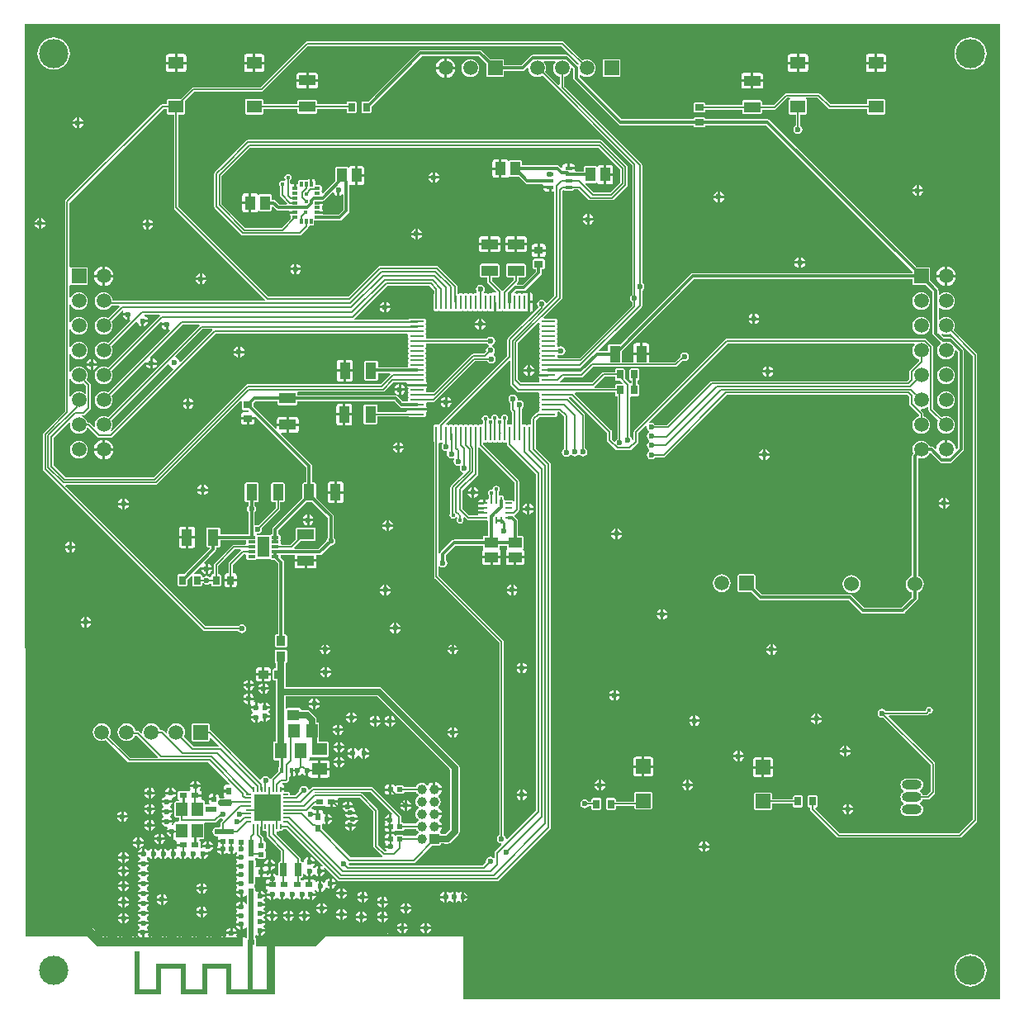
<source format=gtl>
G04 Layer_Physical_Order=1*
G04 Layer_Color=255*
%FSLAX44Y44*%
%MOMM*%
G71*
G01*
G75*
%ADD10R,0.7000X0.9000*%
%ADD11R,1.7000X1.1000*%
%ADD12R,1.1000X1.7000*%
%ADD13R,0.9000X0.7000*%
%ADD14R,0.8000X0.3500*%
%ADD15R,0.6000X0.3000*%
%ADD16R,0.3000X0.6000*%
%ADD17R,0.6750X0.2500*%
%ADD18R,0.2500X0.6750*%
%ADD19R,1.5500X1.3000*%
%ADD20R,0.7000X1.4000*%
%ADD21R,0.6000X0.5000*%
%ADD22R,0.6000X0.5500*%
%ADD23R,0.9500X1.0000*%
%ADD24R,1.1500X1.4500*%
%ADD25R,0.9000X0.5000*%
%ADD26R,0.5000X0.5000*%
%ADD27R,0.8000X0.6000*%
%ADD28R,0.6000X0.5000*%
%ADD29R,0.5000X0.6000*%
%ADD30R,1.6002X1.2700*%
%ADD31R,0.3810X0.6096*%
%ADD32R,1.2700X1.6002*%
%ADD33R,0.6000X0.8000*%
%ADD34R,1.0000X0.9500*%
%ADD35R,1.1500X1.4000*%
%ADD36R,2.8000X2.8000*%
%ADD37O,0.6000X0.2000*%
%ADD38O,0.2000X0.6000*%
%ADD39R,1.1000X1.4000*%
%ADD40R,1.4000X1.1000*%
%ADD41R,1.2954X2.1082*%
%ADD42R,0.7620X0.3048*%
%ADD43R,0.9000X0.8000*%
%ADD44R,1.4732X0.2794*%
%ADD45R,0.2794X1.4732*%
%ADD46R,1.5000X1.5000*%
%ADD47C,0.1524*%
%ADD48C,0.1778*%
%ADD49C,0.2286*%
%ADD50C,0.6350*%
%ADD51C,0.5080*%
%ADD52C,0.3000*%
%ADD53C,0.1520*%
%ADD54C,0.2540*%
%ADD55R,1.2954X1.0414*%
%ADD56R,0.5080X1.1430*%
%ADD57R,1.5000X1.5000*%
%ADD58C,1.5000*%
%ADD59C,1.0000*%
%ADD60R,1.0000X1.0000*%
%ADD61C,1.5240*%
%ADD62O,2.0000X1.0000*%
%ADD63O,2.0000X1.0000*%
%ADD64C,0.6000*%
%ADD65C,0.4000*%
%ADD66C,3.0000*%
G36*
X474766Y671870D02*
X476013Y671037D01*
X476010Y669983D01*
X475925Y669685D01*
X474512Y668742D01*
X473512Y667245D01*
X473161Y665480D01*
X473380Y664382D01*
X471221Y662223D01*
X460001D01*
X459109Y662045D01*
X458353Y661540D01*
X419412Y622599D01*
X412525D01*
X411606Y623697D01*
Y626491D01*
X411497Y626752D01*
X411787Y626946D01*
X412349Y627786D01*
X412546Y628777D01*
Y628904D01*
X402590D01*
X392634D01*
Y628777D01*
X392831Y627786D01*
X393393Y626946D01*
X393683Y626752D01*
X393574Y626491D01*
Y623697D01*
X393995Y622681D01*
X393574Y621665D01*
Y618871D01*
X394048Y617728D01*
X393574Y616585D01*
Y613791D01*
X393174Y613191D01*
X388169D01*
X382681Y618680D01*
X382680Y618680D01*
X382496Y618865D01*
X383122Y620035D01*
X383334Y619993D01*
X383540Y619952D01*
Y624078D01*
X379414D01*
X379591Y623186D01*
X380816Y621354D01*
X381647Y620798D01*
X382174Y620447D01*
X381680Y619349D01*
X380500Y619583D01*
X380500Y619583D01*
X280149D01*
Y622000D01*
X280149Y622001D01*
X280998Y623271D01*
X367531D01*
X368423Y623449D01*
X369179Y623954D01*
X378148Y632923D01*
X391662D01*
X392651Y631653D01*
X392634Y631571D01*
Y631444D01*
X402590D01*
X412546D01*
Y631571D01*
X412349Y632562D01*
X411787Y633402D01*
X411497Y633596D01*
X411606Y633857D01*
Y636651D01*
X411185Y637667D01*
X411606Y638683D01*
Y641477D01*
X411132Y642620D01*
X411606Y643763D01*
Y646557D01*
X411132Y647700D01*
X411606Y648843D01*
Y651637D01*
X411132Y652780D01*
X411606Y653923D01*
Y656717D01*
X411185Y657733D01*
X411606Y658749D01*
Y661543D01*
X411132Y662686D01*
X411606Y663829D01*
Y666623D01*
X411132Y667766D01*
X411606Y668909D01*
Y671703D01*
X412253Y672672D01*
X474231D01*
X474766Y671870D01*
D02*
G37*
G36*
X528270Y693619D02*
X528668Y692658D01*
X528195Y691515D01*
Y688721D01*
X528615Y687705D01*
X528195Y686689D01*
Y683895D01*
X528668Y682752D01*
X528195Y681609D01*
Y678815D01*
X528668Y677672D01*
X528195Y676529D01*
Y673735D01*
X528615Y672719D01*
X528195Y671703D01*
Y668909D01*
X528668Y667766D01*
X528195Y666623D01*
Y663829D01*
X528668Y662686D01*
X528195Y661543D01*
Y658749D01*
X528615Y657733D01*
X528195Y656717D01*
Y653923D01*
X528668Y652780D01*
X528195Y651637D01*
Y648843D01*
X528668Y647700D01*
X528195Y646557D01*
Y643763D01*
X528303Y643502D01*
X528013Y643308D01*
X527452Y642468D01*
X527254Y641477D01*
Y641350D01*
X537210D01*
Y638810D01*
X527254D01*
Y638683D01*
X527452Y637692D01*
X528013Y636852D01*
X528220Y636713D01*
X528195Y636651D01*
Y633857D01*
X528229Y633775D01*
X527380Y632505D01*
X509473D01*
X506013Y635965D01*
Y673158D01*
X527021Y694166D01*
X528270Y693619D01*
D02*
G37*
G36*
X605351Y636500D02*
X605834Y635334D01*
X607000Y634851D01*
X611025D01*
X613456Y632420D01*
X612930Y631150D01*
X607000D01*
X605834Y630667D01*
X605351Y629500D01*
Y627331D01*
X584820D01*
X584424Y628282D01*
X584397Y628601D01*
X594466Y638669D01*
X605351D01*
Y636500D01*
D02*
G37*
G36*
X912850Y671663D02*
X911598Y670031D01*
X910688Y667836D01*
X910378Y665480D01*
X910688Y663124D01*
X911598Y660929D01*
X913044Y659044D01*
X914929Y657598D01*
X917124Y656689D01*
X917149Y656685D01*
Y654885D01*
X908046Y645782D01*
X907541Y645026D01*
X907363Y644134D01*
Y636339D01*
X905053Y634029D01*
X705104D01*
X704212Y633851D01*
X703456Y633346D01*
X659181Y589071D01*
X646504D01*
X645882Y590002D01*
X644385Y591002D01*
X642620Y591353D01*
X641329Y591096D01*
X640704Y592266D01*
X721370Y672933D01*
X912458D01*
X912850Y671663D01*
D02*
G37*
G36*
X47998Y635529D02*
X49444Y633644D01*
X51329Y632198D01*
X53524Y631288D01*
X55880Y630978D01*
X58236Y631288D01*
X60431Y632198D01*
X60451Y632213D01*
X63335Y629329D01*
Y621698D01*
X62065Y621309D01*
X60431Y622563D01*
X58236Y623472D01*
X55880Y623782D01*
X53524Y623472D01*
X51329Y622563D01*
X49444Y621116D01*
X47998Y619231D01*
X47672Y618446D01*
X46402Y618698D01*
Y636062D01*
X47672Y636315D01*
X47998Y635529D01*
D02*
G37*
G36*
X393609Y681691D02*
X393574Y681609D01*
Y678815D01*
X394048Y677672D01*
X393574Y676529D01*
Y673735D01*
X393995Y672719D01*
X393574Y671703D01*
Y668909D01*
X394048Y667766D01*
X393574Y666623D01*
Y663829D01*
X394048Y662686D01*
X393574Y661543D01*
Y658749D01*
X393995Y657733D01*
X393574Y656717D01*
Y653923D01*
X394048Y652780D01*
X393574Y651637D01*
Y648843D01*
X393174Y648243D01*
X362649D01*
Y653500D01*
X362166Y654666D01*
X361000Y655149D01*
X350000D01*
X348834Y654666D01*
X348350Y653500D01*
Y636500D01*
X348834Y635333D01*
X350000Y634850D01*
X361000D01*
X362166Y635333D01*
X362649Y636500D01*
Y642077D01*
X374603D01*
X375129Y640807D01*
X365303Y630981D01*
X228854D01*
X227962Y630803D01*
X227206Y630298D01*
X132385Y535477D01*
X42113D01*
X29763Y547827D01*
Y576123D01*
X46023Y592383D01*
X47100Y591664D01*
X47088Y591636D01*
X46778Y589280D01*
X47088Y586925D01*
X47998Y584729D01*
X49444Y582844D01*
X51329Y581398D01*
X53524Y580489D01*
X55880Y580178D01*
X58236Y580489D01*
X60431Y581398D01*
X62316Y582844D01*
X63762Y584729D01*
X64260Y585931D01*
X65758Y586229D01*
X75157Y576830D01*
X75914Y576325D01*
X76806Y576147D01*
X88258D01*
X89150Y576325D01*
X89906Y576830D01*
X196038Y682961D01*
X392760D01*
X393609Y681691D01*
D02*
G37*
G36*
X323342Y824422D02*
X324234Y824599D01*
X325593Y825508D01*
X326863Y824904D01*
Y810013D01*
X321933Y805083D01*
X306432D01*
X306090Y805500D01*
Y805730D01*
X300500D01*
Y808270D01*
X306090D01*
Y808500D01*
X305893Y809491D01*
X305331Y810331D01*
X305134Y810463D01*
X305149Y810500D01*
Y813500D01*
X305134Y813537D01*
X305331Y813669D01*
X305893Y814509D01*
X306090Y815500D01*
Y815730D01*
X300500D01*
Y818270D01*
X306090D01*
Y818500D01*
X305996Y818969D01*
X306915Y819152D01*
X307915Y819820D01*
X315673Y827578D01*
X317132Y827240D01*
X318078Y825824D01*
X319910Y824599D01*
X320802Y824422D01*
Y829818D01*
X323342D01*
Y824422D01*
D02*
G37*
G36*
X544541Y961211D02*
X543298Y959591D01*
X542388Y957396D01*
X542078Y955040D01*
X542388Y952684D01*
X543298Y950489D01*
X544744Y948604D01*
X546629Y947158D01*
X548824Y946248D01*
X548849Y946245D01*
Y938363D01*
X547676Y937877D01*
X534073Y951480D01*
X534572Y952684D01*
X534882Y955040D01*
X534572Y957396D01*
X533662Y959591D01*
X532420Y961211D01*
X532822Y962481D01*
X544138D01*
X544541Y961211D01*
D02*
G37*
G36*
X146181Y908840D02*
X146664Y907674D01*
X147830Y907190D01*
X153249D01*
Y812420D01*
X153427Y811528D01*
X153932Y810772D01*
X246855Y717849D01*
X246329Y716579D01*
X90343D01*
X90072Y718636D01*
X89163Y720831D01*
X87716Y722716D01*
X85831Y724163D01*
X83636Y725072D01*
X81280Y725382D01*
X78924Y725072D01*
X76729Y724163D01*
X74844Y722716D01*
X73398Y720831D01*
X72488Y718636D01*
X72178Y716280D01*
X72488Y713924D01*
X73398Y711729D01*
X74844Y709844D01*
X76729Y708398D01*
X78924Y707488D01*
X81280Y707178D01*
X83636Y707488D01*
X85831Y708398D01*
X87716Y709844D01*
X89163Y711729D01*
X89240Y711917D01*
X97225D01*
X97751Y710647D01*
X85851Y698747D01*
X85831Y698763D01*
X83636Y699672D01*
X81280Y699982D01*
X78924Y699672D01*
X76729Y698763D01*
X74844Y697316D01*
X73398Y695431D01*
X72488Y693236D01*
X72178Y690880D01*
X72488Y688524D01*
X73398Y686329D01*
X74844Y684444D01*
X76729Y682998D01*
X78924Y682088D01*
X81280Y681778D01*
X83636Y682088D01*
X85831Y682998D01*
X87716Y684444D01*
X89163Y686329D01*
X90072Y688524D01*
X90382Y690880D01*
X90072Y693236D01*
X89163Y695431D01*
X89147Y695451D01*
X100398Y706702D01*
X100939Y706610D01*
X101538Y705220D01*
X101207Y704726D01*
X101030Y703834D01*
X106426D01*
Y702564D01*
X107696D01*
Y697168D01*
X107920Y697213D01*
X108546Y696042D01*
X85851Y673347D01*
X85831Y673363D01*
X83636Y674272D01*
X81280Y674582D01*
X78924Y674272D01*
X76729Y673363D01*
X74844Y671916D01*
X73398Y670031D01*
X72488Y667836D01*
X72178Y665480D01*
X72488Y663124D01*
X73398Y660929D01*
X74844Y659044D01*
X76729Y657598D01*
X78924Y656689D01*
X81280Y656378D01*
X83636Y656689D01*
X85831Y657598D01*
X87716Y659044D01*
X89163Y660929D01*
X90072Y663124D01*
X90382Y665480D01*
X90072Y667836D01*
X89163Y670031D01*
X89147Y670051D01*
X114524Y695428D01*
X115902Y695010D01*
X116193Y693544D01*
X117418Y691712D01*
X119250Y690487D01*
X120142Y690310D01*
Y695706D01*
X121412D01*
Y696976D01*
X126808D01*
X126631Y697868D01*
X125406Y699700D01*
X123574Y700925D01*
X123218Y700995D01*
X123343Y702265D01*
X138373D01*
X138899Y700995D01*
X85851Y647947D01*
X85831Y647963D01*
X83636Y648872D01*
X81280Y649182D01*
X78924Y648872D01*
X76729Y647963D01*
X74844Y646516D01*
X73398Y644631D01*
X72488Y642436D01*
X72178Y640080D01*
X72488Y637724D01*
X73398Y635529D01*
X74844Y633644D01*
X76729Y632198D01*
X78924Y631288D01*
X81280Y630978D01*
X83636Y631288D01*
X85831Y632198D01*
X87716Y633644D01*
X89163Y635529D01*
X90072Y637724D01*
X90382Y640080D01*
X90072Y642436D01*
X89163Y644631D01*
X89147Y644651D01*
X140303Y695807D01*
X141290Y694998D01*
X140831Y694312D01*
X140654Y693420D01*
X146050D01*
Y692150D01*
X147320D01*
Y686754D01*
X148212Y686931D01*
X148897Y687390D01*
X149707Y686403D01*
X85851Y622547D01*
X85831Y622563D01*
X83636Y623472D01*
X81280Y623782D01*
X78924Y623472D01*
X76729Y622563D01*
X74844Y621116D01*
X73398Y619231D01*
X72488Y617036D01*
X72178Y614680D01*
X72488Y612324D01*
X73398Y610129D01*
X74844Y608244D01*
X76729Y606798D01*
X78924Y605888D01*
X81280Y605578D01*
X83636Y605888D01*
X85831Y606798D01*
X87716Y608244D01*
X89163Y610129D01*
X90072Y612324D01*
X90382Y614680D01*
X90072Y617036D01*
X89163Y619231D01*
X89147Y619251D01*
X123654Y653758D01*
X124058Y653542D01*
X129032D01*
Y658516D01*
X128816Y658920D01*
X162383Y692486D01*
X179394D01*
X179920Y691216D01*
X85851Y597147D01*
X85831Y597163D01*
X83636Y598072D01*
X81280Y598382D01*
X78924Y598072D01*
X76729Y597163D01*
X74844Y595716D01*
X73398Y593831D01*
X72488Y591636D01*
X72178Y589280D01*
X72342Y588034D01*
X71139Y587440D01*
X67652Y590928D01*
X66895Y591434D01*
X66003Y591611D01*
X64675D01*
X64672Y591636D01*
X63762Y593831D01*
X62316Y595716D01*
X60431Y597163D01*
X58720Y597871D01*
X58973Y599141D01*
X60452D01*
X61344Y599319D01*
X62100Y599824D01*
X67314Y605038D01*
X67819Y605794D01*
X67997Y606686D01*
Y630294D01*
X67819Y631186D01*
X67314Y631942D01*
X63747Y635509D01*
X63762Y635529D01*
X64672Y637724D01*
X64982Y640080D01*
X64672Y642436D01*
X63762Y644631D01*
X62316Y646516D01*
X60431Y647963D01*
X58236Y648872D01*
X55880Y649182D01*
X53524Y648872D01*
X51329Y647963D01*
X49444Y646516D01*
X47998Y644631D01*
X47672Y643846D01*
X46402Y644098D01*
Y661462D01*
X47672Y661715D01*
X47998Y660929D01*
X49444Y659044D01*
X51329Y657598D01*
X53524Y656689D01*
X55880Y656378D01*
X58236Y656689D01*
X60431Y657598D01*
X62316Y659044D01*
X63762Y660929D01*
X64672Y663124D01*
X64982Y665480D01*
X64672Y667836D01*
X63762Y670031D01*
X62316Y671916D01*
X60431Y673363D01*
X58236Y674272D01*
X55880Y674582D01*
X53524Y674272D01*
X51329Y673363D01*
X49444Y671916D01*
X47998Y670031D01*
X47672Y669246D01*
X46402Y669498D01*
Y686862D01*
X47672Y687115D01*
X47998Y686329D01*
X49444Y684444D01*
X51329Y682998D01*
X53524Y682088D01*
X55880Y681778D01*
X58236Y682088D01*
X60431Y682998D01*
X62316Y684444D01*
X63762Y686329D01*
X64672Y688524D01*
X64982Y690880D01*
X64672Y693236D01*
X63762Y695431D01*
X62316Y697316D01*
X60431Y698763D01*
X58236Y699672D01*
X55880Y699982D01*
X53524Y699672D01*
X51329Y698763D01*
X49444Y697316D01*
X47998Y695431D01*
X47672Y694646D01*
X46402Y694898D01*
Y712262D01*
X47672Y712515D01*
X47998Y711729D01*
X49444Y709844D01*
X51329Y708398D01*
X53524Y707488D01*
X55880Y707178D01*
X58236Y707488D01*
X60431Y708398D01*
X62316Y709844D01*
X63762Y711729D01*
X64672Y713924D01*
X64982Y716280D01*
X64672Y718636D01*
X63762Y720831D01*
X62316Y722716D01*
X60431Y724163D01*
X58236Y725072D01*
X55880Y725382D01*
X53524Y725072D01*
X51329Y724163D01*
X49444Y722716D01*
X47998Y720831D01*
X47672Y720046D01*
X46402Y720298D01*
Y732166D01*
X47672Y732824D01*
X48380Y732531D01*
X63380D01*
X64546Y733014D01*
X65030Y734180D01*
Y749180D01*
X64546Y750347D01*
X63380Y750830D01*
X48380D01*
X47672Y750537D01*
X46402Y751195D01*
Y816861D01*
X142421Y912880D01*
X146181D01*
Y908840D01*
D02*
G37*
G36*
X192874Y686390D02*
X160220Y653736D01*
X158842Y654154D01*
X158635Y655196D01*
X157410Y657028D01*
X155578Y658253D01*
X155206Y658326D01*
X154838Y659542D01*
X182957Y687660D01*
X192348D01*
X192874Y686390D01*
D02*
G37*
G36*
X562973Y953770D02*
Y944516D01*
X562973Y944516D01*
X563208Y943336D01*
X563876Y942336D01*
X608892Y897320D01*
X608892Y897320D01*
X609892Y896652D01*
X611072Y896417D01*
X685850D01*
Y896000D01*
X686334Y894834D01*
X687500Y894351D01*
X696500D01*
X697666Y894834D01*
X698150Y896000D01*
Y896417D01*
X760383D01*
X910331Y746469D01*
Y744763D01*
X685180D01*
X684000Y744529D01*
X683000Y743860D01*
X683000Y743860D01*
X611205Y672065D01*
X611000Y672150D01*
X600000D01*
X598834Y671666D01*
X598351Y670500D01*
Y665083D01*
X589521D01*
X589035Y666256D01*
X632648Y709870D01*
X633153Y710626D01*
X633331Y711518D01*
Y727128D01*
X634262Y727750D01*
X635261Y729247D01*
X635613Y731012D01*
X635261Y732777D01*
X634262Y734274D01*
X633331Y734896D01*
Y855568D01*
X633153Y856460D01*
X632648Y857216D01*
X553511Y936353D01*
Y946245D01*
X553536Y946248D01*
X555731Y947158D01*
X557616Y948604D01*
X559062Y950489D01*
X559972Y952684D01*
X560238Y954709D01*
X561421Y955322D01*
X562973Y953770D01*
D02*
G37*
G36*
X426085Y571375D02*
X428257D01*
X428387Y571222D01*
X428820Y570105D01*
X428047Y568947D01*
X427696Y567182D01*
X428047Y565417D01*
X429047Y563921D01*
X430543Y562921D01*
X432308Y562570D01*
X432832Y562674D01*
X433596Y561531D01*
X433460Y561327D01*
X433108Y559562D01*
X433460Y557797D01*
X434459Y556300D01*
X435956Y555300D01*
X437721Y554949D01*
X439486Y555300D01*
X440009Y555650D01*
X440925Y554734D01*
X440238Y553707D01*
X439887Y551942D01*
X440238Y550177D01*
X441238Y548680D01*
X442735Y547681D01*
X444500Y547329D01*
X446202Y547668D01*
X446396Y547523D01*
X447081Y546698D01*
X446842Y546341D01*
X446491Y544576D01*
X446842Y542811D01*
X447842Y541314D01*
X449271Y540360D01*
X449462Y540164D01*
X449790Y539083D01*
X437404Y526696D01*
X436898Y525940D01*
X436721Y525048D01*
Y499128D01*
X436101Y498199D01*
X435827Y496824D01*
X436101Y495449D01*
X436879Y494283D01*
X438045Y493504D01*
X439420Y493231D01*
X440795Y493504D01*
X441961Y494283D01*
X442228Y494683D01*
X443531Y494799D01*
X444019Y493945D01*
X443466Y493119D01*
X443193Y491744D01*
X443466Y490369D01*
X444245Y489203D01*
X445411Y488424D01*
X446786Y488151D01*
X448161Y488424D01*
X449327Y489203D01*
X450106Y490369D01*
X450379Y491744D01*
X450106Y493119D01*
X449727Y493686D01*
X449854Y494251D01*
X451247Y494654D01*
X453470Y492432D01*
X454226Y491927D01*
X455118Y491749D01*
X466644D01*
X466679Y491664D01*
X467846Y491180D01*
X474596D01*
X475763Y490289D01*
Y475730D01*
X471846D01*
X470680Y475246D01*
X470196Y474080D01*
Y471663D01*
X440640D01*
X440640Y471663D01*
X439460Y471428D01*
X438460Y470760D01*
X438460Y470760D01*
X426826Y459126D01*
X426157Y458126D01*
X426003Y457349D01*
X424733Y457474D01*
Y570560D01*
X426003Y571409D01*
X426085Y571375D01*
D02*
G37*
G36*
X358046Y192573D02*
Y157016D01*
X358233Y156074D01*
X358766Y155276D01*
X366640Y147402D01*
X366996Y147165D01*
X366611Y145895D01*
X334604D01*
X305466Y175033D01*
Y179654D01*
X305259Y180152D01*
X305249Y180177D01*
X306280Y181006D01*
X307798Y179991D01*
X308690Y179814D01*
Y185210D01*
Y190606D01*
X307798Y190429D01*
X307526Y190246D01*
X306406Y190845D01*
Y191654D01*
X306209Y192645D01*
X305647Y193485D01*
X304807Y194047D01*
X303816Y194244D01*
X302086D01*
Y187654D01*
X299546D01*
Y194244D01*
X297816D01*
X297512Y194183D01*
X297444Y194284D01*
X295612Y195508D01*
X294970Y195636D01*
X294601Y196852D01*
X296731Y198981D01*
X297524Y198824D01*
X298690Y198340D01*
X306690D01*
X307188Y198547D01*
X307861Y198821D01*
X308856Y198164D01*
X308859Y198159D01*
X309699Y197597D01*
X310690Y197400D01*
X313420D01*
Y202990D01*
X314690D01*
Y204260D01*
X321280D01*
Y205990D01*
X322010Y206880D01*
X343739D01*
X358046Y192573D01*
D02*
G37*
G36*
X311115Y494023D02*
Y473535D01*
X310936Y473416D01*
X309937Y471919D01*
X309585Y470154D01*
X309627Y469944D01*
X301687Y462003D01*
X277066D01*
X276540Y463273D01*
X283167Y469900D01*
X297044D01*
X298211Y470383D01*
X298694Y471550D01*
Y482550D01*
X298211Y483716D01*
X297044Y484199D01*
X280044D01*
X278878Y483716D01*
X278395Y482550D01*
Y471721D01*
X273005Y466331D01*
X263519D01*
X262652Y467556D01*
Y470604D01*
X262283Y471493D01*
X262652Y472382D01*
Y475430D01*
X262168Y476596D01*
X261002Y477080D01*
X260275D01*
Y480959D01*
X289167Y509851D01*
X295287D01*
X311115Y494023D01*
D02*
G37*
G36*
X436741Y235804D02*
Y174494D01*
X431808Y169562D01*
X426846Y169613D01*
Y169890D01*
X426362Y171056D01*
X426227Y171113D01*
X426074Y171370D01*
X425891Y172626D01*
X426782Y173787D01*
X427542Y175622D01*
X427634Y176320D01*
X420196D01*
Y178860D01*
X427634D01*
X427542Y179558D01*
X426782Y181392D01*
X425574Y182968D01*
X425134Y183305D01*
Y184575D01*
X425574Y184912D01*
X426782Y186487D01*
X427542Y188322D01*
X427634Y189020D01*
X420196D01*
Y191560D01*
X427634D01*
X427542Y192258D01*
X426782Y194093D01*
X425574Y195668D01*
X424515Y196480D01*
X424401Y197864D01*
X424478Y198052D01*
X424849Y198337D01*
X425895Y199700D01*
X426552Y201287D01*
X426776Y202990D01*
X426552Y204693D01*
X425895Y206280D01*
X424849Y207643D01*
X424478Y207928D01*
X424401Y208116D01*
X424515Y209500D01*
X425574Y210312D01*
X426782Y211887D01*
X427542Y213722D01*
X427634Y214420D01*
X420196D01*
Y215690D01*
X418926D01*
Y223128D01*
X418228Y223036D01*
X416394Y222276D01*
X414818Y221068D01*
X414006Y220009D01*
X412622Y219895D01*
X412434Y219972D01*
X412149Y220343D01*
X410786Y221389D01*
X409199Y222046D01*
X407496Y222270D01*
X405793Y222046D01*
X404206Y221389D01*
X402843Y220343D01*
X401797Y218980D01*
X401509Y218285D01*
X389569D01*
X389230Y219102D01*
X388064Y219586D01*
X382064D01*
X381566Y219379D01*
X380894Y219105D01*
X379898Y219763D01*
X379895Y219767D01*
X379055Y220329D01*
X378064Y220526D01*
X376334D01*
Y215436D01*
Y210346D01*
X378064D01*
X379055Y210543D01*
X379895Y211105D01*
X379898Y211109D01*
X380894Y211767D01*
X381566Y211493D01*
X382064Y211286D01*
X388064D01*
X389230Y211770D01*
X389569Y212587D01*
X401720D01*
X401797Y212400D01*
X402843Y211037D01*
X404145Y210038D01*
X404245Y209353D01*
Y209327D01*
X404145Y208642D01*
X402843Y207643D01*
X401797Y206280D01*
X401140Y204693D01*
X400916Y202990D01*
X401140Y201287D01*
X401797Y199700D01*
X402843Y198337D01*
X404145Y197338D01*
X404245Y196653D01*
Y196627D01*
X404145Y195942D01*
X402843Y194943D01*
X401797Y193580D01*
X401140Y191993D01*
X400916Y190290D01*
X401140Y188587D01*
X401797Y187000D01*
X402843Y185637D01*
X404145Y184638D01*
X404245Y183953D01*
Y183927D01*
X404145Y183242D01*
X402843Y182243D01*
X401797Y180880D01*
X401614Y180439D01*
X389464D01*
X389230Y181002D01*
X388064Y181486D01*
X386588D01*
Y187242D01*
X386401Y188183D01*
X385868Y188982D01*
X357420Y217430D01*
X356622Y217963D01*
X355680Y218150D01*
X295990D01*
X295049Y217963D01*
X294250Y217430D01*
X292079Y215258D01*
X290701Y215676D01*
X290599Y216185D01*
X289600Y217682D01*
X288103Y218682D01*
X286338Y219033D01*
X284573Y218682D01*
X283076Y217682D01*
X282076Y216185D01*
X281725Y214420D01*
X281913Y213475D01*
X277539Y209100D01*
X273418D01*
X272520Y210370D01*
X272573Y210640D01*
X272377Y211625D01*
X271820Y212460D01*
X270985Y213018D01*
X270000Y213214D01*
X266959D01*
X266609Y213640D01*
Y214370D01*
X263000D01*
Y216910D01*
X266609D01*
Y217640D01*
X266335Y219021D01*
X265552Y220192D01*
X264568Y220850D01*
X264612Y221638D01*
X264779Y222120D01*
X267770D01*
X268711Y222307D01*
X269510Y222840D01*
X270780Y224110D01*
X271313Y224909D01*
X271500Y225850D01*
Y228516D01*
X272215Y229102D01*
X272850D01*
Y234740D01*
X275390D01*
Y229102D01*
X276025D01*
X277016Y229299D01*
X277468Y229602D01*
X277588Y229521D01*
X278480Y229344D01*
Y234740D01*
X281020D01*
Y229344D01*
X281912Y229521D01*
X283744Y230746D01*
X284060Y231219D01*
X285330D01*
X285646Y230746D01*
X287478Y229521D01*
X288370Y229344D01*
Y234740D01*
X290910D01*
Y229265D01*
X291946Y229177D01*
X292508Y228337D01*
X293348Y227775D01*
X294339Y227578D01*
X301070D01*
Y236518D01*
Y245458D01*
X294339D01*
X293348Y245261D01*
X292757Y244865D01*
X291841Y245781D01*
X292033Y246068D01*
X292230Y247059D01*
Y248605D01*
X293500Y249186D01*
X294339Y248838D01*
X310341D01*
X311507Y249321D01*
X311991Y250488D01*
Y263188D01*
X311507Y264354D01*
X310341Y264837D01*
X301450D01*
Y266841D01*
X301746Y266964D01*
X302230Y268130D01*
Y282630D01*
X301746Y283796D01*
X300580Y284280D01*
X299621D01*
Y286700D01*
X299256Y288533D01*
X298218Y290088D01*
X293028Y295278D01*
X291474Y296316D01*
X289640Y296681D01*
X283924D01*
Y297224D01*
X283440Y298390D01*
X282274Y298874D01*
X269320D01*
X269031Y298754D01*
X267761Y299603D01*
Y310975D01*
X361570D01*
X436741Y235804D01*
D02*
G37*
G36*
X227348Y470604D02*
Y467556D01*
X226481Y466331D01*
X215000D01*
X214108Y466153D01*
X213352Y465648D01*
X194852Y447148D01*
X194347Y446392D01*
X194169Y445500D01*
Y436150D01*
X193000D01*
X191834Y435667D01*
X191350Y434500D01*
Y433918D01*
X190804Y433588D01*
X190081Y433383D01*
X188765Y434262D01*
X187000Y434613D01*
X185235Y434262D01*
X183738Y433262D01*
X183419Y432784D01*
X182149Y433169D01*
Y434500D01*
X181666Y435666D01*
X180500Y436150D01*
X174306D01*
X173780Y437420D01*
X180488Y444128D01*
X181651Y443495D01*
X181548Y442976D01*
X185674D01*
Y447102D01*
X185155Y446999D01*
X184522Y448162D01*
X195680Y459320D01*
X195680Y459320D01*
X196349Y460320D01*
X196583Y461500D01*
Y463851D01*
X199000D01*
X200167Y464334D01*
X200650Y465500D01*
Y470917D01*
X227139D01*
X227348Y470604D01*
D02*
G37*
G36*
X502621Y530149D02*
Y510931D01*
X501351Y510679D01*
X501012Y511497D01*
X499846Y511980D01*
X493096D01*
X492030Y512492D01*
X491745Y512795D01*
Y515080D01*
X491262Y516246D01*
X490096Y516730D01*
X487596D01*
X487471Y516678D01*
X486201Y517526D01*
Y520559D01*
X486411Y520699D01*
X487189Y521865D01*
X487463Y523240D01*
X487189Y524615D01*
X486411Y525781D01*
X485245Y526559D01*
X483870Y526833D01*
X482495Y526559D01*
X481329Y525781D01*
X480550Y524615D01*
X480408Y523898D01*
X480268Y523238D01*
X479035Y522974D01*
X478790Y523023D01*
X477415Y522749D01*
X476249Y521971D01*
X475471Y520805D01*
X475197Y519430D01*
X475471Y518055D01*
X475914Y517391D01*
X476430Y516246D01*
X475946Y515080D01*
Y513894D01*
X474676Y512904D01*
X474596Y512920D01*
X472491D01*
Y509080D01*
X471221D01*
Y507810D01*
X465260D01*
X465453Y506839D01*
X465626Y506580D01*
X465453Y506321D01*
X465260Y505350D01*
X471221D01*
Y502810D01*
X465260D01*
X465453Y501839D01*
X465626Y501580D01*
X465453Y501321D01*
X465260Y500350D01*
X471221D01*
Y497810D01*
X465260D01*
X465286Y497681D01*
X464328Y496411D01*
X456083D01*
X449117Y503377D01*
Y522275D01*
X464388Y537546D01*
X464893Y538302D01*
X465071Y539194D01*
Y565903D01*
X466341Y566429D01*
X502621Y530149D01*
D02*
G37*
G36*
X148124Y651244D02*
X148197Y650872D01*
X149422Y649040D01*
X151254Y647815D01*
X152296Y647608D01*
X152714Y646230D01*
X89281Y582797D01*
X88324Y583636D01*
X89163Y584729D01*
X90072Y586925D01*
X90382Y589280D01*
X90072Y591636D01*
X89163Y593831D01*
X89147Y593851D01*
X146908Y651612D01*
X148124Y651244D01*
D02*
G37*
G36*
X498303Y654892D02*
Y630936D01*
X498481Y630045D01*
X498986Y629288D01*
X504828Y623446D01*
X505584Y622941D01*
X506476Y622763D01*
X527275D01*
X528195Y621665D01*
Y618871D01*
X528668Y617728D01*
X528195Y616585D01*
Y613791D01*
X528668Y612648D01*
X528195Y611505D01*
Y608711D01*
X528615Y607695D01*
X528195Y606679D01*
Y603885D01*
X527326Y602663D01*
X527202D01*
X526260Y602475D01*
X526260Y602475D01*
X526260Y602475D01*
X525462Y601942D01*
X520484Y596963D01*
X519951Y596165D01*
X519951Y596165D01*
X519849Y595649D01*
X519764Y595224D01*
Y590053D01*
X518795Y589406D01*
X516001D01*
X514858Y588932D01*
X513715Y589406D01*
X510921D01*
X509823Y590326D01*
Y605970D01*
X510754Y606592D01*
X511754Y608089D01*
X512105Y609854D01*
X511754Y611619D01*
X510754Y613116D01*
X509257Y614115D01*
X507492Y614467D01*
X506460Y614261D01*
X505369Y615287D01*
X505501Y615950D01*
X505149Y617715D01*
X504150Y619212D01*
X502653Y620211D01*
X500888Y620563D01*
X499123Y620211D01*
X497626Y619212D01*
X496627Y617715D01*
X496275Y615950D01*
X496627Y614185D01*
X497626Y612688D01*
X498557Y612066D01*
Y604520D01*
X498735Y603628D01*
X499240Y602872D01*
X500081Y602030D01*
Y590220D01*
X498811Y589372D01*
X498729Y589406D01*
X495935D01*
X494837Y590326D01*
Y593457D01*
X495047Y593597D01*
X495826Y594763D01*
X496099Y596138D01*
X495826Y597513D01*
X495047Y598679D01*
X493881Y599458D01*
X492506Y599731D01*
X491131Y599458D01*
X489965Y598679D01*
X489187Y597513D01*
X488913Y596138D01*
X487776Y595343D01*
X487426Y595413D01*
X487076Y595343D01*
X485939Y596138D01*
X485666Y597513D01*
X484887Y598679D01*
X483721Y599458D01*
X482346Y599731D01*
X480971Y599458D01*
X479805Y598679D01*
X479026Y597513D01*
X478796Y596356D01*
X478753Y596138D01*
X477606Y595396D01*
X477520Y595413D01*
X477223Y595354D01*
X476033Y595884D01*
X475760Y597259D01*
X474981Y598425D01*
X473815Y599203D01*
X472440Y599477D01*
X471065Y599203D01*
X469899Y598425D01*
X469120Y597259D01*
X468847Y595884D01*
X469120Y594509D01*
X469899Y593343D01*
X470109Y593203D01*
Y590220D01*
X468839Y589372D01*
X468757Y589406D01*
X465963D01*
X464820Y588932D01*
X463677Y589406D01*
X460883D01*
X459867Y588985D01*
X458851Y589406D01*
X456057D01*
X454914Y588932D01*
X453771Y589406D01*
X450977D01*
X449834Y588932D01*
X448691Y589406D01*
X445897D01*
X444881Y588985D01*
X443865Y589406D01*
X441071D01*
X439928Y588932D01*
X438785Y589406D01*
X435991D01*
X434848Y588932D01*
X433705Y589406D01*
X432817D01*
X432331Y590579D01*
X497130Y655378D01*
X498303Y654892D01*
D02*
G37*
G36*
X605351Y620500D02*
X605834Y619334D01*
X607000Y618851D01*
X608031D01*
Y574876D01*
X607100Y574254D01*
X606147Y572827D01*
X605948Y572636D01*
X604869Y572309D01*
X602408Y574770D01*
Y582422D01*
X602221Y583363D01*
X601688Y584162D01*
X564450Y621399D01*
X564976Y622669D01*
X605351D01*
Y620500D01*
D02*
G37*
G36*
X376875Y191015D02*
X376254Y189853D01*
Y184448D01*
X374984D01*
Y183178D01*
X369588D01*
X369765Y182286D01*
X370206Y181627D01*
X369671Y180827D01*
X369474Y179836D01*
Y178606D01*
X375064D01*
Y177336D01*
X376334D01*
Y172246D01*
X378064D01*
X379055Y172443D01*
X379895Y173005D01*
X379898Y173009D01*
X380894Y173667D01*
X381566Y173393D01*
X382064Y173186D01*
X388064D01*
X389230Y173670D01*
X389674Y174741D01*
X401614D01*
X401797Y174300D01*
X402843Y172937D01*
X404145Y171938D01*
X404245Y171253D01*
Y171227D01*
X404145Y170542D01*
X402843Y169543D01*
X401797Y168180D01*
X401614Y167739D01*
X389464D01*
X389230Y168302D01*
X388064Y168786D01*
X382064D01*
X381566Y168579D01*
X380894Y168305D01*
X379898Y168963D01*
X379895Y168967D01*
X379055Y169529D01*
X378064Y169726D01*
X376334D01*
Y164636D01*
X375064D01*
Y163366D01*
X369474D01*
Y162136D01*
X369671Y161145D01*
X370233Y160305D01*
X370723Y159977D01*
X370019Y158924D01*
X369842Y158032D01*
X375238D01*
Y155492D01*
X369842D01*
X370019Y154600D01*
X371174Y152872D01*
X370876Y151602D01*
X369399D01*
X362966Y158035D01*
Y193592D01*
X362779Y194534D01*
X362246Y195332D01*
X346498Y211080D01*
X345700Y211613D01*
X344758Y211800D01*
X298553D01*
X297931Y213070D01*
X298055Y213230D01*
X354661D01*
X376875Y191015D01*
D02*
G37*
G36*
X491109Y571375D02*
X493903D01*
X494872Y570727D01*
Y569214D01*
X495059Y568272D01*
X495592Y567474D01*
X524590Y538477D01*
Y193903D01*
X495007Y164320D01*
X494079Y164730D01*
X493803Y164912D01*
X493465Y166611D01*
X492466Y168108D01*
X491535Y168730D01*
Y366776D01*
X491357Y367668D01*
X490852Y368424D01*
X424733Y434543D01*
Y443805D01*
X425083Y444059D01*
X426003Y444368D01*
X427241Y443540D01*
X429006Y443189D01*
X430771Y443540D01*
X432268Y444540D01*
X433268Y446037D01*
X433619Y447802D01*
X433268Y449567D01*
X432268Y451064D01*
X432089Y451183D01*
Y455669D01*
X441917Y465497D01*
X470196D01*
Y463080D01*
X470403Y462582D01*
X470677Y461909D01*
X470019Y460914D01*
X470015Y460911D01*
X469453Y460071D01*
X469256Y459080D01*
Y454850D01*
X488436D01*
Y459080D01*
X488239Y460071D01*
X487677Y460911D01*
X487673Y460914D01*
X487015Y461909D01*
X487289Y462582D01*
X487496Y463080D01*
Y465497D01*
X494524D01*
Y463130D01*
X494731Y462631D01*
X495005Y461959D01*
X494348Y460964D01*
X494343Y460961D01*
X493781Y460121D01*
X493584Y459130D01*
Y454900D01*
X512764D01*
Y459130D01*
X512567Y460121D01*
X512005Y460961D01*
X512000Y460964D01*
X511343Y461959D01*
X511617Y462631D01*
X511824Y463130D01*
Y474130D01*
X511340Y475296D01*
X510174Y475780D01*
X506257D01*
Y490728D01*
X506257Y490728D01*
X506022Y491908D01*
X505354Y492908D01*
X502653Y495609D01*
X502696Y496109D01*
X502985Y497073D01*
X503522Y497432D01*
X506600Y500510D01*
X507105Y501266D01*
X507283Y502158D01*
Y531114D01*
X507105Y532006D01*
X506600Y532762D01*
X469947Y569415D01*
X470035Y570675D01*
X471043Y571375D01*
X473837D01*
X474980Y571848D01*
X476123Y571375D01*
X478917D01*
X479933Y571796D01*
X480949Y571375D01*
X483743D01*
X484886Y571848D01*
X486029Y571375D01*
X488823D01*
X489966Y571848D01*
X491109Y571375D01*
D02*
G37*
G36*
X1000000Y-2D02*
X450000D01*
Y64786D01*
X371927D01*
X371809Y65058D01*
Y64660D01*
X308309D01*
X306670Y63021D01*
X306744Y62884D01*
X299479Y55531D01*
X299219Y55570D01*
X298149Y54500D01*
X257310D01*
Y5480D01*
X207310D01*
X207310Y31880D01*
X187310D01*
Y5480D01*
X160310D01*
Y31880D01*
X140310D01*
Y5480D01*
X113310D01*
X113310Y49880D01*
X118310D01*
X118310Y10480D01*
X135310D01*
Y36880D01*
X165310D01*
Y10480D01*
X182310D01*
Y36880D01*
X212310D01*
Y10480D01*
X229310D01*
X229310Y59480D01*
X234310D01*
Y10480D01*
X248310D01*
Y54500D01*
X239729D01*
Y54750D01*
X238436D01*
X237790Y55718D01*
Y61718D01*
X237306Y62884D01*
X236634Y63163D01*
Y65930D01*
X237904Y66570D01*
X239218Y65691D01*
X240110Y65514D01*
Y70910D01*
X241380D01*
Y72180D01*
X246776D01*
X246598Y73072D01*
X245374Y74904D01*
Y75806D01*
X246598Y77638D01*
X246776Y78530D01*
X241380D01*
Y81070D01*
X246776D01*
X246598Y81962D01*
X245374Y83794D01*
Y84696D01*
X246598Y86528D01*
X246776Y87420D01*
X241380D01*
Y89960D01*
X246776D01*
X246598Y90852D01*
X245374Y92684D01*
Y93586D01*
X246598Y95418D01*
X246776Y96310D01*
X241380D01*
Y98850D01*
X246776D01*
X246598Y99742D01*
X245374Y101574D01*
Y102476D01*
X246598Y104308D01*
X246776Y105200D01*
X241380D01*
Y106470D01*
X240110D01*
Y111866D01*
X239218Y111688D01*
X237910Y110814D01*
X236640Y111459D01*
Y114630D01*
X236156Y115796D01*
X235803Y115943D01*
Y117317D01*
X236156Y117464D01*
X236640Y118630D01*
Y121338D01*
X236714Y121710D01*
Y125543D01*
X237102Y125818D01*
X237984Y126105D01*
X238579Y125707D01*
X239570Y125510D01*
X241300D01*
Y130600D01*
Y135690D01*
X239570D01*
X238579Y135493D01*
X237092Y135939D01*
X236848Y136365D01*
X237140Y137070D01*
Y142570D01*
X236656Y143736D01*
X236570Y145056D01*
X236958Y145389D01*
X238358Y145096D01*
X238484Y144794D01*
X239650Y144310D01*
X245650D01*
X246816Y144794D01*
X247300Y145960D01*
Y151460D01*
X246816Y152626D01*
X246463Y152773D01*
Y154147D01*
X246816Y154294D01*
X247300Y155460D01*
Y160960D01*
X246816Y162126D01*
X245650Y162610D01*
X245110D01*
Y165144D01*
X244923Y166085D01*
X244390Y166884D01*
X241367Y169906D01*
X241413Y171196D01*
X241730Y171448D01*
Y177640D01*
X244270D01*
Y172283D01*
X244381Y172305D01*
X245552Y173088D01*
X245616Y173183D01*
X246015Y173262D01*
X247000Y173067D01*
X247270Y173120D01*
X248540Y172222D01*
Y167716D01*
X248727Y166775D01*
X249260Y165976D01*
X263050Y152187D01*
Y141790D01*
X262130D01*
X260964Y141306D01*
X260480Y140140D01*
Y127441D01*
X260254Y127268D01*
X258535Y127554D01*
X258074Y128244D01*
X256242Y129468D01*
X255350Y129646D01*
Y124250D01*
X254080D01*
Y122980D01*
X248684D01*
X248718Y122811D01*
X248599Y122731D01*
X248037Y121891D01*
X247840Y120900D01*
Y119170D01*
X254430D01*
Y116630D01*
X247840D01*
Y114900D01*
X248037Y113909D01*
X248599Y113069D01*
X249268Y112622D01*
X249457Y112417D01*
X249702Y111160D01*
X248861Y109902D01*
X248684Y109010D01*
X254080D01*
Y107740D01*
X255350D01*
Y102344D01*
X256242Y102521D01*
X258074Y103746D01*
X258525Y104421D01*
X259795D01*
X260246Y103746D01*
X262078Y102521D01*
X262970Y102344D01*
Y107740D01*
X265510D01*
Y102344D01*
X266402Y102521D01*
X268234Y103746D01*
X268685Y104421D01*
X269955D01*
X270406Y103746D01*
X272238Y102521D01*
X273130Y102344D01*
Y107740D01*
X275670D01*
Y102344D01*
X276562Y102521D01*
X278394Y103746D01*
X278845Y104421D01*
X280115D01*
X280566Y103746D01*
X282398Y102521D01*
X283290Y102344D01*
Y107740D01*
X285830D01*
Y102344D01*
X286722Y102521D01*
X288554Y103746D01*
X289456D01*
X291288Y102521D01*
X292180Y102344D01*
Y107740D01*
X293450D01*
Y109010D01*
X298846D01*
X298668Y109902D01*
X297617Y111475D01*
X297786Y111927D01*
X299202Y112087D01*
X299256Y112006D01*
X301088Y110781D01*
X301980Y110604D01*
Y116000D01*
Y121396D01*
X301088Y121219D01*
X299690Y120284D01*
X298420Y120855D01*
Y120900D01*
X298223Y121891D01*
X297661Y122731D01*
X296821Y123293D01*
X295830Y123490D01*
X293100D01*
Y117900D01*
X290560D01*
Y123490D01*
X287830D01*
X286839Y123293D01*
X285999Y122731D01*
X285996Y122726D01*
X285000Y122069D01*
X284328Y122343D01*
X283830Y122550D01*
X283479D01*
Y124490D01*
X284130D01*
X285296Y124974D01*
X285780Y126140D01*
Y128679D01*
X286006Y128852D01*
X287725Y128566D01*
X288186Y127876D01*
X290018Y126651D01*
X290910Y126474D01*
Y131870D01*
X293450D01*
Y126474D01*
X294342Y126651D01*
X296174Y127876D01*
X296625Y128551D01*
X297895D01*
X298346Y127876D01*
X300178Y126651D01*
X301070Y126474D01*
Y131870D01*
Y137266D01*
X300178Y137088D01*
X298346Y135864D01*
X297895Y135189D01*
X296625D01*
X296174Y135864D01*
Y136766D01*
X297398Y138598D01*
X297576Y139490D01*
X292180D01*
Y140760D01*
X290910D01*
Y146156D01*
X290018Y145978D01*
X288186Y144754D01*
X286961Y142922D01*
X286650Y141357D01*
X285329Y141227D01*
X285296Y141306D01*
X284130Y141790D01*
X283210D01*
Y144062D01*
X283023Y145003D01*
X282490Y145802D01*
X258239Y170052D01*
X258282Y170973D01*
X259000Y172031D01*
X260381Y172305D01*
X261552Y173088D01*
X261616Y173183D01*
X262015Y173262D01*
X263000Y173067D01*
X263985Y173262D01*
X264820Y173820D01*
X265355Y174622D01*
X268963D01*
X305909Y137675D01*
X305100Y136689D01*
X304502Y137088D01*
X303610Y137266D01*
Y133140D01*
X307736D01*
X307558Y134032D01*
X307159Y134630D01*
X308145Y135439D01*
X321582Y122002D01*
X322380Y121469D01*
X323322Y121282D01*
X465408D01*
X465446Y121238D01*
X468121Y121238D01*
X468122Y121238D01*
X468122Y121238D01*
X484730D01*
X485671Y121425D01*
X486469Y121958D01*
X489766Y125255D01*
X489767Y125255D01*
X539204Y174693D01*
X539737Y175491D01*
X539924Y176432D01*
Y549220D01*
X539737Y550161D01*
X539204Y550959D01*
X524684Y565479D01*
Y594205D01*
X527568Y597089D01*
X528678Y597639D01*
X529844Y597156D01*
X544576D01*
X545742Y597639D01*
X546226Y598805D01*
Y601599D01*
X546192Y601681D01*
X547040Y602951D01*
X548436D01*
X553421Y597967D01*
Y564970D01*
X552490Y564348D01*
X551491Y562851D01*
X551139Y561086D01*
X551491Y559321D01*
X552490Y557824D01*
X553987Y556824D01*
X555752Y556473D01*
X557517Y556824D01*
X559014Y557824D01*
X559264Y558199D01*
X560792D01*
X560872Y558078D01*
X562369Y557079D01*
X564134Y556727D01*
X565899Y557079D01*
X567396Y558078D01*
X567690Y558519D01*
X568960D01*
X569254Y558078D01*
X570751Y557079D01*
X572516Y556727D01*
X574281Y557079D01*
X575778Y558078D01*
X576777Y559575D01*
X577129Y561340D01*
X576777Y563105D01*
X575778Y564602D01*
X574847Y565224D01*
Y598932D01*
X574669Y599824D01*
X574164Y600580D01*
X558206Y616538D01*
X558598Y617716D01*
X558670Y617808D01*
X561083D01*
X597488Y581403D01*
Y573751D01*
X597675Y572809D01*
X598208Y572011D01*
X606380Y563839D01*
X607178Y563306D01*
X608120Y563119D01*
X620443D01*
X621385Y563306D01*
X622183Y563839D01*
X628866Y570522D01*
X629399Y571320D01*
X629586Y572262D01*
Y581149D01*
X637094Y588656D01*
X638264Y588031D01*
X638007Y586740D01*
X638358Y584975D01*
X639358Y583478D01*
X640191Y582922D01*
Y581414D01*
X639358Y580858D01*
X638358Y579361D01*
X638007Y577596D01*
X638358Y575831D01*
X639358Y574334D01*
X640454Y573603D01*
X640484Y573515D01*
Y572279D01*
X640454Y572191D01*
X639358Y571460D01*
X638358Y569963D01*
X638007Y568198D01*
X638358Y566433D01*
X639358Y564936D01*
X640664Y564064D01*
X640769Y563372D01*
X640664Y562680D01*
X639358Y561808D01*
X638358Y560311D01*
X638007Y558546D01*
X638358Y556781D01*
X639358Y555284D01*
X640855Y554285D01*
X642620Y553933D01*
X644385Y554285D01*
X645882Y555284D01*
X646504Y556215D01*
X655320D01*
X656212Y556393D01*
X656968Y556898D01*
X720293Y620223D01*
X905307D01*
X907363Y618167D01*
Y610627D01*
X907541Y609735D01*
X908046Y608979D01*
X917149Y599875D01*
Y598075D01*
X917124Y598072D01*
X914929Y597163D01*
X913044Y595716D01*
X911598Y593831D01*
X910688Y591636D01*
X910378Y589280D01*
X910688Y586925D01*
X911598Y584729D01*
X913044Y582844D01*
X914929Y581398D01*
X917124Y580489D01*
X919480Y580178D01*
X921836Y580489D01*
X924031Y581398D01*
X925916Y582844D01*
X927363Y584729D01*
X928272Y586925D01*
X928582Y589280D01*
X928272Y591636D01*
X927363Y593831D01*
X925916Y595716D01*
X924031Y597163D01*
X921836Y598072D01*
X921811Y598075D01*
Y600841D01*
X921634Y601733D01*
X921128Y602489D01*
X919171Y604447D01*
X919793Y605620D01*
X921836Y605888D01*
X924031Y606798D01*
X925663Y608050D01*
X926933Y607659D01*
Y604767D01*
X927120Y603826D01*
X927653Y603027D01*
X936954Y593727D01*
X936088Y591636D01*
X935778Y589280D01*
X936088Y586925D01*
X936998Y584729D01*
X938444Y582844D01*
X940329Y581398D01*
X942524Y580489D01*
X944880Y580178D01*
X947236Y580489D01*
X949431Y581398D01*
X951316Y582844D01*
X952763Y584729D01*
X953672Y586925D01*
X953982Y589280D01*
X953672Y591636D01*
X952763Y593831D01*
X951316Y595716D01*
X949431Y597163D01*
X947236Y598072D01*
X944880Y598382D01*
X942524Y598072D01*
X940434Y597206D01*
X931853Y605786D01*
Y669586D01*
X931666Y670528D01*
X931133Y671326D01*
X925326Y677133D01*
X924528Y677666D01*
X923586Y677853D01*
X720351D01*
X719410Y677666D01*
X718612Y677133D01*
X625386Y583908D01*
X624853Y583110D01*
X624666Y582168D01*
Y574015D01*
X624300Y573791D01*
X622968Y574464D01*
X622752Y575551D01*
X621752Y577048D01*
X620821Y577670D01*
Y617964D01*
X622000Y618851D01*
X629000D01*
X630166Y619334D01*
X630649Y620500D01*
Y629500D01*
X630166Y630667D01*
X629000Y631150D01*
X628583D01*
Y634851D01*
X629000D01*
X630166Y635334D01*
X630649Y636500D01*
Y645500D01*
X630166Y646666D01*
X629000Y647150D01*
X622000D01*
X620834Y646666D01*
X620350Y645500D01*
Y636500D01*
X620834Y635334D01*
X622000Y634851D01*
X622417D01*
Y632330D01*
X621780Y631872D01*
X621413Y631863D01*
X620239Y632179D01*
X620138Y632330D01*
X615650Y636818D01*
Y645500D01*
X615167Y646666D01*
X614000Y647150D01*
X607000D01*
X605834Y646666D01*
X605351Y645500D01*
Y643331D01*
X593500D01*
X592608Y643153D01*
X591852Y642648D01*
X581709Y632505D01*
X549148D01*
X548807Y633093D01*
X548679Y633775D01*
X552907Y638003D01*
X570746D01*
X571638Y638181D01*
X572394Y638686D01*
X582634Y648925D01*
X598842D01*
X599053Y648883D01*
X611947D01*
X612159Y648925D01*
X625841D01*
X626053Y648883D01*
X667766D01*
X668658Y649061D01*
X669414Y649566D01*
X674888Y655040D01*
X675145Y654868D01*
X676910Y654517D01*
X678675Y654868D01*
X680172Y655868D01*
X681171Y657365D01*
X681523Y659130D01*
X681171Y660895D01*
X680172Y662392D01*
X678675Y663391D01*
X676910Y663743D01*
X675145Y663391D01*
X673648Y662392D01*
X672648Y660895D01*
X672297Y659130D01*
X672312Y659056D01*
X666801Y653545D01*
X640590D01*
Y660730D01*
X632500D01*
X624410D01*
Y653587D01*
X612650D01*
Y664789D01*
X686458Y738597D01*
X910331D01*
Y734180D01*
X910814Y733014D01*
X911980Y732531D01*
X924269D01*
X931273Y725527D01*
Y683116D01*
X931273Y683116D01*
X931508Y681936D01*
X932176Y680936D01*
X939095Y674016D01*
X939280Y672557D01*
X938444Y671916D01*
X936998Y670031D01*
X936088Y667836D01*
X935778Y665480D01*
X936088Y663124D01*
X936998Y660929D01*
X938444Y659044D01*
X940329Y657598D01*
X942524Y656689D01*
X944880Y656378D01*
X947236Y656689D01*
X949431Y657598D01*
X951316Y659044D01*
X952763Y660929D01*
X953672Y663124D01*
X953938Y665149D01*
X955121Y665762D01*
X957291Y663592D01*
Y565768D01*
X956185Y564662D01*
X954844Y565117D01*
X954662Y566501D01*
X953650Y568943D01*
X952041Y571041D01*
X949943Y572650D01*
X947501Y573662D01*
X946150Y573840D01*
Y563880D01*
X943610D01*
Y573840D01*
X942259Y573662D01*
X939817Y572650D01*
X937719Y571041D01*
X936110Y568943D01*
X935098Y566501D01*
X934916Y565117D01*
X933576Y564662D01*
X932177Y566060D01*
X931177Y566729D01*
X929997Y566964D01*
X929997Y566963D01*
X927971D01*
X927363Y568431D01*
X925916Y570316D01*
X924031Y571763D01*
X921836Y572672D01*
X919480Y572982D01*
X917124Y572672D01*
X914929Y571763D01*
X913044Y570316D01*
X911598Y568431D01*
X910688Y566236D01*
X910378Y563880D01*
X910688Y561525D01*
X911296Y560057D01*
X910820Y559580D01*
X910152Y558580D01*
X909917Y557400D01*
X909917Y557400D01*
Y434620D01*
X908389Y433987D01*
X906479Y432521D01*
X905013Y430611D01*
X904091Y428387D01*
X903777Y426000D01*
X904091Y423613D01*
X905013Y421388D01*
X906479Y419478D01*
X908389Y418013D01*
X909917Y417380D01*
Y412627D01*
X899407Y402117D01*
X861190D01*
X859883Y403425D01*
X859619Y403820D01*
X859619Y403820D01*
X848762Y414676D01*
X847762Y415345D01*
X846582Y415579D01*
X846582Y415579D01*
X756181D01*
X749549Y422211D01*
Y434500D01*
X749066Y435667D01*
X747900Y436150D01*
X732900D01*
X731733Y435667D01*
X731250Y434500D01*
Y419500D01*
X731733Y418334D01*
X732900Y417850D01*
X745189D01*
X752724Y410316D01*
X752724Y410316D01*
X753724Y409647D01*
X754904Y409413D01*
X754904Y409413D01*
X845305D01*
X854929Y399789D01*
X855193Y399394D01*
X855193Y399394D01*
X857733Y396854D01*
X857733Y396854D01*
X858733Y396185D01*
X859913Y395951D01*
X900684D01*
X900684Y395951D01*
X901864Y396185D01*
X902864Y396854D01*
X915180Y409170D01*
X915180Y409170D01*
X915849Y410170D01*
X916083Y411350D01*
X916083Y411350D01*
Y417380D01*
X917611Y418013D01*
X919522Y419478D01*
X920987Y421388D01*
X921909Y423613D01*
X922223Y426000D01*
X921909Y428387D01*
X920987Y430611D01*
X919522Y432521D01*
X917611Y433987D01*
X916083Y434620D01*
Y554393D01*
X916346Y554568D01*
X917353Y555058D01*
X919480Y554778D01*
X921836Y555089D01*
X924031Y555998D01*
X925916Y557444D01*
X927363Y559329D01*
X927710Y560168D01*
X929144Y560373D01*
X938341Y551176D01*
X938341Y551176D01*
X939341Y550508D01*
X940521Y550273D01*
X940521Y550273D01*
X949239D01*
X949239Y550273D01*
X950419Y550508D01*
X951420Y551176D01*
X962554Y562311D01*
X962554Y562311D01*
X963223Y563311D01*
X963457Y564491D01*
X963457Y564491D01*
Y664869D01*
X963457Y664870D01*
X963223Y666049D01*
X962554Y667050D01*
X962554Y667050D01*
X951420Y678184D01*
X950419Y678853D01*
X949239Y679088D01*
X949239Y679087D01*
X942745D01*
X940124Y681708D01*
X940844Y682785D01*
X942524Y682088D01*
X944880Y681778D01*
X947236Y682088D01*
X949431Y682998D01*
X949451Y683013D01*
X972267Y660197D01*
Y185116D01*
X957885Y170733D01*
X836029D01*
X810982Y195780D01*
X811508Y197050D01*
X811608D01*
X812775Y197533D01*
X813258Y198700D01*
Y207700D01*
X812775Y208866D01*
X811608Y209349D01*
X804608D01*
X803442Y208866D01*
X802959Y207700D01*
Y198700D01*
X803442Y197533D01*
X804608Y197050D01*
X805777D01*
Y195358D01*
X805955Y194466D01*
X806460Y193710D01*
X833416Y166754D01*
X834172Y166249D01*
X835064Y166071D01*
X958850D01*
X959742Y166249D01*
X960498Y166754D01*
X976246Y182502D01*
X976751Y183258D01*
X976929Y184150D01*
Y661162D01*
X976751Y662054D01*
X976246Y662810D01*
X952747Y686309D01*
X952763Y686329D01*
X953672Y688524D01*
X953982Y690880D01*
X953672Y693236D01*
X952763Y695431D01*
X951316Y697316D01*
X949431Y698763D01*
X947236Y699672D01*
X944880Y699982D01*
X942524Y699672D01*
X940329Y698763D01*
X938709Y697520D01*
X937439Y697923D01*
Y709238D01*
X938709Y709641D01*
X940329Y708398D01*
X942524Y707488D01*
X944880Y707178D01*
X947236Y707488D01*
X949431Y708398D01*
X951316Y709844D01*
X952763Y711729D01*
X953672Y713924D01*
X953982Y716280D01*
X953672Y718636D01*
X952763Y720831D01*
X951316Y722716D01*
X949431Y724163D01*
X947236Y725072D01*
X944880Y725382D01*
X942524Y725072D01*
X940329Y724163D01*
X938709Y722920D01*
X937439Y723323D01*
Y726804D01*
X937439Y726804D01*
X937205Y727984D01*
X936536Y728984D01*
X928630Y736891D01*
Y749180D01*
X928147Y750347D01*
X926980Y750830D01*
X914691D01*
X763840Y901680D01*
X762840Y902349D01*
X761660Y902583D01*
X761660Y902583D01*
X698150D01*
Y903000D01*
X697666Y904167D01*
X696500Y904650D01*
X687500D01*
X686334Y904167D01*
X685850Y903000D01*
Y902583D01*
X612349D01*
X569139Y945793D01*
Y947998D01*
X570409Y948401D01*
X572029Y947158D01*
X574224Y946248D01*
X576580Y945938D01*
X578936Y946248D01*
X581131Y947158D01*
X583016Y948604D01*
X584463Y950489D01*
X585372Y952684D01*
X585682Y955040D01*
X585372Y957396D01*
X584463Y959591D01*
X583016Y961476D01*
X581131Y962923D01*
X578936Y963832D01*
X576580Y964142D01*
X574224Y963832D01*
X572029Y962923D01*
X572009Y962907D01*
X553268Y981648D01*
X552512Y982153D01*
X551620Y982331D01*
X290000D01*
X289108Y982153D01*
X288352Y981648D01*
X242035Y935331D01*
X173240D01*
X172348Y935153D01*
X171592Y934648D01*
X160434Y923490D01*
X147830D01*
X146664Y923006D01*
X146181Y921840D01*
Y917800D01*
X141402D01*
X140461Y917613D01*
X139662Y917080D01*
X42202Y819620D01*
X41669Y818821D01*
X41482Y817880D01*
Y603418D01*
X19469Y581405D01*
X18936Y580607D01*
X18749Y579666D01*
Y544195D01*
X18936Y543254D01*
X19469Y542455D01*
X183426Y378498D01*
X184224Y377965D01*
X185166Y377778D01*
X219041D01*
X219576Y376976D01*
X221073Y375976D01*
X222838Y375625D01*
X224603Y375976D01*
X226099Y376976D01*
X227099Y378473D01*
X227451Y380238D01*
X227099Y382003D01*
X226099Y383500D01*
X224603Y384500D01*
X222838Y384851D01*
X221073Y384500D01*
X219576Y383500D01*
X219041Y382698D01*
X186185D01*
X42290Y526594D01*
X42776Y527767D01*
X134613D01*
X135505Y527945D01*
X136261Y528450D01*
X221580Y613770D01*
X222850Y613244D01*
Y606000D01*
X223333Y604834D01*
X224500Y604350D01*
X229767D01*
X230141Y603860D01*
X229512Y602590D01*
X224500D01*
X223509Y602393D01*
X222669Y601831D01*
X222107Y600991D01*
X221910Y600000D01*
Y597270D01*
X229000D01*
X237097D01*
X237263Y597339D01*
X288917Y545685D01*
Y530150D01*
X286500D01*
X285334Y529666D01*
X284850Y528500D01*
Y514255D01*
X255012Y484416D01*
X254343Y483416D01*
X254109Y482236D01*
X254109Y482236D01*
Y477080D01*
X253382D01*
X252216Y476596D01*
X251964Y475989D01*
X251477Y476191D01*
X238523D01*
X238382Y476132D01*
X237886Y476663D01*
X238535Y477829D01*
X239014Y477733D01*
X240779Y478084D01*
X242276Y479084D01*
X243276Y480581D01*
X243627Y482346D01*
X243408Y483444D01*
X261648Y501684D01*
X262153Y502440D01*
X262331Y503332D01*
Y509851D01*
X265500D01*
X266666Y510334D01*
X267150Y511500D01*
Y528500D01*
X266666Y529666D01*
X265500Y530150D01*
X254500D01*
X253334Y529666D01*
X252850Y528500D01*
Y511500D01*
X253334Y510334D01*
X254500Y509851D01*
X257669D01*
Y504297D01*
X240112Y486740D01*
X239014Y486959D01*
X237249Y486608D01*
X237011Y486449D01*
X235891Y487048D01*
Y499793D01*
X236070Y499912D01*
X237069Y501409D01*
X237421Y503174D01*
X237069Y504939D01*
X236070Y506436D01*
X235891Y506555D01*
Y509851D01*
X238500D01*
X239666Y510334D01*
X240149Y511500D01*
Y528500D01*
X239666Y529666D01*
X238500Y530150D01*
X227500D01*
X226333Y529666D01*
X225850Y528500D01*
Y511500D01*
X226333Y510334D01*
X227500Y509851D01*
X229725D01*
Y506555D01*
X229546Y506436D01*
X228547Y504939D01*
X228195Y503174D01*
X228547Y501409D01*
X229546Y499912D01*
X229725Y499793D01*
Y477083D01*
X200650D01*
Y482500D01*
X200167Y483666D01*
X199000Y484150D01*
X188000D01*
X186834Y483666D01*
X186351Y482500D01*
Y465500D01*
X186834Y464334D01*
X188000Y463851D01*
X189942D01*
X190220Y462581D01*
X163789Y436150D01*
X158500D01*
X157334Y435666D01*
X156851Y434500D01*
Y425500D01*
X157334Y424334D01*
X158500Y423850D01*
X165500D01*
X166666Y424334D01*
X167150Y425500D01*
Y430789D01*
X170580Y434220D01*
X171850Y433694D01*
Y425500D01*
X172333Y424334D01*
X173500Y423850D01*
X180500D01*
X181666Y424334D01*
X182149Y425500D01*
Y426831D01*
X183419Y427216D01*
X183738Y426738D01*
X185235Y425738D01*
X187000Y425387D01*
X188765Y425738D01*
X190081Y426617D01*
X190804Y426412D01*
X191350Y426082D01*
Y425500D01*
X191834Y424334D01*
X193000Y423851D01*
X200000D01*
X201166Y424334D01*
X201650Y425500D01*
Y434500D01*
X201166Y435667D01*
X200000Y436150D01*
X198831D01*
Y444535D01*
X215965Y461669D01*
X221634D01*
X221975Y461081D01*
X222103Y460399D01*
X209852Y448148D01*
X209347Y447392D01*
X209169Y446500D01*
Y437090D01*
X208000D01*
X207009Y436893D01*
X206169Y436331D01*
X205607Y435491D01*
X205410Y434500D01*
Y431270D01*
X211500D01*
X217590D01*
Y434500D01*
X217393Y435491D01*
X216831Y436331D01*
X215991Y436893D01*
X215000Y437090D01*
X213831D01*
Y445534D01*
X224886Y456589D01*
X226569D01*
X226605Y456405D01*
X227167Y455565D01*
X227348Y455443D01*
Y452570D01*
X227832Y451404D01*
X228998Y450920D01*
X236618D01*
X237784Y451404D01*
X238036Y452011D01*
X238523Y451809D01*
X251477D01*
X251964Y452011D01*
X252216Y451404D01*
X253382Y450920D01*
X256005D01*
X259917Y447009D01*
Y374650D01*
X258250D01*
X257083Y374166D01*
X256600Y373000D01*
X256600Y373000D01*
Y363000D01*
X257084Y361834D01*
X258250Y361350D01*
X267750D01*
X268916Y361834D01*
X269399Y363000D01*
Y373000D01*
X268916Y374166D01*
X267750Y374650D01*
X266083D01*
Y448286D01*
X266083Y448286D01*
X265848Y449466D01*
X265180Y450466D01*
X262652Y452995D01*
Y455618D01*
X262798Y455837D01*
X277219D01*
X277454Y455550D01*
Y451320D01*
X288544D01*
X299634D01*
Y455550D01*
X299869Y455837D01*
X302964D01*
X302964Y455837D01*
X304144Y456072D01*
X305144Y456740D01*
X313988Y465583D01*
X314198Y465541D01*
X315963Y465892D01*
X317460Y466892D01*
X318459Y468389D01*
X318811Y470154D01*
X318459Y471919D01*
X317460Y473416D01*
X317281Y473535D01*
Y495300D01*
X317281Y495300D01*
X317047Y496480D01*
X316378Y497480D01*
X316378Y497480D01*
X299150Y514709D01*
Y528500D01*
X298666Y529666D01*
X297500Y530150D01*
X295083D01*
Y546962D01*
X295083Y546962D01*
X294848Y548142D01*
X294180Y549142D01*
X263086Y580237D01*
X263572Y581410D01*
X268730D01*
Y588230D01*
X258910D01*
Y586072D01*
X257737Y585586D01*
X235149Y608173D01*
Y611789D01*
X236777Y613417D01*
X259850D01*
Y611000D01*
X260333Y609834D01*
X261500Y609350D01*
X278500D01*
X279666Y609834D01*
X280149Y611000D01*
Y613417D01*
X379223D01*
X384712Y607928D01*
X384712Y607928D01*
X385712Y607260D01*
X386892Y607025D01*
X392351D01*
X392634Y606679D01*
Y606552D01*
X402590D01*
X412546D01*
Y606679D01*
X412349Y607670D01*
X411787Y608510D01*
X411580Y608649D01*
X411606Y608711D01*
Y611505D01*
X411572Y611587D01*
X412420Y612857D01*
X419608D01*
X420500Y613035D01*
X421256Y613540D01*
X462229Y654513D01*
X474652D01*
X475274Y653582D01*
X476771Y652582D01*
X478536Y652231D01*
X480301Y652582D01*
X481798Y653582D01*
X482798Y655079D01*
X483149Y656844D01*
X482798Y658609D01*
X481798Y660106D01*
X480979Y660653D01*
X480963Y662170D01*
X481036Y662218D01*
X482035Y663715D01*
X482387Y665480D01*
X482035Y667245D01*
X481036Y668742D01*
X479789Y669575D01*
X479792Y670629D01*
X479877Y670927D01*
X481290Y671870D01*
X482290Y673367D01*
X482641Y675132D01*
X482290Y676897D01*
X481290Y678394D01*
X479793Y679393D01*
X478028Y679745D01*
X476263Y679393D01*
X474766Y678394D01*
X474231Y677592D01*
X412474D01*
X411606Y678815D01*
Y681609D01*
X411132Y682752D01*
X411606Y683895D01*
Y686689D01*
X411185Y687705D01*
X411606Y688721D01*
Y691515D01*
X411132Y692658D01*
X411606Y693801D01*
Y696595D01*
X411123Y697762D01*
X409956Y698245D01*
X395224D01*
X394058Y697762D01*
X393803Y697148D01*
X338958D01*
X338880Y697249D01*
X338494Y698418D01*
X371806Y731729D01*
X415595D01*
X420071Y727253D01*
Y723639D01*
X419839Y723543D01*
X419356Y722376D01*
Y707644D01*
X419839Y706478D01*
X421005Y705995D01*
X423799D01*
X424942Y706468D01*
X426085Y705995D01*
X428879D01*
X429895Y706415D01*
X430911Y705995D01*
X433705D01*
X434848Y706468D01*
X435991Y705995D01*
X438785D01*
X439928Y706468D01*
X441071Y705995D01*
X443865D01*
X444881Y706415D01*
X445897Y705995D01*
X448691D01*
X449834Y706468D01*
X450977Y705995D01*
X453771D01*
X454914Y706468D01*
X456057Y705995D01*
X458851D01*
X459867Y706415D01*
X460883Y705995D01*
X463677D01*
X464820Y706468D01*
X465963Y705995D01*
X468757D01*
X469900Y706468D01*
X471043Y705995D01*
X473837D01*
X474980Y706468D01*
X476123Y705995D01*
X478917D01*
X478979Y706020D01*
X479118Y705813D01*
X479958Y705252D01*
X480949Y705054D01*
X481076D01*
Y715010D01*
X483616D01*
Y705054D01*
X483743D01*
X484734Y705252D01*
X485574Y705813D01*
X485768Y706103D01*
X486029Y705995D01*
X488823D01*
X489966Y706468D01*
X491109Y705995D01*
X493903D01*
X494919Y706415D01*
X495935Y705995D01*
X498729D01*
X499872Y706468D01*
X501015Y705995D01*
X503809D01*
X504952Y706468D01*
X506095Y705995D01*
X508889D01*
X509905Y706415D01*
X510921Y705995D01*
X513715D01*
X513976Y706103D01*
X514170Y705813D01*
X515010Y705252D01*
X516001Y705054D01*
X516128D01*
Y715010D01*
Y724966D01*
X516001D01*
X515010Y724769D01*
X514170Y724207D01*
X513976Y723918D01*
X513715Y724026D01*
X510921D01*
X509905Y723605D01*
X508889Y724026D01*
X506095D01*
X504952Y723552D01*
X503809Y724026D01*
X502970D01*
X502483Y725199D01*
X504277Y726993D01*
X512076D01*
X512076Y726993D01*
X513256Y727227D01*
X514256Y727896D01*
X529484Y743124D01*
X529484Y743124D01*
X530153Y744124D01*
X530387Y745304D01*
X530387Y745304D01*
Y748588D01*
X531804D01*
X532971Y749071D01*
X533454Y750238D01*
Y758238D01*
X532971Y759404D01*
X531804Y759887D01*
X522804D01*
X521638Y759404D01*
X521155Y758238D01*
Y750238D01*
X521638Y749071D01*
X522804Y748588D01*
X524221D01*
Y746581D01*
X510799Y733159D01*
X505115D01*
X504629Y734333D01*
X505648Y735352D01*
X506153Y736108D01*
X506331Y737000D01*
Y740350D01*
X512500D01*
X513666Y740834D01*
X514150Y742000D01*
Y753000D01*
X513666Y754166D01*
X512500Y754649D01*
X495500D01*
X494334Y754166D01*
X493851Y753000D01*
Y742000D01*
X494334Y740834D01*
X495500Y740350D01*
X501669D01*
Y737965D01*
X490858Y727154D01*
X490694Y726909D01*
X490676Y726902D01*
X489264Y726938D01*
X489074Y727222D01*
X479331Y736966D01*
Y740351D01*
X485500D01*
X486666Y740834D01*
X487149Y742000D01*
Y753000D01*
X486666Y754167D01*
X485500Y754650D01*
X468500D01*
X467333Y754167D01*
X466850Y753000D01*
Y742000D01*
X467333Y740834D01*
X468500Y740351D01*
X474669D01*
Y736000D01*
X474846Y735108D01*
X475352Y734352D01*
X483468Y726236D01*
X482942Y724966D01*
X480949D01*
X479958Y724769D01*
X479118Y724207D01*
X478979Y724000D01*
X478917Y724026D01*
X476123D01*
X474980Y723552D01*
X473837Y724026D01*
X471411D01*
X471246Y724221D01*
X470798Y725136D01*
X470784Y725199D01*
X471622Y726453D01*
X471973Y728218D01*
X471622Y729983D01*
X470622Y731479D01*
X469125Y732479D01*
X467360Y732831D01*
X465595Y732479D01*
X464099Y731479D01*
X463099Y729983D01*
X462747Y728218D01*
X463099Y726453D01*
X463936Y725199D01*
X463922Y725136D01*
X463475Y724221D01*
X463309Y724026D01*
X460883D01*
X459867Y723605D01*
X458851Y724026D01*
X456057D01*
X454914Y723552D01*
X453771Y724026D01*
X450977D01*
X449834Y723552D01*
X448691Y724026D01*
X445897D01*
X445041Y723671D01*
X443910Y724293D01*
Y731312D01*
X443732Y732204D01*
X443227Y732960D01*
X424731Y751456D01*
X423975Y751962D01*
X423083Y752139D01*
X364317D01*
X363425Y751962D01*
X362669Y751456D01*
X332109Y720897D01*
X250399D01*
X157911Y813385D01*
Y907190D01*
X163330D01*
X164497Y907674D01*
X164980Y908840D01*
Y921443D01*
X174206Y930669D01*
X243000D01*
X243892Y930847D01*
X244648Y931352D01*
X290965Y977669D01*
X550655D01*
X568521Y959803D01*
X568158Y958821D01*
X566906Y958558D01*
X557719Y967744D01*
X556719Y968413D01*
X555539Y968648D01*
X555539Y968647D01*
X521421D01*
X521421Y968648D01*
X520241Y968413D01*
X519241Y967744D01*
X519241Y967744D01*
X509620Y958123D01*
X491750D01*
Y962540D01*
X491267Y963707D01*
X490100Y964190D01*
X477811D01*
X469286Y972714D01*
X468286Y973382D01*
X467106Y973617D01*
X467106Y973617D01*
X406280D01*
X405100Y973382D01*
X404100Y972714D01*
X404100Y972714D01*
X352443Y921058D01*
X347154D01*
X345988Y920575D01*
X345504Y919408D01*
Y910408D01*
X345988Y909242D01*
X347154Y908759D01*
X354154D01*
X355320Y909242D01*
X355803Y910408D01*
Y915697D01*
X407557Y967451D01*
X465829D01*
X473451Y959829D01*
Y947540D01*
X473934Y946374D01*
X475100Y945891D01*
X490100D01*
X491267Y946374D01*
X491750Y947540D01*
Y951957D01*
X510897D01*
X510897Y951957D01*
X512077Y952192D01*
X513077Y952860D01*
X515539Y955322D01*
X516722Y954709D01*
X516988Y952684D01*
X517898Y950489D01*
X519344Y948604D01*
X521229Y947158D01*
X523424Y946248D01*
X525780Y945938D01*
X528136Y946248D01*
X530331Y947158D01*
X531164Y947797D01*
X623271Y855690D01*
Y722704D01*
X622340Y722082D01*
X621340Y720585D01*
X620989Y718820D01*
X621340Y717055D01*
X622340Y715558D01*
X623271Y714936D01*
Y711396D01*
X569526Y657651D01*
X547145D01*
X546226Y658749D01*
Y660889D01*
X547481Y661578D01*
X548399Y660965D01*
X550164Y660614D01*
X551929Y660965D01*
X553425Y661965D01*
X554425Y663461D01*
X554776Y665226D01*
X554425Y666991D01*
X553425Y668488D01*
X551929Y669488D01*
X550164Y669839D01*
X548399Y669488D01*
X547481Y668875D01*
X546226Y669563D01*
Y671703D01*
X545805Y672719D01*
X546226Y673735D01*
Y676529D01*
X545752Y677672D01*
X546226Y678815D01*
Y681609D01*
X545752Y682752D01*
X546226Y683895D01*
Y686689D01*
X545805Y687705D01*
X546226Y688721D01*
Y691515D01*
X545752Y692658D01*
X546226Y693801D01*
Y696595D01*
X545742Y697762D01*
X544576Y698245D01*
X532759D01*
X532273Y699418D01*
X550542Y717687D01*
X551047Y718444D01*
X551225Y719335D01*
Y829107D01*
X552307Y830188D01*
X552834Y830083D01*
X554000Y829600D01*
X562000D01*
X563166Y830083D01*
X563409Y830669D01*
X568035D01*
X578416Y820288D01*
X579172Y819783D01*
X580064Y819605D01*
X602683D01*
X603575Y819783D01*
X604332Y820288D01*
X617712Y833669D01*
X618217Y834425D01*
X618395Y835317D01*
Y853683D01*
X618217Y854575D01*
X617712Y855331D01*
X592332Y880712D01*
X591575Y881217D01*
X590683Y881395D01*
X229317D01*
X228425Y881217D01*
X227669Y880712D01*
X202478Y855522D01*
X202478Y855522D01*
X202478Y855522D01*
X195288Y848332D01*
X194783Y847575D01*
X194605Y846683D01*
Y813317D01*
X194783Y812425D01*
X195288Y811668D01*
X222605Y784352D01*
X223361Y783847D01*
X224253Y783669D01*
X282000D01*
X282892Y783847D01*
X283648Y784352D01*
X290648Y791352D01*
X291154Y792108D01*
X291232Y792501D01*
X292374Y793313D01*
X292500Y793351D01*
X295500D01*
X296666Y793834D01*
X297150Y795000D01*
Y798616D01*
X297500Y798850D01*
X303500D01*
X303660Y798917D01*
X323210D01*
X323210Y798917D01*
X324390Y799152D01*
X325390Y799820D01*
X332126Y806556D01*
X332126Y806556D01*
X332794Y807556D01*
X333029Y808736D01*
X333029Y808736D01*
Y834735D01*
X333371Y835039D01*
X334299Y835550D01*
X335000Y835410D01*
X339230D01*
Y845000D01*
Y854590D01*
X335000D01*
X334009Y854393D01*
X333169Y853831D01*
X333166Y853827D01*
X332171Y853169D01*
X331498Y853443D01*
X331000Y853650D01*
X320000D01*
X318834Y853167D01*
X318351Y852000D01*
Y838976D01*
X306323Y826948D01*
X305149Y827434D01*
Y828500D01*
X304735Y829500D01*
X305149Y830500D01*
Y833500D01*
X304666Y834667D01*
X303500Y835150D01*
X298090D01*
Y839000D01*
X297893Y839991D01*
X297331Y840831D01*
X296491Y841393D01*
X295500Y841590D01*
X295270D01*
Y836000D01*
X292730D01*
Y841590D01*
X292500D01*
X291509Y841393D01*
X290669Y840831D01*
X290537Y840634D01*
X290500Y840650D01*
X287500D01*
X286500Y840235D01*
X285500Y840650D01*
X282500D01*
X281334Y840166D01*
X280851Y839000D01*
Y836377D01*
X280500Y836090D01*
X278770D01*
Y832000D01*
X276230D01*
Y836090D01*
X274500D01*
X273857Y835962D01*
X272866Y836528D01*
X272587Y836804D01*
Y840472D01*
X272797Y840612D01*
X273575Y841778D01*
X273849Y843153D01*
X273575Y844528D01*
X272797Y845694D01*
X271631Y846472D01*
X270256Y846746D01*
X268881Y846472D01*
X267715Y845694D01*
X266936Y844528D01*
X266663Y843153D01*
X266936Y841778D01*
X267650Y840710D01*
X267502Y840007D01*
X267281Y839870D01*
X266123Y839518D01*
X265789Y839742D01*
X264414Y840015D01*
X263039Y839742D01*
X261873Y838963D01*
X261094Y837797D01*
X260821Y836422D01*
X261094Y835047D01*
X261873Y833881D01*
X262083Y833741D01*
Y824738D01*
X262261Y823846D01*
X262766Y823090D01*
X269503Y816353D01*
X268976Y815083D01*
X261665D01*
X257568Y819180D01*
X256568Y819848D01*
X255388Y820083D01*
X255388Y820083D01*
X253650D01*
Y824000D01*
X253166Y825166D01*
X252000Y825649D01*
X241000D01*
X240502Y825443D01*
X239830Y825169D01*
X238834Y825826D01*
X238832Y825831D01*
X237991Y826393D01*
X237000Y826590D01*
X232770D01*
Y817000D01*
Y807410D01*
X237000D01*
X237991Y807607D01*
X238832Y808169D01*
X238834Y808173D01*
X239830Y808831D01*
X240502Y808557D01*
X241000Y808350D01*
X252000D01*
X253166Y808833D01*
X253650Y810000D01*
Y812582D01*
X254920Y813108D01*
X258208Y809820D01*
X258208Y809820D01*
X259208Y809152D01*
X260388Y808917D01*
X260388Y808917D01*
X271568D01*
X271910Y808500D01*
Y808270D01*
X277500D01*
Y805730D01*
X271910D01*
Y805500D01*
X272108Y804509D01*
X272669Y803669D01*
X272866Y803537D01*
X272851Y803500D01*
Y800647D01*
X263583Y791379D01*
X226481D01*
X202315Y815545D01*
Y844455D01*
X231545Y873685D01*
X588455D01*
X610685Y851455D01*
Y837545D01*
X600455Y827315D01*
X583729D01*
X575143Y835901D01*
X575669Y837171D01*
X586010D01*
X586508Y837377D01*
X587181Y837651D01*
X588176Y836993D01*
X588179Y836989D01*
X589019Y836428D01*
X590010Y836230D01*
X594240D01*
Y845820D01*
Y855410D01*
X590010D01*
X589019Y855213D01*
X588179Y854651D01*
X588176Y854647D01*
X587181Y853989D01*
X586508Y854263D01*
X586010Y854470D01*
X575010D01*
X573844Y853987D01*
X573360Y852820D01*
Y849083D01*
X565352D01*
X564511Y850353D01*
X564590Y850750D01*
Y851230D01*
X558000D01*
Y852500D01*
X556730D01*
Y856840D01*
X554000D01*
X553009Y856643D01*
X552169Y856081D01*
X551607Y855241D01*
X551410Y854250D01*
Y853311D01*
X550237Y852825D01*
X548382Y854680D01*
X547382Y855348D01*
X546202Y855583D01*
X546202Y855583D01*
X543764D01*
X543000Y855900D01*
X535000D01*
X534236Y855583D01*
X510150D01*
Y859000D01*
X509667Y860166D01*
X508500Y860650D01*
X497500D01*
X497002Y860443D01*
X496330Y860169D01*
X495334Y860826D01*
X495331Y860831D01*
X494491Y861393D01*
X493500Y861590D01*
X489270D01*
Y852000D01*
Y842410D01*
X493500D01*
X494491Y842607D01*
X495331Y843169D01*
X495334Y843174D01*
X496330Y843831D01*
X497002Y843557D01*
X497500Y843350D01*
X507379D01*
X513410Y837320D01*
X513410Y837320D01*
X514410Y836652D01*
X515590Y836417D01*
X515590Y836417D01*
X531648D01*
X532489Y835147D01*
X532410Y834750D01*
Y834270D01*
X539000D01*
Y833000D01*
X540270D01*
Y828660D01*
X543000D01*
X543515Y828237D01*
Y721563D01*
X535827Y713875D01*
X534449Y714293D01*
X534360Y714743D01*
X533360Y716240D01*
X531863Y717240D01*
X530098Y717591D01*
X528333Y717240D01*
X526836Y716240D01*
X525836Y714743D01*
X525485Y712978D01*
X525836Y711213D01*
X526836Y709716D01*
X526883Y709242D01*
X495938Y678297D01*
X495433Y677541D01*
X495255Y676648D01*
Y660095D01*
X425834Y590674D01*
X425329Y589918D01*
X423922Y589355D01*
X423799Y589406D01*
X421005D01*
X419839Y588923D01*
X419356Y587756D01*
Y573024D01*
X419839Y571858D01*
X420071Y571761D01*
Y433578D01*
X420249Y432686D01*
X420754Y431930D01*
X486873Y365811D01*
Y168730D01*
X485942Y168108D01*
X484943Y166611D01*
X484591Y164846D01*
X484943Y163081D01*
X485942Y161584D01*
X487439Y160585D01*
X489137Y160247D01*
X489320Y159971D01*
X489730Y159043D01*
X483067Y152380D01*
X482534Y151582D01*
X482347Y150641D01*
Y145191D01*
X481077Y144806D01*
X480782Y145248D01*
X479285Y146248D01*
X477520Y146599D01*
X475755Y146248D01*
X474258Y145248D01*
X473259Y143751D01*
X472907Y141986D01*
X473095Y141041D01*
X469909Y137854D01*
X450000D01*
Y137854D01*
X333030D01*
X332052Y139002D01*
X332085Y139169D01*
X332112Y139248D01*
X333193Y140243D01*
X333424Y140197D01*
X333424Y140197D01*
X399114D01*
X399139Y140202D01*
X399165Y140198D01*
X399684Y140311D01*
X400204Y140414D01*
X400225Y140428D01*
X400251Y140434D01*
X400687Y140737D01*
X401128Y141032D01*
X401143Y141053D01*
X401164Y141068D01*
X417738Y158240D01*
X425196D01*
X426362Y158724D01*
X426846Y159890D01*
X426986Y160029D01*
X433723Y159959D01*
X433747Y159964D01*
X433772Y159959D01*
X434665Y160137D01*
X435560Y160305D01*
X435581Y160319D01*
X435606Y160324D01*
X436364Y160830D01*
X437125Y161327D01*
X437139Y161348D01*
X437160Y161362D01*
X444920Y169122D01*
X445958Y170676D01*
X446323Y172510D01*
Y237788D01*
X445958Y239621D01*
X444920Y241176D01*
X366942Y319154D01*
X365387Y320192D01*
X363554Y320557D01*
X267761D01*
Y345355D01*
X268916Y345834D01*
X269400Y347000D01*
Y357000D01*
X268916Y358166D01*
X267750Y358650D01*
X258250D01*
X257084Y358166D01*
X256600Y357000D01*
Y347000D01*
X257084Y345834D01*
X258179Y345380D01*
Y339900D01*
X256000D01*
X254834Y339416D01*
X254350Y338250D01*
Y328750D01*
X254834Y327584D01*
X256000Y327100D01*
X258179D01*
Y315766D01*
Y276650D01*
Y264711D01*
X256620D01*
X255454Y264227D01*
X254970Y263061D01*
Y247059D01*
X255454Y245893D01*
X256620Y245409D01*
X261321D01*
Y239133D01*
X260889Y238954D01*
X260405Y237788D01*
Y234131D01*
X253260Y226986D01*
X252791Y226283D01*
X252347Y226236D01*
X251896Y226293D01*
X251468Y226368D01*
X250484Y227842D01*
X248987Y228841D01*
X247222Y229193D01*
X245457Y228841D01*
X243960Y227842D01*
X242960Y226345D01*
X242870Y225889D01*
X241492Y225470D01*
X191366Y275596D01*
X190568Y276129D01*
X190077Y276227D01*
Y281610D01*
X189594Y282776D01*
X188428Y283260D01*
X173428D01*
X172262Y282776D01*
X171778Y281610D01*
Y266610D01*
X172262Y265444D01*
X173428Y264960D01*
X188428D01*
X189594Y265444D01*
X190077Y266610D01*
Y268266D01*
X191251Y268752D01*
X199532Y260472D01*
X199046Y259298D01*
X173565D01*
X163364Y269499D01*
X163410Y269559D01*
X164320Y271754D01*
X164630Y274110D01*
X164320Y276466D01*
X163410Y278661D01*
X161964Y280546D01*
X160079Y281992D01*
X157884Y282902D01*
X155528Y283212D01*
X153172Y282902D01*
X150977Y281992D01*
X149092Y280546D01*
X147646Y278661D01*
X146736Y276466D01*
X146426Y274110D01*
X146474Y273747D01*
X145271Y273154D01*
X143083Y275342D01*
X142285Y275875D01*
X141344Y276062D01*
X138973D01*
X138920Y276466D01*
X138010Y278661D01*
X136564Y280546D01*
X134679Y281992D01*
X132484Y282902D01*
X130128Y283212D01*
X127772Y282902D01*
X125577Y281992D01*
X123692Y280546D01*
X122246Y278661D01*
X121336Y276466D01*
X121026Y274110D01*
X121074Y273747D01*
X119871Y273154D01*
X118191Y274834D01*
X117393Y275367D01*
X116452Y275554D01*
X115801Y275425D01*
X113657D01*
X113520Y276466D01*
X112610Y278661D01*
X111164Y280546D01*
X109279Y281992D01*
X107084Y282902D01*
X104728Y283212D01*
X102372Y282902D01*
X100177Y281992D01*
X98292Y280546D01*
X96846Y278661D01*
X95936Y276466D01*
X95626Y274110D01*
X95936Y271754D01*
X96846Y269559D01*
X98292Y267674D01*
X100177Y266228D01*
X102372Y265318D01*
X104728Y265008D01*
X107084Y265318D01*
X109279Y266228D01*
X111164Y267674D01*
X112610Y269559D01*
X113109Y270763D01*
X115303D01*
X136929Y249138D01*
X136443Y247964D01*
X108699D01*
X87164Y269499D01*
X87210Y269559D01*
X88120Y271754D01*
X88430Y274110D01*
X88120Y276466D01*
X87210Y278661D01*
X85764Y280546D01*
X83879Y281992D01*
X81684Y282902D01*
X79328Y283212D01*
X76972Y282902D01*
X74777Y281992D01*
X72892Y280546D01*
X71446Y278661D01*
X70536Y276466D01*
X70226Y274110D01*
X70536Y271754D01*
X71446Y269559D01*
X72892Y267674D01*
X74777Y266228D01*
X76972Y265318D01*
X79328Y265008D01*
X81684Y265318D01*
X83595Y266110D01*
X105940Y243764D01*
X106738Y243231D01*
X107680Y243044D01*
X188774D01*
X210305Y221513D01*
X209819Y220340D01*
X206750D01*
X205759Y220143D01*
X204919Y219581D01*
X204357Y218741D01*
X204160Y217750D01*
Y215020D01*
X209750D01*
Y212480D01*
X204160D01*
Y209750D01*
X204357Y208759D01*
X204919Y207919D01*
X204923Y207916D01*
X205052Y207720D01*
X204695Y206541D01*
X202250D01*
X200750Y206243D01*
X199480Y206962D01*
Y208450D01*
X199283Y209441D01*
X198721Y210281D01*
X197881Y210843D01*
X196890Y211040D01*
X195660D01*
Y205450D01*
X194390D01*
Y204180D01*
X189300D01*
Y202450D01*
X189497Y201459D01*
X189767Y201056D01*
X189003Y199913D01*
X188000Y200113D01*
X186600Y199834D01*
X185330Y200568D01*
Y201940D01*
X185133Y202931D01*
X184571Y203771D01*
X183731Y204333D01*
X182740Y204530D01*
X182246D01*
X181472Y205800D01*
X181580Y206340D01*
Y208070D01*
X174990D01*
Y210610D01*
X181580D01*
Y212340D01*
X181383Y213331D01*
X180821Y214171D01*
X179981Y214733D01*
X179933Y216037D01*
X180469Y216838D01*
X180646Y217730D01*
X169854D01*
X170031Y216838D01*
X170506Y216128D01*
X169999Y214733D01*
X169159Y214171D01*
X169156Y214167D01*
X168160Y213509D01*
X167488Y213783D01*
X166990Y213990D01*
X158990D01*
X157824Y213506D01*
X157340Y212340D01*
Y206340D01*
X157824Y205174D01*
X158582Y204860D01*
X158329Y203590D01*
X155240D01*
X154074Y203106D01*
X153590Y201940D01*
Y187940D01*
X154074Y186774D01*
X155240Y186290D01*
X158530D01*
Y183812D01*
X158532Y183800D01*
X157534Y182530D01*
X155240D01*
X154249Y182333D01*
X153409Y181771D01*
X152847Y180931D01*
X152650Y179940D01*
Y179814D01*
X151605Y178949D01*
X151104Y180143D01*
X151348Y180508D01*
X151526Y181400D01*
X140734D01*
X140911Y180508D01*
X142136Y178676D01*
X143968Y177451D01*
X146130Y177022D01*
X146783Y175856D01*
X145991Y174672D01*
X145814Y173780D01*
X151210D01*
Y172510D01*
X152480D01*
Y166287D01*
X152518Y166255D01*
X152667Y165856D01*
X152847Y164949D01*
X153409Y164109D01*
X154249Y163547D01*
X155240Y163350D01*
X155733D01*
X156508Y162080D01*
X156400Y161540D01*
Y159810D01*
X162990D01*
Y157270D01*
X156400D01*
Y155540D01*
X156473Y155172D01*
X155330Y154408D01*
X154642Y154868D01*
X153750Y155046D01*
Y149650D01*
Y144254D01*
X154642Y144431D01*
X156474Y145656D01*
X156925Y146331D01*
X158195D01*
X158646Y145656D01*
X160478Y144431D01*
X161370Y144254D01*
Y149650D01*
X163910D01*
Y144254D01*
X164802Y144431D01*
X166634Y145656D01*
X167085Y146331D01*
X168355D01*
X168806Y145656D01*
X170638Y144431D01*
X171530Y144254D01*
Y149650D01*
X174070D01*
Y144254D01*
X174962Y144431D01*
X176794Y145656D01*
X177245Y146331D01*
X178515D01*
X178966Y145656D01*
X180798Y144431D01*
X181690Y144254D01*
Y149650D01*
X182960D01*
Y150920D01*
X188356D01*
X188210Y151655D01*
X190202Y152051D01*
X192034Y153276D01*
X193258Y155108D01*
X193436Y156000D01*
X182296D01*
X181653Y155283D01*
X181496Y155263D01*
X180639Y156132D01*
Y161540D01*
X180156Y162706D01*
X179398Y163020D01*
X179651Y164290D01*
X182740D01*
X183906Y164774D01*
X184390Y165940D01*
Y179940D01*
X184331Y180082D01*
X185179Y181352D01*
X195278D01*
X196220Y181539D01*
X197018Y182072D01*
X201292Y186347D01*
X201769Y186028D01*
X202913Y185801D01*
X203354Y184445D01*
X201540Y182632D01*
X201007Y181833D01*
X200820Y180892D01*
Y177080D01*
X200780D01*
X199614Y176596D01*
X199045Y176422D01*
X197280Y176773D01*
X195515Y176422D01*
X194018Y175422D01*
X193018Y173925D01*
X192667Y172160D01*
X193018Y170395D01*
X194018Y168898D01*
X195515Y167899D01*
X197280Y167547D01*
X197663Y167624D01*
X198427Y166481D01*
X198387Y166421D01*
X198190Y165430D01*
Y163700D01*
X203280D01*
Y161160D01*
X198190D01*
Y159430D01*
X198387Y158439D01*
X198911Y157655D01*
X198061Y156384D01*
X197884Y155492D01*
X203280D01*
Y154222D01*
X204550D01*
Y148826D01*
X205442Y149003D01*
X207274Y150228D01*
X208176D01*
X210008Y149003D01*
X210900Y148826D01*
Y154222D01*
X213440D01*
Y148826D01*
X214332Y149003D01*
X216164Y150228D01*
X216656Y150964D01*
X217915D01*
X218265Y149728D01*
X217111Y148002D01*
X216934Y147110D01*
X222330D01*
Y144570D01*
X216934D01*
X217111Y143678D01*
X218336Y141846D01*
Y140944D01*
X217111Y139112D01*
X216934Y138220D01*
X222330D01*
Y135680D01*
X216934D01*
X217111Y134788D01*
X218336Y132956D01*
Y132054D01*
X217111Y130222D01*
X216934Y129330D01*
X222330D01*
Y126790D01*
X216934D01*
X217111Y125898D01*
X218336Y124066D01*
Y123164D01*
X217111Y121332D01*
X216934Y120440D01*
X222330D01*
Y117900D01*
X216934D01*
X217111Y117008D01*
X218336Y115176D01*
Y114274D01*
X217111Y112442D01*
X216934Y111550D01*
X222330D01*
Y110280D01*
X223600D01*
Y104884D01*
X224492Y105061D01*
X226324Y106286D01*
X227076Y107412D01*
X228346Y107027D01*
Y102937D01*
X228291Y102660D01*
X228346Y102383D01*
Y98294D01*
X227076Y97908D01*
X226324Y99034D01*
X224492Y100259D01*
X223600Y100436D01*
Y95040D01*
X222330D01*
Y93770D01*
X216934D01*
X217111Y92878D01*
X218336Y91046D01*
Y90144D01*
X217111Y88312D01*
X216934Y87420D01*
X222330D01*
Y84880D01*
X216934D01*
X217111Y83988D01*
X218336Y82156D01*
Y81254D01*
X217111Y79422D01*
X216934Y78530D01*
X222330D01*
Y77260D01*
X223600D01*
Y71864D01*
X224492Y72041D01*
X226324Y73266D01*
X227076Y74392D01*
X228346Y74007D01*
Y63368D01*
X228140D01*
X227642Y63161D01*
X226970Y62887D01*
X225974Y63545D01*
X225971Y63549D01*
X225131Y64111D01*
X224140Y64308D01*
X221410D01*
Y64004D01*
X223758D01*
X223758Y54654D01*
X75168D01*
X65008Y64814D01*
X61831D01*
X61797Y64750D01*
X56913D01*
X56887Y64814D01*
X47409D01*
X47383Y64750D01*
X41673D01*
X41647Y64814D01*
X32169Y64814D01*
X32143Y64750D01*
X26433D01*
X26407Y64814D01*
X16929D01*
X16903Y64750D01*
X11193D01*
X11167Y64814D01*
X1508D01*
X1508Y74105D01*
X1365Y74147D01*
X1138Y359998D01*
X0D01*
Y999998D01*
X1000000D01*
Y-2D01*
D02*
G37*
%LPC*%
G36*
X383540Y630744D02*
X382648Y630567D01*
X380816Y629342D01*
X379591Y627510D01*
X379414Y626618D01*
X383540D01*
Y630744D01*
D02*
G37*
G36*
X386080D02*
Y626618D01*
X390206D01*
X390029Y627510D01*
X388804Y629342D01*
X386972Y630567D01*
X386080Y630744D01*
D02*
G37*
G36*
X390206Y624078D02*
X386080D01*
Y619952D01*
X386972Y620129D01*
X388804Y621354D01*
X390029Y623186D01*
X390206Y624078D01*
D02*
G37*
G36*
X516128Y650556D02*
X515236Y650379D01*
X513404Y649154D01*
X512179Y647322D01*
X512002Y646430D01*
X516128D01*
Y650556D01*
D02*
G37*
G36*
X518668D02*
Y646430D01*
X522794D01*
X522617Y647322D01*
X521392Y649154D01*
X519560Y650379D01*
X518668Y650556D01*
D02*
G37*
G36*
X516128Y643890D02*
X512002D01*
X512179Y642998D01*
X513404Y641166D01*
X515236Y639941D01*
X516128Y639764D01*
Y643890D01*
D02*
G37*
G36*
X522794D02*
X518668D01*
Y639764D01*
X519560Y639941D01*
X521392Y641166D01*
X522617Y642998D01*
X522794Y643890D01*
D02*
G37*
G36*
X763524Y649286D02*
Y645160D01*
X767650D01*
X767473Y646052D01*
X766248Y647884D01*
X764416Y649109D01*
X763524Y649286D01*
D02*
G37*
G36*
X760984D02*
X760092Y649109D01*
X758260Y647884D01*
X757035Y646052D01*
X756858Y645160D01*
X760984D01*
Y649286D01*
D02*
G37*
G36*
Y642620D02*
X756858D01*
X757035Y641728D01*
X758260Y639896D01*
X760092Y638671D01*
X760984Y638494D01*
Y642620D01*
D02*
G37*
G36*
X767650D02*
X763524D01*
Y638494D01*
X764416Y638671D01*
X766248Y639896D01*
X767473Y641728D01*
X767650Y642620D01*
D02*
G37*
G36*
X327230Y656090D02*
X323000D01*
X322009Y655892D01*
X321169Y655331D01*
X320608Y654491D01*
X320410Y653500D01*
Y646270D01*
X327230D01*
Y656090D01*
D02*
G37*
G36*
X334000D02*
X329770D01*
Y646270D01*
X336590D01*
Y653500D01*
X336393Y654491D01*
X335831Y655331D01*
X334991Y655892D01*
X334000Y656090D01*
D02*
G37*
G36*
X327230Y643730D02*
X320410D01*
Y636500D01*
X320608Y635509D01*
X321169Y634669D01*
X322009Y634107D01*
X323000Y633910D01*
X327230D01*
Y643730D01*
D02*
G37*
G36*
X336590D02*
X329770D01*
Y633910D01*
X334000D01*
X334991Y634107D01*
X335831Y634669D01*
X336393Y635509D01*
X336590Y636500D01*
Y643730D01*
D02*
G37*
G36*
X218730Y662730D02*
X214604D01*
X214781Y661838D01*
X216006Y660006D01*
X217838Y658781D01*
X218730Y658604D01*
Y662730D01*
D02*
G37*
G36*
X225396D02*
X221270D01*
Y658604D01*
X222162Y658781D01*
X223994Y660006D01*
X225219Y661838D01*
X225396Y662730D01*
D02*
G37*
G36*
X218730Y669396D02*
X217838Y669219D01*
X216006Y667994D01*
X214781Y666162D01*
X214604Y665270D01*
X218730D01*
Y669396D01*
D02*
G37*
G36*
X221270D02*
Y665270D01*
X225396D01*
X225219Y666162D01*
X223994Y667994D01*
X222162Y669219D01*
X221270Y669396D01*
D02*
G37*
G36*
X55880Y572982D02*
X53524Y572672D01*
X51329Y571763D01*
X49444Y570316D01*
X47998Y568431D01*
X47088Y566236D01*
X46778Y563880D01*
X47088Y561525D01*
X47998Y559329D01*
X49444Y557444D01*
X51329Y555998D01*
X53524Y555089D01*
X55880Y554778D01*
X58236Y555089D01*
X60431Y555998D01*
X62316Y557444D01*
X63762Y559329D01*
X64672Y561525D01*
X64982Y563880D01*
X64672Y566236D01*
X63762Y568431D01*
X62316Y570316D01*
X60431Y571763D01*
X58236Y572672D01*
X55880Y572982D01*
D02*
G37*
G36*
X80010Y573840D02*
X78659Y573662D01*
X76217Y572650D01*
X74120Y571041D01*
X72510Y568943D01*
X71498Y566501D01*
X71321Y565150D01*
X80010D01*
Y573840D01*
D02*
G37*
G36*
X82550D02*
Y565150D01*
X91240D01*
X91062Y566501D01*
X90050Y568943D01*
X88441Y571041D01*
X86343Y572650D01*
X83901Y573662D01*
X82550Y573840D01*
D02*
G37*
G36*
X91240Y562610D02*
X82550D01*
Y553921D01*
X83901Y554099D01*
X86343Y555110D01*
X88441Y556720D01*
X90050Y558817D01*
X91062Y561259D01*
X91240Y562610D01*
D02*
G37*
G36*
X80010D02*
X71321D01*
X71498Y561259D01*
X72510Y558817D01*
X74120Y556720D01*
X76217Y555110D01*
X78659Y554099D01*
X80010Y553921D01*
Y562610D01*
D02*
G37*
G36*
X173396Y609730D02*
X169270D01*
Y605604D01*
X170162Y605781D01*
X171994Y607006D01*
X173219Y608838D01*
X173396Y609730D01*
D02*
G37*
G36*
X166730D02*
X162604D01*
X162781Y608838D01*
X164006Y607006D01*
X165838Y605781D01*
X166730Y605604D01*
Y609730D01*
D02*
G37*
G36*
Y616396D02*
X165838Y616219D01*
X164006Y614994D01*
X162781Y613162D01*
X162604Y612270D01*
X166730D01*
Y616396D01*
D02*
G37*
G36*
X169270D02*
Y612270D01*
X173396D01*
X173219Y613162D01*
X171994Y614994D01*
X170162Y616219D01*
X169270Y616396D01*
D02*
G37*
G36*
X179730Y737730D02*
X175604D01*
X175781Y736838D01*
X177006Y735006D01*
X178838Y733781D01*
X179730Y733604D01*
Y737730D01*
D02*
G37*
G36*
X186396D02*
X182270D01*
Y733604D01*
X183162Y733781D01*
X184994Y735006D01*
X186219Y736838D01*
X186396Y737730D01*
D02*
G37*
G36*
X91240Y740410D02*
X82550D01*
Y731721D01*
X83901Y731899D01*
X86343Y732910D01*
X88441Y734520D01*
X90050Y736617D01*
X91062Y739059D01*
X91240Y740410D01*
D02*
G37*
G36*
X179730Y744396D02*
X178838Y744219D01*
X177006Y742994D01*
X175781Y741162D01*
X175604Y740270D01*
X179730D01*
Y744396D01*
D02*
G37*
G36*
X82550Y751640D02*
Y742950D01*
X91240D01*
X91062Y744301D01*
X90050Y746743D01*
X88441Y748841D01*
X86343Y750450D01*
X83901Y751462D01*
X82550Y751640D01*
D02*
G37*
G36*
X182270Y744396D02*
Y740270D01*
X186396D01*
X186219Y741162D01*
X184994Y742994D01*
X183162Y744219D01*
X182270Y744396D01*
D02*
G37*
G36*
X80010Y751640D02*
X78659Y751462D01*
X76217Y750450D01*
X74120Y748841D01*
X72510Y746743D01*
X71498Y744301D01*
X71321Y742950D01*
X80010D01*
Y751640D01*
D02*
G37*
G36*
Y740410D02*
X71321D01*
X71498Y739059D01*
X72510Y736617D01*
X74120Y734520D01*
X76217Y732910D01*
X78659Y731899D01*
X80010Y731721D01*
Y740410D01*
D02*
G37*
G36*
X74484Y649986D02*
X70358D01*
Y645860D01*
X71250Y646037D01*
X73082Y647262D01*
X74307Y649094D01*
X74484Y649986D01*
D02*
G37*
G36*
X67818D02*
X63692D01*
X63869Y649094D01*
X65094Y647262D01*
X66926Y646037D01*
X67818Y645860D01*
Y649986D01*
D02*
G37*
G36*
X129032Y651002D02*
X124906D01*
X125083Y650110D01*
X126308Y648278D01*
X128140Y647053D01*
X129032Y646876D01*
Y651002D01*
D02*
G37*
G36*
X135698D02*
X131572D01*
Y646876D01*
X132464Y647053D01*
X134296Y648278D01*
X135521Y650110D01*
X135698Y651002D01*
D02*
G37*
G36*
X126808Y694436D02*
X122682D01*
Y690310D01*
X123574Y690487D01*
X125406Y691712D01*
X126631Y693544D01*
X126808Y694436D01*
D02*
G37*
G36*
X144780Y690880D02*
X140654D01*
X140831Y689988D01*
X142056Y688156D01*
X143888Y686931D01*
X144780Y686754D01*
Y690880D01*
D02*
G37*
G36*
X105156Y701294D02*
X101030D01*
X101207Y700402D01*
X102432Y698570D01*
X104264Y697345D01*
X105156Y697168D01*
Y701294D01*
D02*
G37*
G36*
X131572Y657668D02*
Y653542D01*
X135698D01*
X135521Y654434D01*
X134296Y656266D01*
X132464Y657491D01*
X131572Y657668D01*
D02*
G37*
G36*
X67818Y656652D02*
X66926Y656475D01*
X65094Y655250D01*
X63869Y653418D01*
X63692Y652526D01*
X67818D01*
Y656652D01*
D02*
G37*
G36*
X70358D02*
Y652526D01*
X74484D01*
X74307Y653418D01*
X73082Y655250D01*
X71250Y656475D01*
X70358Y656652D01*
D02*
G37*
G36*
X127762Y800162D02*
Y796036D01*
X131888D01*
X131711Y796928D01*
X130486Y798760D01*
X128654Y799985D01*
X127762Y800162D01*
D02*
G37*
G36*
X125222D02*
X124330Y799985D01*
X122498Y798760D01*
X121273Y796928D01*
X121096Y796036D01*
X125222D01*
Y800162D01*
D02*
G37*
G36*
Y793496D02*
X121096D01*
X121273Y792604D01*
X122498Y790772D01*
X124330Y789547D01*
X125222Y789370D01*
Y793496D01*
D02*
G37*
G36*
X131888D02*
X127762D01*
Y789370D01*
X128654Y789547D01*
X130486Y790772D01*
X131711Y792604D01*
X131888Y793496D01*
D02*
G37*
G36*
X793750Y754380D02*
X789624D01*
X789801Y753488D01*
X791026Y751656D01*
X792858Y750431D01*
X793750Y750254D01*
Y754380D01*
D02*
G37*
G36*
X800416D02*
X796290D01*
Y750254D01*
X797182Y750431D01*
X799014Y751656D01*
X800239Y753488D01*
X800416Y754380D01*
D02*
G37*
G36*
X793750Y761046D02*
X792858Y760869D01*
X791026Y759644D01*
X789801Y757812D01*
X789624Y756920D01*
X793750D01*
Y761046D01*
D02*
G37*
G36*
X796290D02*
Y756920D01*
X800416D01*
X800239Y757812D01*
X799014Y759644D01*
X797182Y760869D01*
X796290Y761046D01*
D02*
G37*
G36*
X710730Y821730D02*
X706604D01*
X706781Y820838D01*
X708006Y819006D01*
X709838Y817781D01*
X710730Y817604D01*
Y821730D01*
D02*
G37*
G36*
X717396D02*
X713270D01*
Y817604D01*
X714162Y817781D01*
X715994Y819006D01*
X717219Y820838D01*
X717396Y821730D01*
D02*
G37*
G36*
X710730Y828396D02*
X709838Y828219D01*
X708006Y826994D01*
X706781Y825162D01*
X706604Y824270D01*
X710730D01*
Y828396D01*
D02*
G37*
G36*
X713270D02*
Y824270D01*
X717396D01*
X717219Y825162D01*
X715994Y826994D01*
X714162Y828219D01*
X713270Y828396D01*
D02*
G37*
G36*
X321280Y201720D02*
X315960D01*
Y197400D01*
X318690D01*
X319681Y197597D01*
X320521Y198159D01*
X321083Y198999D01*
X321280Y199990D01*
Y201720D01*
D02*
G37*
G36*
X339486Y190290D02*
X328694D01*
X328871Y189398D01*
X330096Y187566D01*
X331291Y186767D01*
X331234Y186480D01*
X342026D01*
X341848Y187372D01*
X340624Y189204D01*
X339429Y190003D01*
X339486Y190290D01*
D02*
G37*
G36*
X336946Y196640D02*
X326154D01*
X326331Y195748D01*
X327556Y193916D01*
X328751Y193117D01*
X328694Y192830D01*
X339486D01*
X339309Y193722D01*
X338084Y195554D01*
X336889Y196353D01*
X336946Y196640D01*
D02*
G37*
G36*
X330280Y203306D02*
X329388Y203129D01*
X327556Y201904D01*
X326331Y200072D01*
X326154Y199180D01*
X330280D01*
Y203306D01*
D02*
G37*
G36*
X332820D02*
Y199180D01*
X336946D01*
X336768Y200072D01*
X335544Y201904D01*
X333712Y203129D01*
X332820Y203306D01*
D02*
G37*
G36*
X311230Y190606D02*
Y186480D01*
X315356D01*
X315179Y187372D01*
X313954Y189204D01*
X312122Y190429D01*
X311230Y190606D01*
D02*
G37*
G36*
X342026Y183940D02*
X331234D01*
X331291Y183653D01*
X330096Y182854D01*
X328871Y181022D01*
X328694Y180130D01*
X339486D01*
X339429Y180417D01*
X340624Y181216D01*
X341848Y183048D01*
X342026Y183940D01*
D02*
G37*
G36*
X315356D02*
X311230D01*
Y179814D01*
X312122Y179991D01*
X313954Y181216D01*
X315179Y183048D01*
X315356Y183940D01*
D02*
G37*
G36*
X339486Y177590D02*
X335360D01*
Y173464D01*
X336252Y173641D01*
X338084Y174866D01*
X339309Y176698D01*
X339486Y177590D01*
D02*
G37*
G36*
X332820D02*
X328694D01*
X328871Y176698D01*
X330096Y174866D01*
X331928Y173641D01*
X332820Y173464D01*
Y177590D01*
D02*
G37*
G36*
X289560Y490474D02*
X285434D01*
X285611Y489582D01*
X286836Y487750D01*
X288668Y486525D01*
X289560Y486348D01*
Y490474D01*
D02*
G37*
G36*
Y497140D02*
X288668Y496963D01*
X286836Y495738D01*
X285611Y493906D01*
X285434Y493014D01*
X289560D01*
Y497140D01*
D02*
G37*
G36*
X296226Y490474D02*
X292100D01*
Y486348D01*
X292992Y486525D01*
X294824Y487750D01*
X296049Y489582D01*
X296226Y490474D01*
D02*
G37*
G36*
X292100Y497140D02*
Y493014D01*
X296226D01*
X296049Y493906D01*
X294824Y495738D01*
X292992Y496963D01*
X292100Y497140D01*
D02*
G37*
G36*
X396496Y197830D02*
X392370D01*
Y193704D01*
X393262Y193881D01*
X395094Y195106D01*
X396319Y196938D01*
X396496Y197830D01*
D02*
G37*
G36*
X389830D02*
X385704D01*
X385881Y196938D01*
X387106Y195106D01*
X388938Y193881D01*
X389830Y193704D01*
Y197830D01*
D02*
G37*
G36*
X373794Y214166D02*
X369474D01*
Y212936D01*
X369671Y211945D01*
X370233Y211105D01*
X371073Y210543D01*
X372064Y210346D01*
X373794D01*
Y214166D01*
D02*
G37*
G36*
X392370Y204496D02*
Y200370D01*
X396496D01*
X396319Y201262D01*
X395094Y203094D01*
X393262Y204319D01*
X392370Y204496D01*
D02*
G37*
G36*
X389830D02*
X388938Y204319D01*
X387106Y203094D01*
X385881Y201262D01*
X385704Y200370D01*
X389830D01*
Y204496D01*
D02*
G37*
G36*
X320120Y282046D02*
X319228Y281868D01*
X317396Y280644D01*
X316171Y278812D01*
X315994Y277920D01*
X320120D01*
Y282046D01*
D02*
G37*
G36*
X326786Y275380D02*
X322660D01*
Y271254D01*
X323552Y271431D01*
X325384Y272656D01*
X326609Y274488D01*
X326786Y275380D01*
D02*
G37*
G36*
X322660Y282046D02*
Y277920D01*
X326786D01*
X326609Y278812D01*
X325384Y280644D01*
X323552Y281868D01*
X322660Y282046D01*
D02*
G37*
G36*
X373460Y284270D02*
X369334D01*
X369511Y283378D01*
X370736Y281546D01*
X372568Y280321D01*
X373460Y280144D01*
Y284270D01*
D02*
G37*
G36*
X380126D02*
X376000D01*
Y280144D01*
X376892Y280321D01*
X378724Y281546D01*
X379949Y283378D01*
X380126Y284270D01*
D02*
G37*
G36*
X358220D02*
X354094D01*
X354271Y283378D01*
X355496Y281546D01*
X357328Y280321D01*
X358220Y280144D01*
Y284270D01*
D02*
G37*
G36*
X364886D02*
X360760D01*
Y280144D01*
X361652Y280321D01*
X363484Y281546D01*
X364709Y283378D01*
X364886Y284270D01*
D02*
G37*
G36*
X320120Y275380D02*
X315994D01*
X316171Y274488D01*
X317396Y272656D01*
X319228Y271431D01*
X320120Y271254D01*
Y275380D01*
D02*
G37*
G36*
X346790Y257916D02*
X345898Y257738D01*
X344066Y256514D01*
X343051Y254995D01*
X342750Y254916D01*
X341940D01*
X341639Y254995D01*
X340624Y256514D01*
X338792Y257738D01*
X337900Y257916D01*
Y252520D01*
Y247124D01*
X338792Y247301D01*
X340624Y248526D01*
X341639Y250045D01*
X341940Y250124D01*
X342750D01*
X343051Y250045D01*
X344066Y248526D01*
X345898Y247301D01*
X346790Y247124D01*
Y252520D01*
Y257916D01*
D02*
G37*
G36*
X335360D02*
X334468Y257738D01*
X332636Y256514D01*
X331411Y254682D01*
X331234Y253790D01*
X335360D01*
Y257916D01*
D02*
G37*
G36*
X349330D02*
Y253790D01*
X353456D01*
X353279Y254682D01*
X352054Y256514D01*
X350222Y257738D01*
X349330Y257916D01*
D02*
G37*
G36*
X321390Y264266D02*
X320498Y264088D01*
X318666Y262864D01*
X317441Y261032D01*
X317264Y260140D01*
X321390D01*
Y264266D01*
D02*
G37*
G36*
X323930D02*
Y260140D01*
X328056D01*
X327878Y261032D01*
X326654Y262864D01*
X324822Y264088D01*
X323930Y264266D01*
D02*
G37*
G36*
X373460Y290936D02*
X372568Y290758D01*
X370736Y289534D01*
X369511Y287702D01*
X369334Y286810D01*
X373460D01*
Y290936D01*
D02*
G37*
G36*
X376000D02*
Y286810D01*
X380126D01*
X379949Y287702D01*
X378724Y289534D01*
X376892Y290758D01*
X376000Y290936D01*
D02*
G37*
G36*
X336630Y294746D02*
Y290620D01*
X340756D01*
X340578Y291512D01*
X339354Y293344D01*
X337522Y294569D01*
X336630Y294746D01*
D02*
G37*
G36*
X334090D02*
X333198Y294569D01*
X331366Y293344D01*
X330141Y291512D01*
X329964Y290620D01*
X334090D01*
Y294746D01*
D02*
G37*
G36*
X360760Y290936D02*
Y286810D01*
X364886D01*
X364709Y287702D01*
X363484Y289534D01*
X361652Y290758D01*
X360760Y290936D01*
D02*
G37*
G36*
X358220D02*
X357328Y290758D01*
X355496Y289534D01*
X354271Y287702D01*
X354094Y286810D01*
X358220D01*
Y290936D01*
D02*
G37*
G36*
X334090Y288080D02*
X329964D01*
X330141Y287188D01*
X331366Y285356D01*
X333198Y284131D01*
X334090Y283954D01*
Y288080D01*
D02*
G37*
G36*
X340756D02*
X336630D01*
Y283954D01*
X337522Y284131D01*
X339354Y285356D01*
X340578Y287188D01*
X340756Y288080D01*
D02*
G37*
G36*
X328056Y257600D02*
X323930D01*
Y253474D01*
X324822Y253651D01*
X326654Y254876D01*
X327878Y256708D01*
X328056Y257600D01*
D02*
G37*
G36*
X312931Y235248D02*
X303610D01*
Y227578D01*
X310341D01*
X311332Y227775D01*
X312172Y228337D01*
X312734Y229177D01*
X312931Y230168D01*
Y235248D01*
D02*
G37*
G36*
X421466Y223128D02*
Y216960D01*
X427634D01*
X427542Y217658D01*
X426782Y219492D01*
X425574Y221068D01*
X423998Y222276D01*
X422164Y223036D01*
X421466Y223128D01*
D02*
G37*
G36*
X373794Y220526D02*
X372064D01*
X371073Y220329D01*
X370233Y219767D01*
X369671Y218927D01*
X369474Y217936D01*
Y216706D01*
X373794D01*
Y220526D01*
D02*
G37*
G36*
X353456Y251250D02*
X349330D01*
Y247124D01*
X350222Y247301D01*
X352054Y248526D01*
X353279Y250358D01*
X353456Y251250D01*
D02*
G37*
G36*
X323930Y249026D02*
Y244900D01*
X328056D01*
X327878Y245792D01*
X326654Y247624D01*
X324822Y248848D01*
X323930Y249026D01*
D02*
G37*
G36*
X335360Y251250D02*
X331234D01*
X331411Y250358D01*
X332636Y248526D01*
X334468Y247301D01*
X335360Y247124D01*
Y251250D01*
D02*
G37*
G36*
X321390Y257600D02*
X317264D01*
X317441Y256708D01*
X318666Y254876D01*
X320498Y253651D01*
X321390Y253474D01*
Y257600D01*
D02*
G37*
G36*
Y249026D02*
X320498Y248848D01*
X318666Y247624D01*
X317441Y245792D01*
X317264Y244900D01*
X321390D01*
Y249026D01*
D02*
G37*
G36*
X328056Y242360D02*
X323930D01*
Y238234D01*
X324822Y238411D01*
X326654Y239636D01*
X327878Y241468D01*
X328056Y242360D01*
D02*
G37*
G36*
X310341Y245458D02*
X303610D01*
Y237788D01*
X312931D01*
Y242868D01*
X312734Y243859D01*
X312172Y244699D01*
X311332Y245261D01*
X310341Y245458D01*
D02*
G37*
G36*
X321390Y242360D02*
X317264D01*
X317441Y241468D01*
X318666Y239636D01*
X320498Y238411D01*
X321390Y238234D01*
Y242360D01*
D02*
G37*
G36*
X295990Y302050D02*
X291864D01*
X292041Y301158D01*
X293266Y299326D01*
X295098Y298101D01*
X295990Y297924D01*
Y302050D01*
D02*
G37*
G36*
X302656D02*
X298530D01*
Y297924D01*
X299422Y298101D01*
X301254Y299326D01*
X302479Y301158D01*
X302656Y302050D01*
D02*
G37*
G36*
X295990Y308716D02*
X295098Y308538D01*
X293266Y307314D01*
X292041Y305482D01*
X291864Y304590D01*
X295990D01*
Y308716D01*
D02*
G37*
G36*
X298530D02*
Y304590D01*
X302656D01*
X302479Y305482D01*
X301254Y307314D01*
X299422Y308538D01*
X298530Y308716D01*
D02*
G37*
G36*
X192340Y440436D02*
X188214D01*
Y436310D01*
X189106Y436487D01*
X190938Y437712D01*
X192163Y439544D01*
X192340Y440436D01*
D02*
G37*
G36*
X185674D02*
X181548D01*
X181725Y439544D01*
X182950Y437712D01*
X184782Y436487D01*
X185674Y436310D01*
Y440436D01*
D02*
G37*
G36*
X188214Y447102D02*
Y442976D01*
X192340D01*
X192163Y443868D01*
X190938Y445700D01*
X189106Y446925D01*
X188214Y447102D01*
D02*
G37*
G36*
X458730Y525396D02*
X457838Y525219D01*
X456006Y523994D01*
X454781Y522162D01*
X454604Y521270D01*
X458730D01*
Y525396D01*
D02*
G37*
G36*
X461270D02*
Y521270D01*
X465396D01*
X465219Y522162D01*
X463994Y523994D01*
X462162Y525219D01*
X461270Y525396D01*
D02*
G37*
G36*
X465396Y518730D02*
X461270D01*
Y514604D01*
X462162Y514781D01*
X463994Y516006D01*
X465219Y517838D01*
X465396Y518730D01*
D02*
G37*
G36*
X469951Y512920D02*
X467846D01*
X466855Y512723D01*
X466015Y512161D01*
X465453Y511321D01*
X465260Y510350D01*
X469951D01*
Y512920D01*
D02*
G37*
G36*
X458730Y518730D02*
X454604D01*
X454781Y517838D01*
X456006Y516006D01*
X457838Y514781D01*
X458730Y514604D01*
Y518730D01*
D02*
G37*
G36*
X373714Y189844D02*
X372822Y189667D01*
X370990Y188442D01*
X369765Y186610D01*
X369588Y185718D01*
X373714D01*
Y189844D01*
D02*
G37*
G36*
X373794Y169726D02*
X372064D01*
X371073Y169529D01*
X370233Y168967D01*
X369671Y168127D01*
X369474Y167136D01*
Y165906D01*
X373794D01*
Y169726D01*
D02*
G37*
G36*
Y176066D02*
X369474D01*
Y174836D01*
X369671Y173845D01*
X370233Y173005D01*
X371073Y172443D01*
X372064Y172246D01*
X373794D01*
Y176066D01*
D02*
G37*
G36*
X508730Y215396D02*
X507838Y215219D01*
X506006Y213994D01*
X504781Y212162D01*
X504604Y211270D01*
X508730D01*
Y215396D01*
D02*
G37*
G36*
X511270D02*
Y211270D01*
X515396D01*
X515219Y212162D01*
X513994Y213994D01*
X512162Y215219D01*
X511270Y215396D01*
D02*
G37*
G36*
X515396Y208730D02*
X511270D01*
Y204604D01*
X512162Y204781D01*
X513994Y206006D01*
X515219Y207838D01*
X515396Y208730D01*
D02*
G37*
G36*
X508730D02*
X504604D01*
X504781Y207838D01*
X506006Y206006D01*
X507838Y204781D01*
X508730Y204604D01*
Y208730D01*
D02*
G37*
G36*
X488436Y452310D02*
X480116D01*
Y445490D01*
X485846D01*
X486837Y445688D01*
X487677Y446249D01*
X488239Y447089D01*
X488436Y448080D01*
Y452310D01*
D02*
G37*
G36*
X501904Y452360D02*
X493584D01*
Y448130D01*
X493781Y447139D01*
X494343Y446298D01*
X495183Y445737D01*
X496174Y445540D01*
X501904D01*
Y452360D01*
D02*
G37*
G36*
X477576Y452310D02*
X469256D01*
Y448080D01*
X469453Y447089D01*
X470015Y446249D01*
X470855Y445688D01*
X471846Y445490D01*
X477576D01*
Y452310D01*
D02*
G37*
G36*
X505396Y418730D02*
X501270D01*
Y414604D01*
X502162Y414781D01*
X503994Y416006D01*
X505219Y417838D01*
X505396Y418730D01*
D02*
G37*
G36*
X498730D02*
X494604D01*
X494781Y417838D01*
X496006Y416006D01*
X497838Y414781D01*
X498730Y414604D01*
Y418730D01*
D02*
G37*
G36*
Y425396D02*
X497838Y425219D01*
X496006Y423994D01*
X494781Y422162D01*
X494604Y421270D01*
X498730D01*
Y425396D01*
D02*
G37*
G36*
X501270D02*
Y421270D01*
X505396D01*
X505219Y422162D01*
X503994Y423994D01*
X502162Y425219D01*
X501270Y425396D01*
D02*
G37*
G36*
X508730Y345396D02*
X507838Y345219D01*
X506006Y343994D01*
X504781Y342162D01*
X504604Y341270D01*
X508730D01*
Y345396D01*
D02*
G37*
G36*
X511270D02*
Y341270D01*
X515396D01*
X515219Y342162D01*
X513994Y343994D01*
X512162Y345219D01*
X511270Y345396D01*
D02*
G37*
G36*
X515396Y338730D02*
X511270D01*
Y334604D01*
X512162Y334781D01*
X513994Y336006D01*
X515219Y337838D01*
X515396Y338730D01*
D02*
G37*
G36*
X508730D02*
X504604D01*
X504781Y337838D01*
X506006Y336006D01*
X507838Y334781D01*
X508730Y334604D01*
Y338730D01*
D02*
G37*
G36*
X512764Y452360D02*
X504444D01*
Y445540D01*
X510174D01*
X511165Y445737D01*
X512005Y446298D01*
X512567Y447139D01*
X512764Y448130D01*
Y452360D01*
D02*
G37*
G36*
X521778Y501904D02*
X517652D01*
Y497778D01*
X518544Y497955D01*
X520376Y499180D01*
X521601Y501012D01*
X521778Y501904D01*
D02*
G37*
G36*
X515112D02*
X510986D01*
X511163Y501012D01*
X512388Y499180D01*
X514220Y497955D01*
X515112Y497778D01*
Y501904D01*
D02*
G37*
G36*
Y508570D02*
X514220Y508393D01*
X512388Y507168D01*
X511163Y505336D01*
X510986Y504444D01*
X515112D01*
Y508570D01*
D02*
G37*
G36*
X517652D02*
Y504444D01*
X521778D01*
X521601Y505336D01*
X520376Y507168D01*
X518544Y508393D01*
X517652Y508570D01*
D02*
G37*
G36*
X845566Y200722D02*
Y196596D01*
X849692D01*
X849515Y197488D01*
X848290Y199320D01*
X846458Y200545D01*
X845566Y200722D01*
D02*
G37*
G36*
X843026D02*
X842134Y200545D01*
X840302Y199320D01*
X839077Y197488D01*
X838900Y196596D01*
X843026D01*
Y200722D01*
D02*
G37*
G36*
X151526Y201720D02*
X140734D01*
X140911Y200828D01*
X142136Y198996D01*
X142811Y198545D01*
Y197275D01*
X142136Y196824D01*
X140911Y194992D01*
X140734Y194100D01*
X151526D01*
X151348Y194992D01*
X150124Y196824D01*
X149449Y197275D01*
Y198545D01*
X150124Y198996D01*
X151348Y200828D01*
X151526Y201720D01*
D02*
G37*
G36*
X99138Y64876D02*
Y64004D01*
X101069D01*
X100029Y64699D01*
X99138Y64876D01*
D02*
G37*
G36*
X764674Y212350D02*
X749674D01*
X748508Y211866D01*
X748024Y210700D01*
Y195700D01*
X748508Y194534D01*
X749674Y194050D01*
X764674D01*
X765840Y194534D01*
X766324Y195700D01*
Y200869D01*
X787958D01*
Y198700D01*
X788441Y197533D01*
X789608Y197050D01*
X796608D01*
X797774Y197533D01*
X798257Y198700D01*
Y207700D01*
X797774Y208866D01*
X796608Y209349D01*
X789608D01*
X788441Y208866D01*
X787958Y207700D01*
Y205531D01*
X766324D01*
Y210700D01*
X765840Y211866D01*
X764674Y212350D01*
D02*
G37*
G36*
X127080Y200766D02*
X126188Y200588D01*
X124356Y199364D01*
X123131Y197532D01*
X122954Y196640D01*
X127080D01*
Y200766D01*
D02*
G37*
G36*
X129620D02*
Y196640D01*
X133746D01*
X133568Y197532D01*
X132344Y199364D01*
X130512Y200588D01*
X129620Y200766D01*
D02*
G37*
G36*
X101680Y193146D02*
Y189020D01*
X105806D01*
X105628Y189912D01*
X104404Y191744D01*
X102572Y192969D01*
X101680Y193146D01*
D02*
G37*
G36*
X843026Y194056D02*
X838900D01*
X839077Y193164D01*
X840302Y191332D01*
X842134Y190107D01*
X843026Y189930D01*
Y194056D01*
D02*
G37*
G36*
X99140Y193146D02*
X98248Y192969D01*
X96416Y191744D01*
X95191Y189912D01*
X95014Y189020D01*
X99140D01*
Y193146D01*
D02*
G37*
G36*
X849692Y194056D02*
X845566D01*
Y189930D01*
X846458Y190107D01*
X848290Y191332D01*
X849515Y193164D01*
X849692Y194056D01*
D02*
G37*
G36*
X127080Y194100D02*
X122954D01*
X123131Y193208D01*
X124356Y191376D01*
X126188Y190151D01*
X127080Y189974D01*
Y194100D01*
D02*
G37*
G36*
X133746D02*
X129620D01*
Y189974D01*
X130512Y190151D01*
X132344Y191376D01*
X133568Y193208D01*
X133746Y194100D01*
D02*
G37*
G36*
Y210610D02*
X129620D01*
Y206484D01*
X130512Y206661D01*
X132344Y207886D01*
X133568Y209718D01*
X133746Y210610D01*
D02*
G37*
G36*
X193120Y211040D02*
X191890D01*
X190899Y210843D01*
X190059Y210281D01*
X189497Y209441D01*
X189300Y208450D01*
Y206720D01*
X193120D01*
Y211040D01*
D02*
G37*
G36*
X83898Y64876D02*
Y64004D01*
X85829D01*
X84789Y64699D01*
X83898Y64876D01*
D02*
G37*
G36*
X129620Y217276D02*
Y213150D01*
X133746D01*
X133568Y214042D01*
X132344Y215874D01*
X130512Y217099D01*
X129620Y217276D01*
D02*
G37*
G36*
X148670D02*
X147778Y217099D01*
X145946Y215874D01*
X144721Y214042D01*
X144544Y213150D01*
X148670D01*
Y217276D01*
D02*
G37*
G36*
X127080D02*
X126188Y217099D01*
X124356Y215874D01*
X123131Y214042D01*
X122954Y213150D01*
X127080D01*
Y217276D01*
D02*
G37*
G36*
X96598Y64876D02*
X95706Y64699D01*
X94667Y64004D01*
X96598D01*
Y64876D01*
D02*
G37*
G36*
X589852Y206556D02*
X582852D01*
X581686Y206072D01*
X581203Y204906D01*
Y202991D01*
X578432D01*
X577810Y203922D01*
X576313Y204921D01*
X574548Y205273D01*
X572783Y204921D01*
X571286Y203922D01*
X570286Y202425D01*
X569935Y200660D01*
X570286Y198895D01*
X571286Y197398D01*
X572783Y196399D01*
X574548Y196047D01*
X576313Y196399D01*
X577810Y197398D01*
X578432Y198329D01*
X581203D01*
Y195906D01*
X581686Y194739D01*
X582852Y194256D01*
X589852D01*
X591019Y194739D01*
X591502Y195906D01*
Y204906D01*
X591019Y206072D01*
X589852Y206556D01*
D02*
G37*
G36*
X641992Y213138D02*
X626992D01*
X625826Y212654D01*
X625342Y211488D01*
Y202991D01*
X606501D01*
Y204906D01*
X606018Y206072D01*
X604852Y206556D01*
X597852D01*
X596685Y206072D01*
X596202Y204906D01*
Y195906D01*
X596685Y194739D01*
X597852Y194256D01*
X604852D01*
X606018Y194739D01*
X606501Y195906D01*
Y198329D01*
X625342D01*
Y196488D01*
X625826Y195322D01*
X626992Y194839D01*
X641992D01*
X643158Y195322D01*
X643642Y196488D01*
Y211488D01*
X643158Y212654D01*
X641992Y213138D01*
D02*
G37*
G36*
X127080Y210610D02*
X122954D01*
X123131Y209718D01*
X124356Y207886D01*
X126188Y206661D01*
X127080Y206484D01*
Y210610D01*
D02*
G37*
G36*
X155336D02*
X144544D01*
X144721Y209718D01*
X144889Y209468D01*
X144403Y208295D01*
X143968Y208209D01*
X142136Y206984D01*
X140911Y205152D01*
X140734Y204260D01*
X151526D01*
X151348Y205152D01*
X151181Y205402D01*
X151667Y206575D01*
X152102Y206661D01*
X153934Y207886D01*
X155159Y209718D01*
X155336Y210610D01*
D02*
G37*
G36*
X127146Y67730D02*
X123020D01*
Y64004D01*
X127078D01*
Y65085D01*
X126437Y66043D01*
X126969Y66838D01*
X127146Y67730D01*
D02*
G37*
G36*
X120480D02*
X116354D01*
X116531Y66838D01*
X117756Y65006D01*
X119255Y64004D01*
X120480D01*
Y67730D01*
D02*
G37*
G36*
X129618Y64876D02*
Y64004D01*
X131549D01*
X130510Y64699D01*
X129618Y64876D01*
D02*
G37*
G36*
X186770Y162666D02*
X185878Y162488D01*
X184046Y161264D01*
X182821Y159432D01*
X182644Y158540D01*
X186770D01*
Y162666D01*
D02*
G37*
G36*
X189310D02*
Y158540D01*
X193436D01*
X193258Y159432D01*
X192034Y161264D01*
X190202Y162488D01*
X189310Y162666D01*
D02*
G37*
G36*
X115650Y166476D02*
X114758Y166299D01*
X112926Y165074D01*
X111701Y163242D01*
X111524Y162350D01*
X115650D01*
Y166476D01*
D02*
G37*
G36*
X118190D02*
Y162350D01*
X122316D01*
X122139Y163242D01*
X120914Y165074D01*
X119082Y166299D01*
X118190Y166476D01*
D02*
G37*
G36*
X137240Y163620D02*
X133114D01*
X133291Y162728D01*
X134516Y160896D01*
X136348Y159671D01*
X137240Y159494D01*
Y163620D01*
D02*
G37*
G36*
X143906D02*
X139780D01*
Y159494D01*
X140672Y159671D01*
X142504Y160896D01*
X143729Y162728D01*
X143906Y163620D01*
D02*
G37*
G36*
X698270Y162396D02*
Y158270D01*
X702396D01*
X702219Y159162D01*
X700994Y160994D01*
X699162Y162218D01*
X698270Y162396D01*
D02*
G37*
G36*
X130890Y155046D02*
X129998Y154868D01*
X128166Y153644D01*
X127715Y152969D01*
X126445D01*
X125994Y153644D01*
X124162Y154868D01*
X123270Y155046D01*
Y149650D01*
X122000D01*
Y148380D01*
X116604D01*
X116781Y147488D01*
X118006Y145656D01*
X118681Y145205D01*
Y143935D01*
X118006Y143484D01*
X116781Y141652D01*
X116604Y140760D01*
X127396D01*
X127219Y141652D01*
X125994Y143484D01*
X125319Y143935D01*
Y145205D01*
X125994Y145656D01*
X126445Y146331D01*
X127715D01*
X128166Y145656D01*
X129998Y144431D01*
X130890Y144254D01*
Y149650D01*
Y155046D01*
D02*
G37*
G36*
X141050D02*
X140158Y154868D01*
X138326Y153644D01*
X137875Y152969D01*
X136605D01*
X136154Y153644D01*
X134322Y154868D01*
X133430Y155046D01*
Y149650D01*
Y144254D01*
X134322Y144431D01*
X136154Y145656D01*
X136605Y146331D01*
X137875D01*
X138326Y145656D01*
X140158Y144431D01*
X141050Y144254D01*
Y149650D01*
Y155046D01*
D02*
G37*
G36*
X695730Y155730D02*
X691604D01*
X691781Y154838D01*
X693006Y153006D01*
X694838Y151781D01*
X695730Y151604D01*
Y155730D01*
D02*
G37*
G36*
X702396D02*
X698270D01*
Y151604D01*
X699162Y151781D01*
X700994Y153006D01*
X702219Y154838D01*
X702396Y155730D01*
D02*
G37*
G36*
X151210Y155046D02*
X150318Y154868D01*
X148486Y153644D01*
X148035Y152969D01*
X146765D01*
X146314Y153644D01*
X144482Y154868D01*
X143590Y155046D01*
Y149650D01*
Y144254D01*
X144482Y144431D01*
X146314Y145656D01*
X146765Y146331D01*
X148035D01*
X148486Y145656D01*
X150318Y144431D01*
X151210Y144254D01*
Y149650D01*
Y155046D01*
D02*
G37*
G36*
X142318Y64876D02*
X141426Y64699D01*
X140387Y64004D01*
X142318D01*
Y64876D01*
D02*
G37*
G36*
X695730Y162396D02*
X694838Y162218D01*
X693006Y160994D01*
X691781Y159162D01*
X691604Y158270D01*
X695730D01*
Y162396D01*
D02*
G37*
G36*
X115650Y159810D02*
X111524D01*
X111701Y158918D01*
X112926Y157086D01*
X114758Y155861D01*
X115650Y155684D01*
Y159810D01*
D02*
G37*
G36*
X144858Y64876D02*
Y64004D01*
X146789D01*
X145750Y64699D01*
X144858Y64876D01*
D02*
G37*
G36*
X129620Y184256D02*
Y180130D01*
X133746D01*
X133568Y181022D01*
X132344Y182854D01*
X130512Y184079D01*
X129620Y184256D01*
D02*
G37*
G36*
X127080D02*
X126188Y184079D01*
X124356Y182854D01*
X123131Y181022D01*
X122954Y180130D01*
X127080D01*
Y184256D01*
D02*
G37*
G36*
X99140Y186480D02*
X95014D01*
X95191Y185588D01*
X96416Y183756D01*
X98248Y182531D01*
X99140Y182354D01*
Y186480D01*
D02*
G37*
G36*
X111838Y64876D02*
X110946Y64699D01*
X109907Y64004D01*
X111838D01*
Y64876D01*
D02*
G37*
G36*
X105806Y186480D02*
X101680D01*
Y182354D01*
X102572Y182531D01*
X104404Y183756D01*
X105628Y185588D01*
X105806Y186480D01*
D02*
G37*
G36*
X151526Y191560D02*
X140734D01*
X140911Y190668D01*
X142136Y188836D01*
X142811Y188385D01*
Y187115D01*
X142136Y186664D01*
X140911Y184832D01*
X140734Y183940D01*
X151526D01*
X151348Y184832D01*
X150124Y186664D01*
X149449Y187115D01*
Y188385D01*
X150124Y188836D01*
X151348Y190668D01*
X151526Y191560D01*
D02*
G37*
G36*
X139780Y170286D02*
Y166160D01*
X143906D01*
X143729Y167052D01*
X142504Y168884D01*
X140672Y170109D01*
X139780Y170286D01*
D02*
G37*
G36*
X149940Y171240D02*
X145814D01*
X145991Y170348D01*
X147216Y168516D01*
X149048Y167291D01*
X149940Y167114D01*
Y171240D01*
D02*
G37*
G36*
X137240Y170286D02*
X136348Y170109D01*
X134516Y168884D01*
X133291Y167052D01*
X133114Y166160D01*
X137240D01*
Y170286D01*
D02*
G37*
G36*
X114378Y64876D02*
Y64004D01*
X116309D01*
X115269Y64699D01*
X114378Y64876D01*
D02*
G37*
G36*
X133746Y177590D02*
X129620D01*
Y173464D01*
X130512Y173641D01*
X132344Y174866D01*
X133568Y176698D01*
X133746Y177590D01*
D02*
G37*
G36*
X127080D02*
X122954D01*
X123131Y176698D01*
X124356Y174866D01*
X126188Y173641D01*
X127080Y173464D01*
Y177590D01*
D02*
G37*
G36*
X440516Y279506D02*
Y275380D01*
X444642D01*
X444464Y276272D01*
X443240Y278104D01*
X441408Y279328D01*
X440516Y279506D01*
D02*
G37*
G36*
X437976D02*
X437084Y279328D01*
X435252Y278104D01*
X434027Y276272D01*
X433850Y275380D01*
X437976D01*
Y279506D01*
D02*
G37*
G36*
X840232Y260412D02*
X839340Y260235D01*
X837508Y259010D01*
X836283Y257178D01*
X836106Y256286D01*
X840232D01*
Y260412D01*
D02*
G37*
G36*
X842772D02*
Y256286D01*
X846898D01*
X846721Y257178D01*
X845496Y259010D01*
X843664Y260235D01*
X842772Y260412D01*
D02*
G37*
G36*
X437976Y272840D02*
X433850D01*
X434027Y271948D01*
X435252Y270116D01*
X437084Y268891D01*
X437976Y268714D01*
Y272840D01*
D02*
G37*
G36*
X444642D02*
X440516D01*
Y268714D01*
X441408Y268891D01*
X443240Y270116D01*
X444464Y271948D01*
X444642Y272840D01*
D02*
G37*
G36*
X685730Y291396D02*
X684838Y291219D01*
X683006Y289994D01*
X681781Y288162D01*
X681604Y287270D01*
X685730D01*
Y291396D01*
D02*
G37*
G36*
X688270D02*
Y287270D01*
X692396D01*
X692219Y288162D01*
X690994Y289994D01*
X689162Y291219D01*
X688270Y291396D01*
D02*
G37*
G36*
X810730Y293396D02*
X809838Y293219D01*
X808006Y291994D01*
X806781Y290162D01*
X806604Y289270D01*
X810730D01*
Y293396D01*
D02*
G37*
G36*
X927862Y300265D02*
X926487Y299991D01*
X925321Y299213D01*
X924542Y298047D01*
X924269Y296672D01*
X923209Y295973D01*
X883232D01*
X882610Y296903D01*
X881113Y297903D01*
X879348Y298254D01*
X877583Y297903D01*
X876086Y296903D01*
X875087Y295407D01*
X874735Y293642D01*
X875087Y291877D01*
X876086Y290380D01*
X877583Y289380D01*
X879348Y289029D01*
X880446Y289248D01*
X929087Y240606D01*
Y213563D01*
X925372Y209849D01*
X920924D01*
X920527Y210808D01*
X919481Y212171D01*
X918179Y213170D01*
X918079Y213855D01*
Y213881D01*
X918179Y214566D01*
X919481Y215565D01*
X920527Y216928D01*
X921184Y218515D01*
X921408Y220218D01*
X921184Y221921D01*
X920527Y223508D01*
X919481Y224871D01*
X918118Y225917D01*
X916531Y226574D01*
X914828Y226798D01*
X904828D01*
X903125Y226574D01*
X901538Y225917D01*
X900175Y224871D01*
X899129Y223508D01*
X898472Y221921D01*
X898248Y220218D01*
X898472Y218515D01*
X899129Y216928D01*
X900175Y215565D01*
X901477Y214566D01*
X901577Y213881D01*
Y213855D01*
X901477Y213170D01*
X900175Y212171D01*
X899129Y210808D01*
X898472Y209221D01*
X898248Y207518D01*
X898472Y205815D01*
X899129Y204228D01*
X900175Y202865D01*
X901477Y201866D01*
X901577Y201181D01*
Y201155D01*
X901477Y200470D01*
X900175Y199471D01*
X899129Y198108D01*
X898472Y196521D01*
X898248Y194818D01*
X898472Y193115D01*
X899129Y191528D01*
X900175Y190165D01*
X901538Y189119D01*
X903125Y188462D01*
X904828Y188238D01*
X914828D01*
X916531Y188462D01*
X918118Y189119D01*
X919481Y190165D01*
X920527Y191528D01*
X921184Y193115D01*
X921408Y194818D01*
X921184Y196521D01*
X920527Y198108D01*
X919481Y199471D01*
X918179Y200470D01*
X918079Y201155D01*
Y201181D01*
X918179Y201866D01*
X919481Y202865D01*
X920527Y204228D01*
X920924Y205187D01*
X926338D01*
X927230Y205364D01*
X927986Y205870D01*
X933066Y210950D01*
X933571Y211706D01*
X933749Y212598D01*
Y241572D01*
X933571Y242464D01*
X933066Y243220D01*
X886148Y290138D01*
X886634Y291311D01*
X924832D01*
X925724Y291488D01*
X926480Y291994D01*
X927614Y293128D01*
X927862Y293079D01*
X929237Y293353D01*
X930403Y294131D01*
X931181Y295297D01*
X931455Y296672D01*
X931181Y298047D01*
X930403Y299213D01*
X929237Y299991D01*
X927862Y300265D01*
D02*
G37*
G36*
X813270Y293396D02*
Y289270D01*
X817396D01*
X817219Y290162D01*
X815994Y291994D01*
X814162Y293219D01*
X813270Y293396D01*
D02*
G37*
G36*
X810730Y286730D02*
X806604D01*
X806781Y285838D01*
X808006Y284006D01*
X809838Y282782D01*
X810730Y282604D01*
Y286730D01*
D02*
G37*
G36*
X817396D02*
X813270D01*
Y282604D01*
X814162Y282782D01*
X815994Y284006D01*
X817219Y285838D01*
X817396Y286730D01*
D02*
G37*
G36*
X685730Y284730D02*
X681604D01*
X681781Y283838D01*
X683006Y282006D01*
X684838Y280781D01*
X685730Y280604D01*
Y284730D01*
D02*
G37*
G36*
X692396D02*
X688270D01*
Y280604D01*
X689162Y280781D01*
X690994Y282006D01*
X692219Y283838D01*
X692396Y284730D01*
D02*
G37*
G36*
X236300Y288080D02*
X232174D01*
X232351Y287188D01*
X233576Y285356D01*
X235408Y284131D01*
X236300Y283954D01*
Y288080D01*
D02*
G37*
G36*
X251856Y289350D02*
X247730D01*
Y285224D01*
X248622Y285401D01*
X250454Y286626D01*
X251679Y288458D01*
X251856Y289350D01*
D02*
G37*
G36*
X678730Y225396D02*
X677838Y225219D01*
X676006Y223994D01*
X674781Y222162D01*
X674604Y221270D01*
X678730D01*
Y225396D01*
D02*
G37*
G36*
X681270D02*
Y221270D01*
X685396D01*
X685219Y222162D01*
X683994Y223994D01*
X682162Y225219D01*
X681270Y225396D01*
D02*
G37*
G36*
X588730D02*
X587838Y225219D01*
X586006Y223994D01*
X584781Y222162D01*
X584604Y221270D01*
X588730D01*
Y225396D01*
D02*
G37*
G36*
X591270D02*
Y221270D01*
X595396D01*
X595219Y222162D01*
X593994Y223994D01*
X592162Y225219D01*
X591270Y225396D01*
D02*
G37*
G36*
X633222Y237718D02*
X624402D01*
Y231488D01*
X624599Y230497D01*
X625161Y229657D01*
X626001Y229096D01*
X626992Y228899D01*
X633222D01*
Y237718D01*
D02*
G37*
G36*
X644582D02*
X635762D01*
Y228899D01*
X641992D01*
X642983Y229096D01*
X643823Y229657D01*
X644385Y230497D01*
X644582Y231488D01*
Y237718D01*
D02*
G37*
G36*
X755904Y236930D02*
X747084D01*
Y230700D01*
X747281Y229709D01*
X747843Y228869D01*
X748683Y228308D01*
X749674Y228110D01*
X755904D01*
Y236930D01*
D02*
G37*
G36*
X767264D02*
X758444D01*
Y228110D01*
X764674D01*
X765665Y228308D01*
X766505Y228869D01*
X767067Y229709D01*
X767264Y230700D01*
Y236930D01*
D02*
G37*
G36*
X176520Y224396D02*
Y220270D01*
X180646D01*
X180469Y221162D01*
X179244Y222994D01*
X177412Y224219D01*
X176520Y224396D01*
D02*
G37*
G36*
X595396Y218730D02*
X591270D01*
Y214604D01*
X592162Y214781D01*
X593994Y216006D01*
X595219Y217838D01*
X595396Y218730D01*
D02*
G37*
G36*
X81358Y64876D02*
X80466Y64699D01*
X79427Y64004D01*
X81358D01*
Y64876D01*
D02*
G37*
G36*
X151210Y217276D02*
Y213150D01*
X155336D01*
X155159Y214042D01*
X153934Y215874D01*
X152102Y217099D01*
X151210Y217276D01*
D02*
G37*
G36*
X588730Y218730D02*
X584604D01*
X584781Y217838D01*
X586006Y216006D01*
X587838Y214781D01*
X588730Y214604D01*
Y218730D01*
D02*
G37*
G36*
X678730D02*
X674604D01*
X674781Y217838D01*
X676006Y216006D01*
X677838Y214781D01*
X678730Y214604D01*
Y218730D01*
D02*
G37*
G36*
X173980Y224396D02*
X173088Y224219D01*
X171256Y222994D01*
X170031Y221162D01*
X169854Y220270D01*
X173980D01*
Y224396D01*
D02*
G37*
G36*
X685396Y218730D02*
X681270D01*
Y214604D01*
X682162Y214781D01*
X683994Y216006D01*
X685219Y217838D01*
X685396Y218730D01*
D02*
G37*
G36*
X970000Y46604D02*
X966761Y46285D01*
X963646Y45340D01*
X960775Y43806D01*
X958259Y41741D01*
X956194Y39225D01*
X954660Y36354D01*
X953715Y33239D01*
X953396Y30000D01*
X953715Y26761D01*
X954660Y23646D01*
X956194Y20775D01*
X958259Y18259D01*
X960775Y16194D01*
X963646Y14660D01*
X966761Y13715D01*
X970000Y13396D01*
X973239Y13715D01*
X976354Y14660D01*
X979225Y16194D01*
X981741Y18259D01*
X983806Y20775D01*
X985340Y23646D01*
X986285Y26761D01*
X986604Y30000D01*
X986285Y33239D01*
X985340Y36354D01*
X983806Y39225D01*
X981741Y41741D01*
X979225Y43806D01*
X976354Y45340D01*
X973239Y46285D01*
X970000Y46604D01*
D02*
G37*
G36*
X840232Y253746D02*
X836106D01*
X836283Y252854D01*
X837508Y251022D01*
X839340Y249797D01*
X840232Y249620D01*
Y253746D01*
D02*
G37*
G36*
X733298Y255078D02*
Y250952D01*
X737424D01*
X737247Y251844D01*
X736022Y253676D01*
X734190Y254901D01*
X733298Y255078D01*
D02*
G37*
G36*
X846898Y253746D02*
X842772D01*
Y249620D01*
X843664Y249797D01*
X845496Y251022D01*
X846721Y252854D01*
X846898Y253746D01*
D02*
G37*
G36*
X730758Y255078D02*
X729866Y254901D01*
X728034Y253676D01*
X726809Y251844D01*
X726632Y250952D01*
X730758D01*
Y255078D01*
D02*
G37*
G36*
X755904Y248290D02*
X749674D01*
X748683Y248093D01*
X747843Y247531D01*
X747281Y246691D01*
X747084Y245700D01*
Y239470D01*
X755904D01*
Y248290D01*
D02*
G37*
G36*
X764674D02*
X758444D01*
Y239470D01*
X767264D01*
Y245700D01*
X767067Y246691D01*
X766505Y247531D01*
X765665Y248093D01*
X764674Y248290D01*
D02*
G37*
G36*
X730758Y248412D02*
X726632D01*
X726809Y247520D01*
X728034Y245688D01*
X729866Y244463D01*
X730758Y244286D01*
Y248412D01*
D02*
G37*
G36*
X737424D02*
X733298D01*
Y244286D01*
X734190Y244463D01*
X736022Y245688D01*
X737247Y247520D01*
X737424Y248412D01*
D02*
G37*
G36*
X633222Y249078D02*
X626992D01*
X626001Y248881D01*
X625161Y248319D01*
X624599Y247479D01*
X624402Y246488D01*
Y240258D01*
X633222D01*
Y249078D01*
D02*
G37*
G36*
X641992D02*
X635762D01*
Y240258D01*
X644582D01*
Y246488D01*
X644385Y247479D01*
X643823Y248319D01*
X642983Y248881D01*
X641992Y249078D01*
D02*
G37*
G36*
X285830Y84880D02*
X281704D01*
X281881Y83988D01*
X283106Y82156D01*
X284938Y80931D01*
X285830Y80754D01*
Y84880D01*
D02*
G37*
G36*
X292496D02*
X288370D01*
Y80754D01*
X289262Y80931D01*
X291094Y82156D01*
X292318Y83988D01*
X292496Y84880D01*
D02*
G37*
G36*
X269320D02*
X265194D01*
X265371Y83988D01*
X266596Y82156D01*
X268428Y80931D01*
X269320Y80754D01*
Y84880D01*
D02*
G37*
G36*
X275986D02*
X271860D01*
Y80754D01*
X272752Y80931D01*
X274584Y82156D01*
X275809Y83988D01*
X275986Y84880D01*
D02*
G37*
G36*
X323930Y86150D02*
X319804D01*
X319981Y85258D01*
X321206Y83426D01*
X323038Y82201D01*
X323930Y82024D01*
Y86150D01*
D02*
G37*
G36*
X187086Y88690D02*
X182960D01*
Y84564D01*
X183852Y84741D01*
X185684Y85966D01*
X186908Y87798D01*
X187086Y88690D01*
D02*
G37*
G36*
X100410Y89006D02*
X99518Y88828D01*
X97686Y87604D01*
X96461Y85772D01*
X96284Y84880D01*
X100410D01*
Y89006D01*
D02*
G37*
G36*
X330596Y86150D02*
X326470D01*
Y82024D01*
X327362Y82201D01*
X329194Y83426D01*
X330419Y85258D01*
X330596Y86150D01*
D02*
G37*
G36*
X180420Y88690D02*
X176294D01*
X176471Y87798D01*
X177696Y85966D01*
X179528Y84741D01*
X180420Y84564D01*
Y88690D01*
D02*
G37*
G36*
X259476Y84880D02*
X255350D01*
Y80754D01*
X256242Y80931D01*
X258074Y82156D01*
X259298Y83988D01*
X259476Y84880D01*
D02*
G37*
G36*
X107076Y82340D02*
X102950D01*
Y78214D01*
X103842Y78391D01*
X105674Y79616D01*
X106898Y81448D01*
X107076Y82340D01*
D02*
G37*
G36*
X344250Y83610D02*
X340124D01*
X340301Y82718D01*
X341526Y80886D01*
X343358Y79661D01*
X344250Y79484D01*
Y83610D01*
D02*
G37*
G36*
X53418Y75036D02*
Y74974D01*
X53729D01*
X53418Y75036D01*
D02*
G37*
G36*
X100410Y82340D02*
X96284D01*
X96461Y81448D01*
X97686Y79616D01*
X99518Y78391D01*
X100410Y78214D01*
Y82340D01*
D02*
G37*
G36*
X350916Y83610D02*
X346790D01*
Y79484D01*
X347682Y79661D01*
X349514Y80886D01*
X350738Y82718D01*
X350916Y83610D01*
D02*
G37*
G36*
X127396Y87420D02*
X116604D01*
X116781Y86528D01*
X118006Y84696D01*
X118681Y84245D01*
Y82975D01*
X118006Y82524D01*
X116781Y80692D01*
X116604Y79800D01*
X127396D01*
X127219Y80692D01*
X125994Y82524D01*
X125319Y82975D01*
Y84245D01*
X125994Y84696D01*
X127219Y86528D01*
X127396Y87420D01*
D02*
G37*
G36*
X252810Y84880D02*
X248684D01*
X248861Y83988D01*
X250086Y82156D01*
X251918Y80931D01*
X252810Y80754D01*
Y84880D01*
D02*
G37*
G36*
X365840Y83610D02*
X361714D01*
X361891Y82718D01*
X363116Y80886D01*
X364948Y79661D01*
X365840Y79484D01*
Y83610D01*
D02*
G37*
G36*
X372506D02*
X368380D01*
Y79484D01*
X369272Y79661D01*
X371104Y80886D01*
X372328Y82718D01*
X372506Y83610D01*
D02*
G37*
G36*
X310276Y92500D02*
X306150D01*
Y88374D01*
X307042Y88551D01*
X308874Y89776D01*
X310098Y91608D01*
X310276Y92500D01*
D02*
G37*
G36*
X389970D02*
X385844D01*
X386021Y91608D01*
X387246Y89776D01*
X389078Y88551D01*
X389970Y88374D01*
Y92500D01*
D02*
G37*
G36*
X288370Y91546D02*
Y87420D01*
X292496D01*
X292318Y88312D01*
X291094Y90144D01*
X289262Y91369D01*
X288370Y91546D01*
D02*
G37*
G36*
X303610Y92500D02*
X299484D01*
X299661Y91608D01*
X300886Y89776D01*
X302718Y88551D01*
X303610Y88374D01*
Y92500D01*
D02*
G37*
G36*
X396636D02*
X392510D01*
Y88374D01*
X393402Y88551D01*
X395234Y89776D01*
X396459Y91608D01*
X396636Y92500D01*
D02*
G37*
G36*
X127396Y97580D02*
X116604D01*
X116781Y96688D01*
X118006Y94856D01*
X118681Y94405D01*
Y93135D01*
X118006Y92684D01*
X116781Y90852D01*
X116604Y89960D01*
X127396D01*
X127219Y90852D01*
X125994Y92684D01*
X125319Y93135D01*
Y94405D01*
X125994Y94856D01*
X127219Y96688D01*
X127396Y97580D01*
D02*
G37*
G36*
X180420Y95356D02*
X179528Y95178D01*
X177696Y93954D01*
X176471Y92122D01*
X176294Y91230D01*
X180420D01*
Y95356D01*
D02*
G37*
G36*
X323930Y92816D02*
X323038Y92639D01*
X321206Y91414D01*
X319981Y89582D01*
X319804Y88690D01*
X323930D01*
Y92816D01*
D02*
G37*
G36*
X326470D02*
Y88690D01*
X330596D01*
X330419Y89582D01*
X329194Y91414D01*
X327362Y92639D01*
X326470Y92816D01*
D02*
G37*
G36*
X285830Y91546D02*
X284938Y91369D01*
X283106Y90144D01*
X281881Y88312D01*
X281704Y87420D01*
X285830D01*
Y91546D01*
D02*
G37*
G36*
X346790Y90276D02*
Y86150D01*
X350916D01*
X350738Y87042D01*
X349514Y88874D01*
X347682Y90098D01*
X346790Y90276D01*
D02*
G37*
G36*
X365840D02*
X364948Y90098D01*
X363116Y88874D01*
X361891Y87042D01*
X361714Y86150D01*
X365840D01*
Y90276D01*
D02*
G37*
G36*
X102950Y89006D02*
Y84880D01*
X107076D01*
X106898Y85772D01*
X105674Y87604D01*
X103842Y88828D01*
X102950Y89006D01*
D02*
G37*
G36*
X344250Y90276D02*
X343358Y90098D01*
X341526Y88874D01*
X340301Y87042D01*
X340124Y86150D01*
X344250D01*
Y90276D01*
D02*
G37*
G36*
X368380D02*
Y86150D01*
X372506D01*
X372328Y87042D01*
X371104Y88874D01*
X369272Y90098D01*
X368380Y90276D01*
D02*
G37*
G36*
X269320Y91546D02*
X268428Y91369D01*
X266596Y90144D01*
X265371Y88312D01*
X265194Y87420D01*
X269320D01*
Y91546D01*
D02*
G37*
G36*
X271860D02*
Y87420D01*
X275986D01*
X275809Y88312D01*
X274584Y90144D01*
X272752Y91369D01*
X271860Y91546D01*
D02*
G37*
G36*
X252810D02*
X251918Y91369D01*
X250086Y90144D01*
X248861Y88312D01*
X248684Y87420D01*
X252810D01*
Y91546D01*
D02*
G37*
G36*
X255350D02*
Y87420D01*
X259476D01*
X259298Y88312D01*
X258074Y90144D01*
X256242Y91369D01*
X255350Y91546D01*
D02*
G37*
G36*
X50878Y75036D02*
X50567Y74974D01*
X50878D01*
Y75036D01*
D02*
G37*
G36*
X210900Y73766D02*
X210008Y73589D01*
X208176Y72364D01*
X206951Y70532D01*
X206774Y69640D01*
X210900D01*
Y73766D01*
D02*
G37*
G36*
X213440D02*
Y69640D01*
X217566D01*
X217388Y70532D01*
X216164Y72364D01*
X214332Y73589D01*
X213440Y73766D01*
D02*
G37*
G36*
X410290Y72180D02*
X406164D01*
X406341Y71288D01*
X407566Y69456D01*
X409398Y68231D01*
X410290Y68054D01*
Y72180D01*
D02*
G37*
G36*
X416956D02*
X412830D01*
Y68054D01*
X413722Y68231D01*
X415554Y69456D01*
X416778Y71288D01*
X416956Y72180D01*
D02*
G37*
G36*
X68780Y73741D02*
X72759Y69763D01*
X72607Y70532D01*
X71382Y72364D01*
X69549Y73589D01*
X68780Y73741D01*
D02*
G37*
G36*
X221060Y75990D02*
X216934D01*
X217111Y75098D01*
X218336Y73266D01*
X220168Y72041D01*
X221060Y71864D01*
Y75990D01*
D02*
G37*
G36*
X386160Y78846D02*
X385268Y78668D01*
X383436Y77444D01*
X382211Y75612D01*
X382034Y74720D01*
X386160D01*
Y78846D01*
D02*
G37*
G36*
X127396Y77260D02*
X116604D01*
X116781Y76368D01*
X117935Y74641D01*
X118084Y74236D01*
Y73214D01*
X117756Y72994D01*
X116531Y71162D01*
X116354Y70270D01*
X127146D01*
X126969Y71162D01*
X125815Y72889D01*
X125666Y73294D01*
Y74317D01*
X125994Y74536D01*
X127219Y76368D01*
X127396Y77260D01*
D02*
G37*
G36*
X371809Y72576D02*
Y70910D01*
X372504D01*
X372327Y71802D01*
X371809Y72576D01*
D02*
G37*
G36*
X392826Y72180D02*
X388700D01*
Y68054D01*
X389592Y68231D01*
X391424Y69456D01*
X392649Y71288D01*
X392826Y72180D01*
D02*
G37*
G36*
X279478Y64876D02*
Y64660D01*
X280427D01*
X280369Y64699D01*
X279478Y64876D01*
D02*
G37*
G36*
X292178D02*
X291286Y64699D01*
X291229Y64660D01*
X292178D01*
Y64876D01*
D02*
G37*
G36*
X268050D02*
Y64660D01*
X268999D01*
X268942Y64699D01*
X268050Y64876D01*
D02*
G37*
G36*
X276938D02*
X276046Y64699D01*
X275989Y64660D01*
X276938D01*
Y64876D01*
D02*
G37*
G36*
X217566Y67100D02*
X206774D01*
X206951Y66208D01*
X207230Y65791D01*
X207136Y65593D01*
X206390Y64762D01*
X205818Y64876D01*
Y64004D01*
X218870D01*
Y64308D01*
X217646D01*
X216967Y65578D01*
X217388Y66208D01*
X217566Y67100D01*
D02*
G37*
G36*
X265510Y64876D02*
X264618Y64699D01*
X264561Y64660D01*
X265510D01*
Y64876D01*
D02*
G37*
G36*
X386160Y72180D02*
X382034D01*
X382211Y71288D01*
X383436Y69456D01*
X385268Y68231D01*
X386160Y68054D01*
Y72180D01*
D02*
G37*
G36*
X246776Y69640D02*
X242650D01*
Y65514D01*
X243542Y65691D01*
X245374Y66916D01*
X246598Y68748D01*
X246776Y69640D01*
D02*
G37*
G36*
X372504Y68370D02*
X371809D01*
Y66704D01*
X372327Y67478D01*
X372504Y68370D01*
D02*
G37*
G36*
X368378Y75036D02*
Y74820D01*
X369327D01*
X369269Y74858D01*
X368378Y75036D01*
D02*
G37*
G36*
X5158D02*
X4847Y74974D01*
X5158D01*
Y75036D01*
D02*
G37*
G36*
X353138D02*
Y74820D01*
X354087D01*
X354030Y74858D01*
X353138Y75036D01*
D02*
G37*
G36*
X365838D02*
X364946Y74858D01*
X364889Y74820D01*
X365838D01*
Y75036D01*
D02*
G37*
G36*
X7698D02*
Y74974D01*
X8009D01*
X7698Y75036D01*
D02*
G37*
G36*
X35638D02*
X35327Y74974D01*
X35638D01*
Y75036D01*
D02*
G37*
G36*
X38178D02*
Y74974D01*
X38489D01*
X38178Y75036D01*
D02*
G37*
G36*
X20398D02*
X20087Y74974D01*
X20398D01*
Y75036D01*
D02*
G37*
G36*
X22938D02*
Y74974D01*
X23249D01*
X22938Y75036D01*
D02*
G37*
G36*
X350598D02*
X349706Y74858D01*
X349649Y74820D01*
X350598D01*
Y75036D01*
D02*
G37*
G36*
X412830Y78846D02*
Y74720D01*
X416956D01*
X416778Y75612D01*
X415554Y77444D01*
X413722Y78668D01*
X412830Y78846D01*
D02*
G37*
G36*
X304878Y75036D02*
X303986Y74858D01*
X303929Y74820D01*
X304878D01*
Y75036D01*
D02*
G37*
G36*
X388700Y78846D02*
Y74720D01*
X392826D01*
X392649Y75612D01*
X391424Y77444D01*
X389592Y78668D01*
X388700Y78846D01*
D02*
G37*
G36*
X410290D02*
X409398Y78668D01*
X407566Y77444D01*
X406341Y75612D01*
X406164Y74720D01*
X410290D01*
Y78846D01*
D02*
G37*
G36*
X307418Y75036D02*
Y74820D01*
X308367D01*
X308309Y74858D01*
X307418Y75036D01*
D02*
G37*
G36*
X335358D02*
X334466Y74858D01*
X334409Y74820D01*
X335358D01*
Y75036D01*
D02*
G37*
G36*
X337898D02*
Y74820D01*
X338847D01*
X338789Y74858D01*
X337898Y75036D01*
D02*
G37*
G36*
X320118D02*
X319226Y74858D01*
X319169Y74820D01*
X320118D01*
Y75036D01*
D02*
G37*
G36*
X322658D02*
Y74820D01*
X323607D01*
X323549Y74858D01*
X322658Y75036D01*
D02*
G37*
G36*
X312500Y124566D02*
X311608Y124389D01*
X309776Y123164D01*
X308551Y121332D01*
X308397Y120555D01*
X307939Y120332D01*
X307020Y120144D01*
X305412Y121219D01*
X304520Y121396D01*
Y116000D01*
Y110604D01*
X305412Y110781D01*
X307244Y112006D01*
X308468Y113838D01*
X308623Y114615D01*
X309081Y114838D01*
X310000Y115026D01*
X311608Y113951D01*
X312500Y113774D01*
Y119170D01*
Y124566D01*
D02*
G37*
G36*
X127396Y128060D02*
X116604D01*
X116781Y127168D01*
X118006Y125336D01*
X118681Y124885D01*
Y123615D01*
X118006Y123164D01*
X116781Y121332D01*
X116604Y120440D01*
X127396D01*
X127219Y121332D01*
X125994Y123164D01*
X125319Y123615D01*
Y124885D01*
X125994Y125336D01*
X127219Y127168D01*
X127396Y128060D01*
D02*
G37*
G36*
X100410Y122026D02*
X99518Y121848D01*
X97686Y120624D01*
X96461Y118792D01*
X96284Y117900D01*
X100410D01*
Y122026D01*
D02*
G37*
G36*
X102950D02*
Y117900D01*
X107076D01*
X106898Y118792D01*
X105674Y120624D01*
X103842Y121848D01*
X102950Y122026D01*
D02*
G37*
G36*
X315040Y124566D02*
Y120440D01*
X319166D01*
X318988Y121332D01*
X317764Y123164D01*
X315932Y124389D01*
X315040Y124566D01*
D02*
G37*
G36*
X307736Y130600D02*
X303610D01*
Y126474D01*
X304502Y126651D01*
X306334Y127876D01*
X307558Y129708D01*
X307736Y130600D01*
D02*
G37*
G36*
X252810Y129646D02*
X251918Y129468D01*
X250086Y128244D01*
X249228Y126960D01*
X248032Y127456D01*
X248160Y128100D01*
Y129330D01*
X243840D01*
Y125510D01*
X245570D01*
X246561Y125707D01*
X247401Y126269D01*
X247596Y126560D01*
X248792Y126065D01*
X248684Y125520D01*
X252810D01*
Y129646D01*
D02*
G37*
G36*
X100410Y130600D02*
X96284D01*
X96461Y129708D01*
X97686Y127876D01*
X99518Y126651D01*
X100410Y126474D01*
Y130600D01*
D02*
G37*
G36*
X107076D02*
X102950D01*
Y126474D01*
X103842Y126651D01*
X105674Y127876D01*
X106898Y129708D01*
X107076Y130600D01*
D02*
G37*
G36*
X182960Y119486D02*
Y115360D01*
X187086D01*
X186908Y116252D01*
X185684Y118084D01*
X183852Y119309D01*
X182960Y119486D01*
D02*
G37*
G36*
X323930Y114406D02*
X323038Y114228D01*
X321206Y113004D01*
X319981Y111172D01*
X319804Y110280D01*
X323930D01*
Y114406D01*
D02*
G37*
G36*
X188038Y64876D02*
X187146Y64699D01*
X186107Y64004D01*
X188038D01*
Y64876D01*
D02*
G37*
G36*
X448390Y110596D02*
X447498Y110419D01*
X445666Y109194D01*
X444764D01*
X442932Y110419D01*
X442040Y110596D01*
Y105200D01*
Y99804D01*
X442932Y99981D01*
X444764Y101206D01*
X445666D01*
X447498Y99981D01*
X448390Y99804D01*
Y105200D01*
Y110596D01*
D02*
G37*
G36*
X127396Y117900D02*
X116604D01*
X116781Y117008D01*
X118006Y115176D01*
X118681Y114725D01*
Y113455D01*
X118006Y113004D01*
X116781Y111172D01*
X116604Y110280D01*
X127396D01*
X127219Y111172D01*
X125994Y113004D01*
X125319Y113455D01*
Y114725D01*
X125994Y115176D01*
X127219Y117008D01*
X127396Y117900D01*
D02*
G37*
G36*
X326470Y114406D02*
Y110280D01*
X330596D01*
X330419Y111172D01*
X329194Y113004D01*
X327362Y114228D01*
X326470Y114406D01*
D02*
G37*
G36*
X319166Y117900D02*
X315040D01*
Y113774D01*
X315932Y113951D01*
X317764Y115176D01*
X318988Y117008D01*
X319166Y117900D01*
D02*
G37*
G36*
X180420Y119486D02*
X179528Y119309D01*
X177696Y118084D01*
X176471Y116252D01*
X176294Y115360D01*
X180420D01*
Y119486D01*
D02*
G37*
G36*
X100410Y115360D02*
X96284D01*
X96461Y114468D01*
X97686Y112636D01*
X99518Y111411D01*
X100410Y111234D01*
Y115360D01*
D02*
G37*
G36*
X107076D02*
X102950D01*
Y111234D01*
X103842Y111411D01*
X105674Y112636D01*
X106898Y114468D01*
X107076Y115360D01*
D02*
G37*
G36*
Y144570D02*
X102950D01*
Y140444D01*
X103842Y140621D01*
X105674Y141846D01*
X106898Y143678D01*
X107076Y144570D01*
D02*
G37*
G36*
X293450Y146156D02*
Y142030D01*
X297576D01*
X297398Y142922D01*
X296174Y144754D01*
X294342Y145978D01*
X293450Y146156D01*
D02*
G37*
G36*
X252810Y143616D02*
Y139490D01*
X256936D01*
X256758Y140382D01*
X255534Y142214D01*
X253702Y143439D01*
X252810Y143616D01*
D02*
G37*
G36*
X100410Y144570D02*
X96284D01*
X96461Y143678D01*
X97686Y141846D01*
X99518Y140621D01*
X100410Y140444D01*
Y144570D01*
D02*
G37*
G36*
X188356Y148380D02*
X184230D01*
Y144254D01*
X185122Y144431D01*
X186954Y145656D01*
X188179Y147488D01*
X188356Y148380D01*
D02*
G37*
G36*
X202010Y152952D02*
X197884D01*
X198061Y152060D01*
X199286Y150228D01*
X201118Y149003D01*
X202010Y148826D01*
Y152952D01*
D02*
G37*
G36*
X122316Y159810D02*
X118190D01*
Y155684D01*
X119081Y155861D01*
X119726Y154793D01*
X118006Y153644D01*
X116781Y151812D01*
X116604Y150920D01*
X120730D01*
Y155046D01*
X119838Y154869D01*
X119194Y155937D01*
X120914Y157086D01*
X122139Y158918D01*
X122316Y159810D01*
D02*
G37*
G36*
X100410Y151236D02*
X99518Y151059D01*
X97686Y149834D01*
X96461Y148002D01*
X96284Y147110D01*
X100410D01*
Y151236D01*
D02*
G37*
G36*
X102950D02*
Y147110D01*
X107076D01*
X106898Y148002D01*
X105674Y149834D01*
X103842Y151059D01*
X102950Y151236D01*
D02*
G37*
G36*
X250270Y143616D02*
X249378Y143439D01*
X247546Y142214D01*
X246321Y140382D01*
X246144Y139490D01*
X250270D01*
Y143616D01*
D02*
G37*
G36*
X172798Y64876D02*
X171906Y64699D01*
X170867Y64004D01*
X172798D01*
Y64876D01*
D02*
G37*
G36*
X250270Y136950D02*
X246144D01*
X246161Y136867D01*
X245966Y136480D01*
X245157Y135690D01*
X243840D01*
Y131870D01*
X248160D01*
Y132288D01*
X249378Y133001D01*
X250270Y132824D01*
Y136950D01*
D02*
G37*
G36*
X127396Y138220D02*
X116604D01*
X116781Y137328D01*
X118006Y135496D01*
X118681Y135045D01*
Y133775D01*
X118006Y133324D01*
X116781Y131492D01*
X116604Y130600D01*
X127396D01*
X127219Y131492D01*
X125994Y133324D01*
X125319Y133775D01*
Y135045D01*
X125994Y135496D01*
X127219Y137328D01*
X127396Y138220D01*
D02*
G37*
G36*
X175338Y64876D02*
Y64004D01*
X177269D01*
X176229Y64699D01*
X175338Y64876D01*
D02*
G37*
G36*
X160098D02*
Y64004D01*
X162029D01*
X160989Y64699D01*
X160098Y64876D01*
D02*
G37*
G36*
X157558D02*
X156666Y64699D01*
X155627Y64004D01*
X157558D01*
Y64876D01*
D02*
G37*
G36*
X102950Y137266D02*
Y133140D01*
X107076D01*
X106898Y134032D01*
X105674Y135864D01*
X103842Y137088D01*
X102950Y137266D01*
D02*
G37*
G36*
X256936Y136950D02*
X252810D01*
Y132824D01*
X253702Y133001D01*
X255534Y134226D01*
X256758Y136058D01*
X256936Y136950D01*
D02*
G37*
G36*
X100410Y137266D02*
X99518Y137088D01*
X97686Y135864D01*
X96461Y134032D01*
X96284Y133140D01*
X100410D01*
Y137266D01*
D02*
G37*
G36*
X190578Y64876D02*
Y64004D01*
X192509D01*
X191469Y64699D01*
X190578Y64876D01*
D02*
G37*
G36*
X146446Y101390D02*
X142320D01*
Y97264D01*
X143212Y97441D01*
X145044Y98666D01*
X146269Y100498D01*
X146446Y101390D01*
D02*
G37*
G36*
X345520Y103930D02*
X341394D01*
X341571Y103038D01*
X342796Y101206D01*
X344628Y99981D01*
X345520Y99804D01*
Y103930D01*
D02*
G37*
G36*
X221060Y100436D02*
X220168Y100259D01*
X218336Y99034D01*
X217111Y97202D01*
X216934Y96310D01*
X221060D01*
Y100436D01*
D02*
G37*
G36*
X139780Y101390D02*
X135654D01*
X135831Y100498D01*
X137056Y98666D01*
X138888Y97441D01*
X139780Y97264D01*
Y101390D01*
D02*
G37*
G36*
X352186Y103930D02*
X348060D01*
Y99804D01*
X348952Y99981D01*
X350784Y101206D01*
X352009Y103038D01*
X352186Y103930D01*
D02*
G37*
G36*
X454020D02*
X450930D01*
Y100840D01*
X451425Y100938D01*
X452921Y101938D01*
X453921Y103435D01*
X454020Y103930D01*
D02*
G37*
G36*
X100410Y105516D02*
X99518Y105338D01*
X97686Y104114D01*
X96461Y102282D01*
X96284Y101390D01*
X100410D01*
Y105516D01*
D02*
G37*
G36*
X430610Y103930D02*
X426484D01*
X426661Y103038D01*
X427886Y101206D01*
X429718Y99981D01*
X430610Y99804D01*
Y103930D01*
D02*
G37*
G36*
X127396Y107740D02*
X116604D01*
X116781Y106848D01*
X118006Y105016D01*
X118681Y104565D01*
Y103295D01*
X118006Y102844D01*
X116781Y101012D01*
X116604Y100120D01*
X127396D01*
X127219Y101012D01*
X125994Y102844D01*
X125319Y103295D01*
Y104565D01*
X125994Y105016D01*
X127219Y106848D01*
X127396Y107740D01*
D02*
G37*
G36*
X392510Y99166D02*
Y95040D01*
X396636D01*
X396459Y95932D01*
X395234Y97764D01*
X393402Y98989D01*
X392510Y99166D01*
D02*
G37*
G36*
X107076Y98850D02*
X102950D01*
Y94724D01*
X103842Y94901D01*
X105674Y96126D01*
X106898Y97958D01*
X107076Y98850D01*
D02*
G37*
G36*
X365840D02*
X361714D01*
X361891Y97958D01*
X363116Y96126D01*
X364948Y94901D01*
X365840Y94724D01*
Y98850D01*
D02*
G37*
G36*
X182960Y95356D02*
Y91230D01*
X187086D01*
X186908Y92122D01*
X185684Y93954D01*
X183852Y95178D01*
X182960Y95356D01*
D02*
G37*
G36*
X100410Y98850D02*
X96284D01*
X96461Y97958D01*
X97686Y96126D01*
X99518Y94901D01*
X100410Y94724D01*
Y98850D01*
D02*
G37*
G36*
X372506D02*
X368380D01*
Y94724D01*
X369272Y94901D01*
X371104Y96126D01*
X372328Y97958D01*
X372506Y98850D01*
D02*
G37*
G36*
X251540Y65128D02*
X249378Y64699D01*
X249321Y64660D01*
X253759D01*
X253702Y64699D01*
X251540Y65128D01*
D02*
G37*
G36*
X389970Y99166D02*
X389078Y98989D01*
X387246Y97764D01*
X386021Y95932D01*
X385844Y95040D01*
X389970D01*
Y99166D01*
D02*
G37*
G36*
X303610D02*
X302718Y98989D01*
X300886Y97764D01*
X299661Y95932D01*
X299484Y95040D01*
X303610D01*
Y99166D01*
D02*
G37*
G36*
X306150D02*
Y95040D01*
X310276D01*
X310098Y95932D01*
X308874Y97764D01*
X307042Y98989D01*
X306150Y99166D01*
D02*
G37*
G36*
X203278Y64876D02*
X202386Y64699D01*
X201347Y64004D01*
X203278D01*
Y64876D01*
D02*
G37*
G36*
X430610Y110596D02*
X429718Y110419D01*
X427886Y109194D01*
X426661Y107362D01*
X426484Y106470D01*
X430610D01*
Y110596D01*
D02*
G37*
G36*
X345520D02*
X344628Y110419D01*
X342796Y109194D01*
X341571Y107362D01*
X341394Y106470D01*
X345520D01*
Y110596D01*
D02*
G37*
G36*
X348060D02*
Y106470D01*
X352186D01*
X352009Y107362D01*
X350784Y109194D01*
X348952Y110419D01*
X348060Y110596D01*
D02*
G37*
G36*
X450930Y109560D02*
Y106470D01*
X454020D01*
X453921Y106965D01*
X452921Y108462D01*
X451425Y109461D01*
X450930Y109560D01*
D02*
G37*
G36*
X187086Y112820D02*
X182960D01*
Y108694D01*
X183852Y108871D01*
X185684Y110096D01*
X186908Y111928D01*
X187086Y112820D01*
D02*
G37*
G36*
X439500Y110596D02*
X438608Y110419D01*
X436776Y109194D01*
X435874D01*
X434042Y110419D01*
X433150Y110596D01*
Y105200D01*
Y99804D01*
X434042Y99981D01*
X435874Y101206D01*
X436776D01*
X438608Y99981D01*
X439500Y99804D01*
Y105200D01*
Y110596D01*
D02*
G37*
G36*
X242650Y111866D02*
Y107740D01*
X246776D01*
X246598Y108632D01*
X245374Y110464D01*
X243542Y111688D01*
X242650Y111866D01*
D02*
G37*
G36*
X180420Y112820D02*
X176294D01*
X176471Y111928D01*
X177696Y110096D01*
X179528Y108871D01*
X180420Y108694D01*
Y112820D01*
D02*
G37*
G36*
X221060Y109010D02*
X216934D01*
X217111Y108118D01*
X218336Y106286D01*
X220168Y105061D01*
X221060Y104884D01*
Y109010D01*
D02*
G37*
G36*
X368380Y105516D02*
Y101390D01*
X372506D01*
X372328Y102282D01*
X371104Y104114D01*
X369272Y105338D01*
X368380Y105516D01*
D02*
G37*
G36*
X252810Y106470D02*
X248684D01*
X248861Y105578D01*
X250086Y103746D01*
X251918Y102521D01*
X252810Y102344D01*
Y106470D01*
D02*
G37*
G36*
X102950Y105516D02*
Y101390D01*
X107076D01*
X106898Y102282D01*
X105674Y104114D01*
X103842Y105338D01*
X102950Y105516D01*
D02*
G37*
G36*
X365840D02*
X364948Y105338D01*
X363116Y104114D01*
X361891Y102282D01*
X361714Y101390D01*
X365840D01*
Y105516D01*
D02*
G37*
G36*
X298846Y106470D02*
X294720D01*
Y102344D01*
X295612Y102521D01*
X297444Y103746D01*
X298668Y105578D01*
X298846Y106470D01*
D02*
G37*
G36*
X139780Y108056D02*
X138888Y107879D01*
X137056Y106654D01*
X135831Y104822D01*
X135654Y103930D01*
X139780D01*
Y108056D01*
D02*
G37*
G36*
X142320D02*
Y103930D01*
X146446D01*
X146269Y104822D01*
X145044Y106654D01*
X143212Y107879D01*
X142320Y108056D01*
D02*
G37*
G36*
X323930Y107740D02*
X319804D01*
X319981Y106848D01*
X321206Y105016D01*
X323038Y103791D01*
X323930Y103614D01*
Y107740D01*
D02*
G37*
G36*
X330596D02*
X326470D01*
Y103614D01*
X327362Y103791D01*
X329194Y105016D01*
X330419Y106848D01*
X330596Y107740D01*
D02*
G37*
G36*
X954839Y740410D02*
X946150D01*
Y731721D01*
X947501Y731899D01*
X949943Y732910D01*
X952041Y734520D01*
X953650Y736617D01*
X954662Y739059D01*
X954839Y740410D01*
D02*
G37*
G36*
X943610Y751640D02*
X942259Y751462D01*
X939817Y750450D01*
X937719Y748841D01*
X936110Y746743D01*
X935098Y744301D01*
X934921Y742950D01*
X943610D01*
Y751640D01*
D02*
G37*
G36*
Y740410D02*
X934921D01*
X935098Y739059D01*
X936110Y736617D01*
X937719Y734520D01*
X939817Y732910D01*
X942259Y731899D01*
X943610Y731721D01*
Y740410D01*
D02*
G37*
G36*
X375220Y708660D02*
X371094D01*
Y704534D01*
X371986Y704711D01*
X373818Y705936D01*
X375043Y707768D01*
X375220Y708660D01*
D02*
G37*
G36*
X521385Y713740D02*
X518668D01*
Y705054D01*
X518795D01*
X519786Y705252D01*
X520626Y705813D01*
X521188Y706653D01*
X521385Y707644D01*
Y713740D01*
D02*
G37*
G36*
X749270Y703396D02*
Y699270D01*
X753396D01*
X753219Y700162D01*
X751994Y701994D01*
X750162Y703219D01*
X749270Y703396D01*
D02*
G37*
G36*
X368554Y708660D02*
X364428D01*
X364605Y707768D01*
X365830Y705936D01*
X367662Y704711D01*
X368554Y704534D01*
Y708660D01*
D02*
G37*
G36*
X919480Y725382D02*
X917124Y725072D01*
X914929Y724163D01*
X913044Y722716D01*
X911598Y720831D01*
X910688Y718636D01*
X910378Y716280D01*
X910688Y713924D01*
X911598Y711729D01*
X913044Y709844D01*
X914929Y708398D01*
X917124Y707488D01*
X919480Y707178D01*
X921836Y707488D01*
X924031Y708398D01*
X925916Y709844D01*
X927363Y711729D01*
X928272Y713924D01*
X928582Y716280D01*
X928272Y718636D01*
X927363Y720831D01*
X925916Y722716D01*
X924031Y724163D01*
X921836Y725072D01*
X919480Y725382D01*
D02*
G37*
G36*
X518795Y724966D02*
X518668D01*
Y716280D01*
X521385D01*
Y722376D01*
X521188Y723367D01*
X520626Y724207D01*
X519786Y724769D01*
X518795Y724966D01*
D02*
G37*
G36*
X368554Y715326D02*
X367662Y715149D01*
X365830Y713924D01*
X364605Y712092D01*
X364428Y711200D01*
X368554D01*
Y715326D01*
D02*
G37*
G36*
X371094D02*
Y711200D01*
X375220D01*
X375043Y712092D01*
X373818Y713924D01*
X371986Y715149D01*
X371094Y715326D01*
D02*
G37*
G36*
X488089Y773230D02*
X478270D01*
Y766410D01*
X485500D01*
X486491Y766607D01*
X487331Y767169D01*
X487892Y768009D01*
X488089Y769000D01*
Y773230D01*
D02*
G37*
G36*
X502730Y773230D02*
X492910D01*
Y769000D01*
X493107Y768009D01*
X493669Y767169D01*
X494509Y766608D01*
X495500Y766410D01*
X502730D01*
Y773230D01*
D02*
G37*
G36*
X534394Y766968D02*
X528574D01*
Y761648D01*
X531804D01*
X532795Y761845D01*
X533635Y762407D01*
X534197Y763247D01*
X534394Y764238D01*
Y766968D01*
D02*
G37*
G36*
X475730Y773230D02*
X465910D01*
Y769000D01*
X466107Y768009D01*
X466669Y767169D01*
X467509Y766607D01*
X468500Y766410D01*
X475730D01*
Y773230D01*
D02*
G37*
G36*
X515090Y773230D02*
X505270D01*
Y766410D01*
X512500D01*
X513491Y766608D01*
X514331Y767169D01*
X514893Y768009D01*
X515090Y769000D01*
Y773230D01*
D02*
G37*
G36*
X475730Y782590D02*
X468500D01*
X467509Y782393D01*
X466669Y781831D01*
X466107Y780991D01*
X465910Y780000D01*
Y775770D01*
X475730D01*
Y782590D01*
D02*
G37*
G36*
X485500D02*
X478270D01*
Y775770D01*
X488089D01*
Y780000D01*
X487892Y780991D01*
X487331Y781831D01*
X486491Y782393D01*
X485500Y782590D01*
D02*
G37*
G36*
X526034Y774827D02*
X522804D01*
X521813Y774630D01*
X520973Y774069D01*
X520412Y773229D01*
X520215Y772238D01*
Y769508D01*
X526034D01*
Y774827D01*
D02*
G37*
G36*
X531804D02*
X528574D01*
Y769508D01*
X534394D01*
Y772238D01*
X534197Y773229D01*
X533635Y774069D01*
X532795Y774630D01*
X531804Y774827D01*
D02*
G37*
G36*
X526034Y766968D02*
X520215D01*
Y764238D01*
X520412Y763247D01*
X520973Y762407D01*
X521813Y761845D01*
X522804Y761648D01*
X526034D01*
Y766968D01*
D02*
G37*
G36*
X283396Y747730D02*
X279270D01*
Y743604D01*
X280162Y743781D01*
X281994Y745006D01*
X283219Y746838D01*
X283396Y747730D01*
D02*
G37*
G36*
X946150Y751640D02*
Y742950D01*
X954839D01*
X954662Y744301D01*
X953650Y746743D01*
X952041Y748841D01*
X949943Y750450D01*
X947501Y751462D01*
X946150Y751640D01*
D02*
G37*
G36*
X276730Y747730D02*
X272604D01*
X272781Y746838D01*
X274006Y745006D01*
X275838Y743781D01*
X276730Y743604D01*
Y747730D01*
D02*
G37*
G36*
Y754396D02*
X275838Y754219D01*
X274006Y752994D01*
X272781Y751162D01*
X272604Y750270D01*
X276730D01*
Y754396D01*
D02*
G37*
G36*
X279270D02*
Y750270D01*
X283396D01*
X283219Y751162D01*
X281994Y752994D01*
X280162Y754219D01*
X279270Y754396D01*
D02*
G37*
G36*
X746730Y703396D02*
X745838Y703219D01*
X744006Y701994D01*
X742781Y700162D01*
X742604Y699270D01*
X746730D01*
Y703396D01*
D02*
G37*
G36*
X944880Y649182D02*
X942524Y648872D01*
X940329Y647963D01*
X938444Y646516D01*
X936998Y644631D01*
X936088Y642436D01*
X935778Y640080D01*
X936088Y637724D01*
X936998Y635529D01*
X938444Y633644D01*
X940329Y632198D01*
X942524Y631288D01*
X944880Y630978D01*
X947236Y631288D01*
X949431Y632198D01*
X951316Y633644D01*
X952763Y635529D01*
X953672Y637724D01*
X953982Y640080D01*
X953672Y642436D01*
X952763Y644631D01*
X951316Y646516D01*
X949431Y647963D01*
X947236Y648872D01*
X944880Y649182D01*
D02*
G37*
G36*
X472756Y691388D02*
X468630D01*
Y687262D01*
X469522Y687439D01*
X471354Y688664D01*
X472579Y690496D01*
X472756Y691388D01*
D02*
G37*
G36*
X466090D02*
X461964D01*
X462141Y690496D01*
X463366Y688664D01*
X465198Y687439D01*
X466090Y687262D01*
Y691388D01*
D02*
G37*
G36*
X746730Y696730D02*
X742604D01*
X742781Y695838D01*
X744006Y694006D01*
X745838Y692781D01*
X746730Y692604D01*
Y696730D01*
D02*
G37*
G36*
X468630Y698054D02*
Y693928D01*
X472756D01*
X472579Y694820D01*
X471354Y696652D01*
X469522Y697877D01*
X468630Y698054D01*
D02*
G37*
G36*
X753396Y696730D02*
X749270D01*
Y692604D01*
X750162Y692781D01*
X751994Y694006D01*
X753219Y695838D01*
X753396Y696730D01*
D02*
G37*
G36*
X466090Y698054D02*
X465198Y697877D01*
X463366Y696652D01*
X462141Y694820D01*
X461964Y693928D01*
X466090D01*
Y698054D01*
D02*
G37*
G36*
X919480Y699982D02*
X917124Y699672D01*
X914929Y698763D01*
X913044Y697316D01*
X911598Y695431D01*
X910688Y693236D01*
X910378Y690880D01*
X910688Y688524D01*
X911598Y686329D01*
X913044Y684444D01*
X914929Y682998D01*
X917124Y682088D01*
X919480Y681778D01*
X921836Y682088D01*
X924031Y682998D01*
X925916Y684444D01*
X927363Y686329D01*
X928272Y688524D01*
X928582Y690880D01*
X928272Y693236D01*
X927363Y695431D01*
X925916Y697316D01*
X924031Y698763D01*
X921836Y699672D01*
X919480Y699982D01*
D02*
G37*
G36*
X631230Y673090D02*
X627000D01*
X626009Y672893D01*
X625169Y672331D01*
X624607Y671491D01*
X624410Y670500D01*
Y663270D01*
X631230D01*
Y673090D01*
D02*
G37*
G36*
X638000D02*
X633770D01*
Y663270D01*
X640590D01*
Y670500D01*
X640393Y671491D01*
X639831Y672331D01*
X638991Y672893D01*
X638000Y673090D01*
D02*
G37*
G36*
X502730Y782590D02*
X495500D01*
X494509Y782393D01*
X493669Y781831D01*
X493107Y780991D01*
X492910Y780000D01*
Y775770D01*
X502730D01*
Y782590D01*
D02*
G37*
G36*
X288730Y950590D02*
X281500D01*
X280509Y950393D01*
X279669Y949831D01*
X279107Y948991D01*
X278910Y948000D01*
Y943770D01*
X288730D01*
Y950590D01*
D02*
G37*
G36*
X298500D02*
X291270D01*
Y943770D01*
X301089D01*
Y948000D01*
X300892Y948991D01*
X300331Y949831D01*
X299491Y950393D01*
X298500Y950590D01*
D02*
G37*
G36*
X744730Y950090D02*
X737500D01*
X736509Y949893D01*
X735669Y949331D01*
X735107Y948491D01*
X734910Y947500D01*
Y943270D01*
X744730D01*
Y950090D01*
D02*
G37*
G36*
X754500D02*
X747270D01*
Y943270D01*
X757090D01*
Y947500D01*
X756893Y948491D01*
X756331Y949331D01*
X755491Y949893D01*
X754500Y950090D01*
D02*
G37*
G36*
X430530Y953770D02*
X421841D01*
X422019Y952419D01*
X423030Y949977D01*
X424640Y947880D01*
X426737Y946270D01*
X429179Y945259D01*
X430530Y945081D01*
Y953770D01*
D02*
G37*
G36*
X457200Y964142D02*
X454844Y963832D01*
X452649Y962923D01*
X450764Y961476D01*
X449318Y959591D01*
X448408Y957396D01*
X448098Y955040D01*
X448408Y952684D01*
X449318Y950489D01*
X450764Y948604D01*
X452649Y947158D01*
X454844Y946248D01*
X457200Y945938D01*
X459556Y946248D01*
X461751Y947158D01*
X463636Y948604D01*
X465083Y950489D01*
X465992Y952684D01*
X466302Y955040D01*
X465992Y957396D01*
X465083Y959591D01*
X463636Y961476D01*
X461751Y962923D01*
X459556Y963832D01*
X457200Y964142D01*
D02*
G37*
G36*
X154310Y959070D02*
X145240D01*
Y953840D01*
X145438Y952849D01*
X145999Y952009D01*
X146839Y951448D01*
X147830Y951250D01*
X154310D01*
Y959070D01*
D02*
G37*
G36*
X441759Y953770D02*
X433070D01*
Y945081D01*
X434421Y945259D01*
X436863Y946270D01*
X438961Y947880D01*
X440570Y949977D01*
X441582Y952419D01*
X441759Y953770D01*
D02*
G37*
G36*
X609480Y964190D02*
X594480D01*
X593314Y963707D01*
X592831Y962540D01*
Y947540D01*
X593314Y946374D01*
X594480Y945891D01*
X609480D01*
X610647Y946374D01*
X611130Y947540D01*
Y962540D01*
X610647Y963707D01*
X609480Y964190D01*
D02*
G37*
G36*
X301089Y941230D02*
X291270D01*
Y934410D01*
X298500D01*
X299491Y934607D01*
X300331Y935169D01*
X300892Y936009D01*
X301089Y937000D01*
Y941230D01*
D02*
G37*
G36*
X53730Y904396D02*
X52838Y904219D01*
X51006Y902994D01*
X49781Y901162D01*
X49604Y900270D01*
X53730D01*
Y904396D01*
D02*
G37*
G36*
X56270D02*
Y900270D01*
X60396D01*
X60219Y901162D01*
X58994Y902994D01*
X57162Y904219D01*
X56270Y904396D01*
D02*
G37*
G36*
X53730Y897730D02*
X49604D01*
X49781Y896838D01*
X51006Y895006D01*
X52838Y893781D01*
X53730Y893604D01*
Y897730D01*
D02*
G37*
G36*
X60396D02*
X56270D01*
Y893604D01*
X57162Y893781D01*
X58994Y895006D01*
X60219Y896838D01*
X60396Y897730D01*
D02*
G37*
G36*
X814000Y929460D02*
X781000D01*
X780059Y929273D01*
X779260Y928740D01*
X767981Y917460D01*
X756150D01*
Y920500D01*
X755666Y921666D01*
X754500Y922150D01*
X737500D01*
X736334Y921666D01*
X735850Y920500D01*
Y917460D01*
X698150D01*
Y918000D01*
X697666Y919166D01*
X696500Y919649D01*
X687500D01*
X686334Y919166D01*
X685850Y918000D01*
Y911000D01*
X686334Y909834D01*
X687500Y909350D01*
X696500D01*
X697666Y909834D01*
X698150Y911000D01*
Y912540D01*
X735850D01*
Y909500D01*
X736334Y908334D01*
X737500Y907850D01*
X754500D01*
X755666Y908334D01*
X756150Y909500D01*
Y912540D01*
X769000D01*
X769941Y912727D01*
X770740Y913260D01*
X782019Y924540D01*
X784587D01*
X784839Y923270D01*
X784204Y923006D01*
X783721Y921840D01*
Y908840D01*
X784204Y907674D01*
X785370Y907190D01*
X790789D01*
Y895884D01*
X789859Y895262D01*
X788859Y893765D01*
X788508Y892000D01*
X788859Y890235D01*
X789859Y888738D01*
X791355Y887738D01*
X793120Y887387D01*
X794885Y887738D01*
X796382Y888738D01*
X797382Y890235D01*
X797733Y892000D01*
X797382Y893765D01*
X796382Y895262D01*
X795451Y895884D01*
Y907190D01*
X800870D01*
X802037Y907674D01*
X802520Y908840D01*
Y921840D01*
X802037Y923006D01*
X801401Y923270D01*
X801654Y924540D01*
X812981D01*
X823920Y913600D01*
X824718Y913067D01*
X825660Y912880D01*
X863720D01*
Y908840D01*
X864204Y907674D01*
X865370Y907190D01*
X880870D01*
X882036Y907674D01*
X882520Y908840D01*
Y921840D01*
X882036Y923006D01*
X880870Y923490D01*
X865370D01*
X864204Y923006D01*
X863720Y921840D01*
Y917800D01*
X826679D01*
X815740Y928740D01*
X814941Y929273D01*
X814000Y929460D01*
D02*
G37*
G36*
X757090Y940730D02*
X747270D01*
Y933911D01*
X754500D01*
X755491Y934108D01*
X756331Y934669D01*
X756893Y935509D01*
X757090Y936500D01*
Y940730D01*
D02*
G37*
G36*
X288730Y941230D02*
X278910D01*
Y937000D01*
X279107Y936009D01*
X279669Y935169D01*
X280509Y934607D01*
X281500Y934410D01*
X288730D01*
Y941230D01*
D02*
G37*
G36*
X243330Y923490D02*
X227830D01*
X226664Y923006D01*
X226180Y921840D01*
Y908840D01*
X226664Y907674D01*
X227830Y907190D01*
X243330D01*
X244496Y907674D01*
X244980Y908840D01*
Y912880D01*
X279850D01*
Y910000D01*
X280333Y908834D01*
X281500Y908351D01*
X298500D01*
X299666Y908834D01*
X300149Y910000D01*
Y913040D01*
X330505D01*
Y910408D01*
X330988Y909242D01*
X332154Y908759D01*
X339154D01*
X340321Y909242D01*
X340804Y910408D01*
Y919408D01*
X340321Y920575D01*
X339154Y921058D01*
X332154D01*
X330988Y920575D01*
X330505Y919408D01*
Y917961D01*
X300149D01*
Y921000D01*
X299666Y922167D01*
X298500Y922650D01*
X281500D01*
X280333Y922167D01*
X279850Y921000D01*
Y917800D01*
X244980D01*
Y921840D01*
X244496Y923006D01*
X243330Y923490D01*
D02*
G37*
G36*
X744730Y940730D02*
X734910D01*
Y936500D01*
X735107Y935509D01*
X735669Y934669D01*
X736509Y934108D01*
X737500Y933911D01*
X744730D01*
Y940730D01*
D02*
G37*
G36*
X154310Y969430D02*
X147830D01*
X146839Y969233D01*
X145999Y968671D01*
X145438Y967831D01*
X145240Y966840D01*
Y961610D01*
X154310D01*
Y969430D01*
D02*
G37*
G36*
X234310D02*
X227830D01*
X226839Y969233D01*
X225999Y968671D01*
X225437Y967831D01*
X225240Y966840D01*
Y961610D01*
X234310D01*
Y969430D01*
D02*
G37*
G36*
X433070Y965000D02*
Y956310D01*
X441759D01*
X441582Y957661D01*
X440570Y960104D01*
X438961Y962201D01*
X436863Y963810D01*
X434421Y964822D01*
X433070Y965000D01*
D02*
G37*
G36*
X791850Y969430D02*
X785370D01*
X784379Y969233D01*
X783539Y968671D01*
X782978Y967831D01*
X782780Y966840D01*
Y961610D01*
X791850D01*
Y969430D01*
D02*
G37*
G36*
X871850D02*
X865370D01*
X864379Y969233D01*
X863539Y968671D01*
X862977Y967831D01*
X862780Y966840D01*
Y961610D01*
X871850D01*
Y969430D01*
D02*
G37*
G36*
X880870D02*
X874390D01*
Y961610D01*
X883460D01*
Y966840D01*
X883263Y967831D01*
X882701Y968671D01*
X881861Y969233D01*
X880870Y969430D01*
D02*
G37*
G36*
X163330D02*
X156850D01*
Y961610D01*
X165920D01*
Y966840D01*
X165723Y967831D01*
X165161Y968671D01*
X164321Y969233D01*
X163330Y969430D01*
D02*
G37*
G36*
X800870D02*
X794390D01*
Y961610D01*
X803460D01*
Y966840D01*
X803263Y967831D01*
X802701Y968671D01*
X801861Y969233D01*
X800870Y969430D01*
D02*
G37*
G36*
X243330D02*
X236850D01*
Y961610D01*
X245920D01*
Y966840D01*
X245723Y967831D01*
X245161Y968671D01*
X244321Y969233D01*
X243330Y969430D01*
D02*
G37*
G36*
X430530Y965000D02*
X429179Y964822D01*
X426737Y963810D01*
X424640Y962201D01*
X423030Y960104D01*
X422019Y957661D01*
X421841Y956310D01*
X430530D01*
Y965000D01*
D02*
G37*
G36*
X245920Y959070D02*
X236850D01*
Y951250D01*
X243330D01*
X244321Y951448D01*
X245161Y952009D01*
X245723Y952849D01*
X245920Y953840D01*
Y959070D01*
D02*
G37*
G36*
X791850D02*
X782780D01*
Y953840D01*
X782978Y952849D01*
X783539Y952009D01*
X784379Y951448D01*
X785370Y951250D01*
X791850D01*
Y959070D01*
D02*
G37*
G36*
X165920D02*
X156850D01*
Y951250D01*
X163330D01*
X164321Y951448D01*
X165161Y952009D01*
X165723Y952849D01*
X165920Y953840D01*
Y959070D01*
D02*
G37*
G36*
X234310D02*
X225240D01*
Y953840D01*
X225437Y952849D01*
X225999Y952009D01*
X226839Y951448D01*
X227830Y951250D01*
X234310D01*
Y959070D01*
D02*
G37*
G36*
X803460D02*
X794390D01*
Y951250D01*
X800870D01*
X801861Y951448D01*
X802701Y952009D01*
X803263Y952849D01*
X803460Y953840D01*
Y959070D01*
D02*
G37*
G36*
X30000Y986604D02*
X26761Y986285D01*
X23646Y985340D01*
X20775Y983806D01*
X18259Y981741D01*
X16194Y979225D01*
X14660Y976354D01*
X13715Y973239D01*
X13396Y970000D01*
X13715Y966761D01*
X14660Y963646D01*
X16194Y960775D01*
X18259Y958259D01*
X20775Y956194D01*
X23646Y954660D01*
X26761Y953715D01*
X30000Y953396D01*
X33239Y953715D01*
X36354Y954660D01*
X39225Y956194D01*
X41741Y958259D01*
X43806Y960775D01*
X45340Y963646D01*
X46285Y966761D01*
X46604Y970000D01*
X46285Y973239D01*
X45340Y976354D01*
X43806Y979225D01*
X41741Y981741D01*
X39225Y983806D01*
X36354Y985340D01*
X33239Y986285D01*
X30000Y986604D01*
D02*
G37*
G36*
X970000D02*
X966761Y986285D01*
X963646Y985340D01*
X960775Y983806D01*
X958259Y981741D01*
X956194Y979225D01*
X954660Y976354D01*
X953715Y973239D01*
X953396Y970000D01*
X953715Y966761D01*
X954660Y963646D01*
X956194Y960775D01*
X958259Y958259D01*
X960775Y956194D01*
X963646Y954660D01*
X966761Y953715D01*
X970000Y953396D01*
X973239Y953715D01*
X976354Y954660D01*
X979225Y956194D01*
X981741Y958259D01*
X983806Y960775D01*
X985340Y963646D01*
X986285Y966761D01*
X986604Y970000D01*
X986285Y973239D01*
X985340Y976354D01*
X983806Y979225D01*
X981741Y981741D01*
X979225Y983806D01*
X976354Y985340D01*
X973239Y986285D01*
X970000Y986604D01*
D02*
G37*
G36*
X871850Y959070D02*
X862780D01*
Y953840D01*
X862977Y952849D01*
X863539Y952009D01*
X864379Y951448D01*
X865370Y951250D01*
X871850D01*
Y959070D01*
D02*
G37*
G36*
X883460D02*
X874390D01*
Y951250D01*
X880870D01*
X881861Y951448D01*
X882701Y952009D01*
X883263Y952849D01*
X883460Y953840D01*
Y959070D01*
D02*
G37*
G36*
X562000Y856840D02*
X559270D01*
Y853770D01*
X564590D01*
Y854250D01*
X564393Y855241D01*
X563831Y856081D01*
X562991Y856643D01*
X562000Y856840D01*
D02*
G37*
G36*
X14730Y801396D02*
X13838Y801219D01*
X12006Y799994D01*
X10781Y798162D01*
X10604Y797270D01*
X14730D01*
Y801396D01*
D02*
G37*
G36*
X583396Y798730D02*
X579270D01*
Y794604D01*
X580162Y794781D01*
X581994Y796006D01*
X583219Y797838D01*
X583396Y798730D01*
D02*
G37*
G36*
X17270Y801396D02*
Y797270D01*
X21396D01*
X21219Y798162D01*
X19994Y799994D01*
X18162Y801219D01*
X17270Y801396D01*
D02*
G37*
G36*
X230230Y815730D02*
X223410D01*
Y810000D01*
X223608Y809009D01*
X224169Y808169D01*
X225009Y807607D01*
X226000Y807410D01*
X230230D01*
Y815730D01*
D02*
G37*
G36*
X576730Y805396D02*
X575838Y805219D01*
X574006Y803994D01*
X572781Y802162D01*
X572604Y801270D01*
X576730D01*
Y805396D01*
D02*
G37*
G36*
X579270D02*
Y801270D01*
X583396D01*
X583219Y802162D01*
X581994Y803994D01*
X580162Y805219D01*
X579270Y805396D01*
D02*
G37*
G36*
X576730Y798730D02*
X572604D01*
X572781Y797838D01*
X574006Y796006D01*
X575838Y794781D01*
X576730Y794604D01*
Y798730D01*
D02*
G37*
G36*
X407396Y783730D02*
X403270D01*
Y779604D01*
X404162Y779781D01*
X405994Y781006D01*
X407219Y782838D01*
X407396Y783730D01*
D02*
G37*
G36*
X400730Y790396D02*
X399838Y790219D01*
X398006Y788994D01*
X396782Y787162D01*
X396604Y786270D01*
X400730D01*
Y790396D01*
D02*
G37*
G36*
X512500Y782590D02*
X505270D01*
Y775770D01*
X515090D01*
Y780000D01*
X514893Y780991D01*
X514331Y781831D01*
X513491Y782393D01*
X512500Y782590D01*
D02*
G37*
G36*
X400730Y783730D02*
X396604D01*
X396782Y782838D01*
X398006Y781006D01*
X399838Y779781D01*
X400730Y779604D01*
Y783730D01*
D02*
G37*
G36*
X403270Y790396D02*
Y786270D01*
X407396D01*
X407219Y787162D01*
X405994Y788994D01*
X404162Y790219D01*
X403270Y790396D01*
D02*
G37*
G36*
X14730Y794730D02*
X10604D01*
X10781Y793838D01*
X12006Y792006D01*
X13838Y790781D01*
X14730Y790604D01*
Y794730D01*
D02*
G37*
G36*
X21396D02*
X17270D01*
Y790604D01*
X18162Y790781D01*
X19994Y792006D01*
X21219Y793838D01*
X21396Y794730D01*
D02*
G37*
G36*
X425258Y841756D02*
X421132D01*
Y837630D01*
X422024Y837807D01*
X423856Y839032D01*
X425081Y840864D01*
X425258Y841756D01*
D02*
G37*
G36*
X486730Y850730D02*
X479910D01*
Y845000D01*
X480107Y844009D01*
X480669Y843169D01*
X481509Y842607D01*
X482500Y842410D01*
X486730D01*
Y850730D01*
D02*
G37*
G36*
X603600Y844550D02*
X596780D01*
Y836230D01*
X601010D01*
X602001Y836428D01*
X602841Y836989D01*
X603402Y837829D01*
X603600Y838820D01*
Y844550D01*
D02*
G37*
G36*
X418592Y841756D02*
X414466D01*
X414643Y840864D01*
X415868Y839032D01*
X417700Y837807D01*
X418592Y837630D01*
Y841756D01*
D02*
G37*
G36*
Y848422D02*
X417700Y848245D01*
X415868Y847020D01*
X414643Y845188D01*
X414466Y844296D01*
X418592D01*
Y848422D01*
D02*
G37*
G36*
X601010Y855410D02*
X596780D01*
Y847090D01*
X603600D01*
Y852820D01*
X603402Y853811D01*
X602841Y854651D01*
X602001Y855213D01*
X601010Y855410D01*
D02*
G37*
G36*
X486730Y861590D02*
X482500D01*
X481509Y861393D01*
X480669Y860831D01*
X480107Y859991D01*
X479910Y859000D01*
Y853270D01*
X486730D01*
Y861590D01*
D02*
G37*
G36*
X421132Y848422D02*
Y844296D01*
X425258D01*
X425081Y845188D01*
X423856Y847020D01*
X422024Y848245D01*
X421132Y848422D01*
D02*
G37*
G36*
X346000Y854590D02*
X341770D01*
Y846270D01*
X348590D01*
Y852000D01*
X348392Y852991D01*
X347831Y853831D01*
X346991Y854393D01*
X346000Y854590D01*
D02*
G37*
G36*
X348590Y843730D02*
X341770D01*
Y835410D01*
X346000D01*
X346991Y835608D01*
X347831Y836169D01*
X348392Y837009D01*
X348590Y838000D01*
Y843730D01*
D02*
G37*
G36*
X914654Y828294D02*
X910528D01*
X910705Y827402D01*
X911930Y825570D01*
X913762Y824345D01*
X914654Y824168D01*
Y828294D01*
D02*
G37*
G36*
X921320D02*
X917194D01*
Y824168D01*
X918086Y824345D01*
X919918Y825570D01*
X921143Y827402D01*
X921320Y828294D01*
D02*
G37*
G36*
X230230Y826590D02*
X226000D01*
X225009Y826393D01*
X224169Y825831D01*
X223608Y824991D01*
X223410Y824000D01*
Y818270D01*
X230230D01*
Y826590D01*
D02*
G37*
G36*
X914654Y834960D02*
X913762Y834783D01*
X911930Y833558D01*
X910705Y831726D01*
X910528Y830834D01*
X914654D01*
Y834960D01*
D02*
G37*
G36*
X917194D02*
Y830834D01*
X921320D01*
X921143Y831726D01*
X919918Y833558D01*
X918086Y834783D01*
X917194Y834960D01*
D02*
G37*
G36*
X537730Y831730D02*
X532410D01*
Y831250D01*
X532607Y830259D01*
X533169Y829419D01*
X534009Y828857D01*
X535000Y828660D01*
X537730D01*
Y831730D01*
D02*
G37*
G36*
X61730Y392396D02*
X60838Y392219D01*
X59006Y390994D01*
X57781Y389162D01*
X57604Y388270D01*
X61730D01*
Y392396D01*
D02*
G37*
G36*
X64270D02*
Y388270D01*
X68396D01*
X68219Y389162D01*
X66994Y390994D01*
X65162Y392219D01*
X64270Y392396D01*
D02*
G37*
G36*
X378968Y386396D02*
X378076Y386219D01*
X376244Y384994D01*
X375019Y383162D01*
X374842Y382270D01*
X378968D01*
Y386396D01*
D02*
G37*
G36*
X381508D02*
Y382270D01*
X385634D01*
X385457Y383162D01*
X384232Y384994D01*
X382400Y386219D01*
X381508Y386396D01*
D02*
G37*
G36*
X652526Y393700D02*
X648400D01*
X648577Y392808D01*
X649802Y390976D01*
X651634Y389751D01*
X652526Y389574D01*
Y393700D01*
D02*
G37*
G36*
X655066Y400366D02*
Y396240D01*
X659192D01*
X659015Y397132D01*
X657790Y398964D01*
X655958Y400189D01*
X655066Y400366D01*
D02*
G37*
G36*
X368730Y418730D02*
X364604D01*
X364781Y417838D01*
X366006Y416006D01*
X367838Y414781D01*
X368730Y414604D01*
Y418730D01*
D02*
G37*
G36*
X659192Y393700D02*
X655066D01*
Y389574D01*
X655958Y389751D01*
X657790Y390976D01*
X659015Y392808D01*
X659192Y393700D01*
D02*
G37*
G36*
X652526Y400366D02*
X651634Y400189D01*
X649802Y398964D01*
X648577Y397132D01*
X648400Y396240D01*
X652526D01*
Y400366D01*
D02*
G37*
G36*
X68396Y385730D02*
X64270D01*
Y381604D01*
X65162Y381781D01*
X66994Y383006D01*
X68219Y384838D01*
X68396Y385730D01*
D02*
G37*
G36*
X307166Y364068D02*
X306671Y363969D01*
X305174Y362970D01*
X304174Y361473D01*
X304076Y360978D01*
X307166D01*
Y364068D01*
D02*
G37*
G36*
X309706Y364068D02*
Y360978D01*
X312796D01*
X312697Y361473D01*
X311698Y362970D01*
X310201Y363969D01*
X309706Y364068D01*
D02*
G37*
G36*
X764730Y364396D02*
X763838Y364219D01*
X762006Y362994D01*
X760781Y361162D01*
X760604Y360270D01*
X764730D01*
Y364396D01*
D02*
G37*
G36*
X767270D02*
Y360270D01*
X771396D01*
X771218Y361162D01*
X769994Y362994D01*
X768162Y364219D01*
X767270Y364396D01*
D02*
G37*
G36*
X437976Y364068D02*
X437481Y363969D01*
X435984Y362970D01*
X434984Y361473D01*
X434886Y360978D01*
X437976D01*
Y364068D01*
D02*
G37*
G36*
X385634Y379730D02*
X381508D01*
Y375604D01*
X382400Y375781D01*
X384232Y377006D01*
X385457Y378838D01*
X385634Y379730D01*
D02*
G37*
G36*
X61730Y385730D02*
X57604D01*
X57781Y384838D01*
X59006Y383006D01*
X60838Y381781D01*
X61730Y381604D01*
Y385730D01*
D02*
G37*
G36*
X440516Y364068D02*
Y360978D01*
X443606D01*
X443507Y361473D01*
X442508Y362970D01*
X441011Y363969D01*
X440516Y364068D01*
D02*
G37*
G36*
X378968Y379730D02*
X374842D01*
X375019Y378838D01*
X376244Y377006D01*
X378076Y375781D01*
X378968Y375604D01*
Y379730D01*
D02*
G37*
G36*
X287274Y448780D02*
X277454D01*
Y444550D01*
X277652Y443559D01*
X278213Y442719D01*
X279053Y442158D01*
X280044Y441960D01*
X287274D01*
Y448780D01*
D02*
G37*
G36*
X217590Y428730D02*
X212770D01*
Y422910D01*
X215000D01*
X215991Y423107D01*
X216831Y423669D01*
X217393Y424509D01*
X217590Y425500D01*
Y428730D01*
D02*
G37*
G36*
X299634Y448780D02*
X289814D01*
Y441960D01*
X297044D01*
X298035Y442158D01*
X298876Y442719D01*
X299437Y443559D01*
X299634Y444550D01*
Y448780D01*
D02*
G37*
G36*
X210230Y428730D02*
X205410D01*
Y425500D01*
X205607Y424509D01*
X206169Y423669D01*
X207009Y423107D01*
X208000Y422910D01*
X210230D01*
Y428730D01*
D02*
G37*
G36*
X848000Y435223D02*
X845613Y434908D01*
X843389Y433987D01*
X841478Y432521D01*
X840013Y430611D01*
X839091Y428387D01*
X838777Y426000D01*
X839091Y423613D01*
X840013Y421388D01*
X841478Y419478D01*
X843389Y418013D01*
X845613Y417091D01*
X848000Y416777D01*
X850387Y417091D01*
X852611Y418013D01*
X854521Y419478D01*
X855987Y421388D01*
X856908Y423613D01*
X857223Y426000D01*
X856908Y428387D01*
X855987Y430611D01*
X854521Y432521D01*
X852611Y433987D01*
X850387Y434908D01*
X848000Y435223D01*
D02*
G37*
G36*
X375396Y418730D02*
X371270D01*
Y414604D01*
X372162Y414781D01*
X373994Y416006D01*
X375219Y417838D01*
X375396Y418730D01*
D02*
G37*
G36*
X715000Y436102D02*
X712644Y435792D01*
X710449Y434883D01*
X708564Y433436D01*
X707117Y431551D01*
X706208Y429356D01*
X705898Y427000D01*
X706208Y424644D01*
X707117Y422449D01*
X708564Y420564D01*
X710449Y419118D01*
X712644Y418208D01*
X715000Y417898D01*
X717356Y418208D01*
X719551Y419118D01*
X721436Y420564D01*
X722882Y422449D01*
X723792Y424644D01*
X724102Y427000D01*
X723792Y429356D01*
X722882Y431551D01*
X721436Y433436D01*
X719551Y434883D01*
X717356Y435792D01*
X715000Y436102D01*
D02*
G37*
G36*
X368730Y425396D02*
X367838Y425219D01*
X366006Y423994D01*
X364781Y422162D01*
X364604Y421270D01*
X368730D01*
Y425396D01*
D02*
G37*
G36*
X371270D02*
Y421270D01*
X375396D01*
X375219Y422162D01*
X373994Y423994D01*
X372162Y425219D01*
X371270Y425396D01*
D02*
G37*
G36*
X444642Y358438D02*
X440516D01*
Y354312D01*
X441408Y354489D01*
X443240Y355714D01*
X444464Y357546D01*
X444642Y358438D01*
D02*
G37*
G36*
X606270Y317396D02*
Y313270D01*
X610396D01*
X610219Y314162D01*
X608994Y315994D01*
X607162Y317219D01*
X606270Y317396D01*
D02*
G37*
G36*
X243980Y317730D02*
X239854D01*
X240031Y316838D01*
X241256Y315006D01*
X243088Y313781D01*
X243980Y313604D01*
Y317730D01*
D02*
G37*
G36*
X231220Y313796D02*
Y309670D01*
X235346D01*
X235168Y310562D01*
X233944Y312394D01*
X232112Y313619D01*
X231220Y313796D01*
D02*
G37*
G36*
X603730Y317396D02*
X602838Y317219D01*
X601006Y315994D01*
X599781Y314162D01*
X599604Y313270D01*
X603730D01*
Y317396D01*
D02*
G37*
G36*
X250646Y317730D02*
X246520D01*
Y313604D01*
X247412Y313781D01*
X249244Y315006D01*
X250469Y316838D01*
X250646Y317730D01*
D02*
G37*
G36*
X243980Y324396D02*
X243088Y324218D01*
X241256Y322994D01*
X240031Y321162D01*
X239854Y320270D01*
X243980D01*
Y324396D01*
D02*
G37*
G36*
X246520D02*
Y320270D01*
X250646D01*
X250469Y321162D01*
X249244Y322994D01*
X247412Y324218D01*
X246520Y324396D01*
D02*
G37*
G36*
X228680Y321100D02*
X224554D01*
X224731Y320208D01*
X225956Y318376D01*
X227788Y317151D01*
X228680Y316974D01*
Y321100D01*
D02*
G37*
G36*
X235346D02*
X231220D01*
Y316974D01*
X232112Y317151D01*
X233944Y318376D01*
X235168Y320208D01*
X235346Y321100D01*
D02*
G37*
G36*
X228680Y313796D02*
X227788Y313619D01*
X225956Y312394D01*
X224731Y310562D01*
X224554Y309670D01*
X228680D01*
Y313796D01*
D02*
G37*
G36*
X247730Y304906D02*
Y300780D01*
X251856D01*
X251679Y301672D01*
X250454Y303504D01*
X248622Y304729D01*
X247730Y304906D01*
D02*
G37*
G36*
X228680Y307130D02*
X224554D01*
X224731Y306238D01*
X225956Y304406D01*
X227788Y303181D01*
X228680Y303004D01*
Y307130D01*
D02*
G37*
G36*
X235346D02*
X231220D01*
Y303004D01*
X231790Y303118D01*
X232539Y302279D01*
X232630Y302088D01*
X232351Y301672D01*
X232174Y300780D01*
X236300D01*
Y304906D01*
X235730Y304792D01*
X234981Y305631D01*
X234890Y305822D01*
X235168Y306238D01*
X235346Y307130D01*
D02*
G37*
G36*
X245190Y304906D02*
X244298Y304729D01*
X242466Y303504D01*
X241564D01*
X239732Y304729D01*
X238840Y304906D01*
Y299510D01*
X237570D01*
Y298240D01*
X232174D01*
X232351Y297348D01*
X233576Y295516D01*
X234251Y295065D01*
Y293795D01*
X233576Y293344D01*
X232351Y291512D01*
X232174Y290620D01*
X237570D01*
Y289350D01*
X238840D01*
Y283954D01*
X239732Y284131D01*
X241564Y285356D01*
X241734Y285610D01*
X243485Y285945D01*
X244298Y285401D01*
X245190Y285224D01*
Y290620D01*
X246460D01*
Y291890D01*
X251856D01*
X251679Y292782D01*
X250454Y294614D01*
Y295516D01*
X251679Y297348D01*
X251856Y298240D01*
X246460D01*
Y299510D01*
X245190D01*
Y304906D01*
D02*
G37*
G36*
X603730Y310730D02*
X599604D01*
X599781Y309838D01*
X601006Y308006D01*
X602838Y306782D01*
X603730Y306604D01*
Y310730D01*
D02*
G37*
G36*
X610396D02*
X606270D01*
Y306604D01*
X607162Y306782D01*
X608994Y308006D01*
X610219Y309838D01*
X610396Y310730D01*
D02*
G37*
G36*
X307674Y341228D02*
X306782Y341050D01*
X304950Y339826D01*
X303725Y337994D01*
X303548Y337102D01*
X307674D01*
Y341228D01*
D02*
G37*
G36*
X310214D02*
Y337102D01*
X314340D01*
X314163Y337994D01*
X312938Y339826D01*
X311106Y341050D01*
X310214Y341228D01*
D02*
G37*
G36*
X764730Y357730D02*
X760604D01*
X760781Y356838D01*
X762006Y355006D01*
X763838Y353781D01*
X764730Y353604D01*
Y357730D01*
D02*
G37*
G36*
X313832Y358438D02*
X309706D01*
Y354312D01*
X310598Y354489D01*
X312430Y355714D01*
X313654Y357546D01*
X313832Y358438D01*
D02*
G37*
G36*
X437976D02*
X433850D01*
X434027Y357546D01*
X435252Y355714D01*
X437084Y354489D01*
X437976Y354312D01*
Y358438D01*
D02*
G37*
G36*
X771396Y357730D02*
X767270D01*
Y353604D01*
X768162Y353781D01*
X769994Y355006D01*
X771218Y356838D01*
X771396Y357730D01*
D02*
G37*
G36*
X307166Y358438D02*
X303040D01*
X303217Y357546D01*
X304442Y355714D01*
X306274Y354489D01*
X307166Y354312D01*
Y358438D01*
D02*
G37*
G36*
X250000Y340840D02*
X246270D01*
Y334770D01*
X252590D01*
Y338250D01*
X252393Y339241D01*
X251831Y340081D01*
X250991Y340643D01*
X250000Y340840D01*
D02*
G37*
G36*
X243730Y332230D02*
X237410D01*
Y328750D01*
X237607Y327759D01*
X238169Y326919D01*
X239009Y326357D01*
X240000Y326160D01*
X243730D01*
Y332230D01*
D02*
G37*
G36*
X252590D02*
X246270D01*
Y326160D01*
X250000D01*
X250991Y326357D01*
X251831Y326919D01*
X252393Y327759D01*
X252590Y328750D01*
Y332230D01*
D02*
G37*
G36*
X228680Y327766D02*
X227788Y327589D01*
X225956Y326364D01*
X224731Y324532D01*
X224554Y323640D01*
X228680D01*
Y327766D01*
D02*
G37*
G36*
X231220D02*
Y323640D01*
X235346D01*
X235168Y324532D01*
X233944Y326364D01*
X232112Y327589D01*
X231220Y327766D01*
D02*
G37*
G36*
X307674Y334562D02*
X303548D01*
X303725Y333670D01*
X304950Y331838D01*
X306782Y330613D01*
X307674Y330436D01*
Y334562D01*
D02*
G37*
G36*
X243730Y340840D02*
X240000D01*
X239009Y340643D01*
X238169Y340081D01*
X237607Y339241D01*
X237410Y338250D01*
Y334770D01*
X243730D01*
Y340840D01*
D02*
G37*
G36*
X314340Y334562D02*
X310214D01*
Y330436D01*
X311106Y330613D01*
X312938Y331838D01*
X314163Y333670D01*
X314340Y334562D01*
D02*
G37*
G36*
X759968Y564196D02*
Y560070D01*
X764094D01*
X763917Y560962D01*
X762692Y562794D01*
X760860Y564019D01*
X759968Y564196D01*
D02*
G37*
G36*
X382016Y564896D02*
X377890D01*
X378067Y564004D01*
X379292Y562172D01*
X381124Y560947D01*
X382016Y560770D01*
Y564896D01*
D02*
G37*
G36*
X757428Y564196D02*
X756536Y564019D01*
X754704Y562794D01*
X753479Y560962D01*
X753302Y560070D01*
X757428D01*
Y564196D01*
D02*
G37*
G36*
X388682Y564896D02*
X384556D01*
Y560770D01*
X385448Y560947D01*
X387280Y562172D01*
X388505Y564004D01*
X388682Y564896D01*
D02*
G37*
G36*
X382016Y571562D02*
X381124Y571385D01*
X379292Y570160D01*
X378067Y568328D01*
X377890Y567436D01*
X382016D01*
Y571562D01*
D02*
G37*
G36*
X384556D02*
Y567436D01*
X388682D01*
X388505Y568328D01*
X387280Y570160D01*
X385448Y571385D01*
X384556Y571562D01*
D02*
G37*
G36*
X317730Y531090D02*
X313500D01*
X312509Y530893D01*
X311669Y530331D01*
X311108Y529491D01*
X310910Y528500D01*
Y521270D01*
X317730D01*
Y531090D01*
D02*
G37*
G36*
X324500D02*
X320270D01*
Y521270D01*
X327090D01*
Y528500D01*
X326893Y529491D01*
X326331Y530331D01*
X325491Y530893D01*
X324500Y531090D01*
D02*
G37*
G36*
X181610Y528128D02*
X180718Y527951D01*
X178886Y526726D01*
X177661Y524894D01*
X177484Y524002D01*
X181610D01*
Y528128D01*
D02*
G37*
G36*
X764094Y557530D02*
X759968D01*
Y553404D01*
X760860Y553581D01*
X762692Y554806D01*
X763917Y556638D01*
X764094Y557530D01*
D02*
G37*
G36*
X184150Y528128D02*
Y524002D01*
X188276D01*
X188099Y524894D01*
X186874Y526726D01*
X185042Y527951D01*
X184150Y528128D01*
D02*
G37*
G36*
X757428Y557530D02*
X753302D01*
X753479Y556638D01*
X754704Y554806D01*
X756536Y553581D01*
X757428Y553404D01*
Y557530D01*
D02*
G37*
G36*
X431038Y611378D02*
X426912D01*
X427089Y610486D01*
X428314Y608654D01*
X430146Y607429D01*
X431038Y607252D01*
Y611378D01*
D02*
G37*
G36*
X944880Y623782D02*
X942524Y623472D01*
X940329Y622563D01*
X938444Y621116D01*
X936998Y619231D01*
X936088Y617036D01*
X935778Y614680D01*
X936088Y612324D01*
X936998Y610129D01*
X938444Y608244D01*
X940329Y606798D01*
X942524Y605888D01*
X944880Y605578D01*
X947236Y605888D01*
X949431Y606798D01*
X951316Y608244D01*
X952763Y610129D01*
X953672Y612324D01*
X953982Y614680D01*
X953672Y617036D01*
X952763Y619231D01*
X951316Y621116D01*
X949431Y622563D01*
X947236Y623472D01*
X944880Y623782D01*
D02*
G37*
G36*
X437704Y611378D02*
X433578D01*
Y607252D01*
X434470Y607429D01*
X436302Y608654D01*
X437527Y610486D01*
X437704Y611378D01*
D02*
G37*
G36*
X431038Y618044D02*
X430146Y617867D01*
X428314Y616642D01*
X427089Y614810D01*
X426912Y613918D01*
X431038D01*
Y618044D01*
D02*
G37*
G36*
X433578D02*
Y613918D01*
X437704D01*
X437527Y614810D01*
X436302Y616642D01*
X434470Y617867D01*
X433578Y618044D01*
D02*
G37*
G36*
X333500Y611090D02*
X329270D01*
Y601270D01*
X336090D01*
Y608500D01*
X335893Y609491D01*
X335331Y610331D01*
X334491Y610893D01*
X333500Y611090D01*
D02*
G37*
G36*
X336090Y598730D02*
X329270D01*
Y588910D01*
X333500D01*
X334491Y589107D01*
X335331Y589669D01*
X335893Y590509D01*
X336090Y591500D01*
Y598730D01*
D02*
G37*
G36*
X227730Y594730D02*
X221910D01*
Y592000D01*
X222107Y591009D01*
X222669Y590169D01*
X223509Y589607D01*
X224500Y589410D01*
X227730D01*
Y594730D01*
D02*
G37*
G36*
X281090Y588230D02*
X271270D01*
Y581410D01*
X278500D01*
X279491Y581607D01*
X280331Y582169D01*
X280893Y583009D01*
X281090Y584000D01*
Y588230D01*
D02*
G37*
G36*
X326730Y598730D02*
X319911D01*
Y591500D01*
X320108Y590509D01*
X320669Y589669D01*
X321509Y589107D01*
X322500Y588910D01*
X326730D01*
Y598730D01*
D02*
G37*
G36*
X236090Y594730D02*
X230270D01*
Y589410D01*
X233500D01*
X234491Y589607D01*
X235331Y590169D01*
X235893Y591009D01*
X236090Y592000D01*
Y594730D01*
D02*
G37*
G36*
X360500Y610150D02*
X349500D01*
X348334Y609666D01*
X347850Y608500D01*
Y591500D01*
X348334Y590334D01*
X349500Y589850D01*
X360500D01*
X361666Y590334D01*
X362150Y591500D01*
Y597871D01*
X393961D01*
X394058Y597639D01*
X395224Y597156D01*
X409956D01*
X411123Y597639D01*
X411606Y598805D01*
Y601599D01*
X411497Y601860D01*
X411787Y602054D01*
X412349Y602894D01*
X412546Y603885D01*
Y604012D01*
X402590D01*
X392634D01*
Y603885D01*
X392651Y603803D01*
X391662Y602533D01*
X362150D01*
Y608500D01*
X361666Y609666D01*
X360500Y610150D01*
D02*
G37*
G36*
X326730Y611090D02*
X322500D01*
X321509Y610893D01*
X320669Y610331D01*
X320108Y609491D01*
X319911Y608500D01*
Y601270D01*
X326730D01*
Y611090D01*
D02*
G37*
G36*
X268730Y597590D02*
X261500D01*
X260509Y597392D01*
X259669Y596831D01*
X259107Y595991D01*
X258910Y595000D01*
Y590770D01*
X268730D01*
Y597590D01*
D02*
G37*
G36*
X278500D02*
X271270D01*
Y590770D01*
X281090D01*
Y595000D01*
X280893Y595991D01*
X280331Y596831D01*
X279491Y597392D01*
X278500Y597590D01*
D02*
G37*
G36*
X188276Y521462D02*
X184150D01*
Y517336D01*
X185042Y517513D01*
X186874Y518738D01*
X188099Y520570D01*
X188276Y521462D01*
D02*
G37*
G36*
X371348Y484886D02*
X367222D01*
X367399Y483994D01*
X368624Y482162D01*
X370456Y480937D01*
X371348Y480760D01*
Y484886D01*
D02*
G37*
G36*
X378014D02*
X373888D01*
Y480760D01*
X374780Y480937D01*
X376612Y482162D01*
X377837Y483994D01*
X378014Y484886D01*
D02*
G37*
G36*
X605790Y482916D02*
X604898Y482739D01*
X603066Y481514D01*
X601841Y479682D01*
X601664Y478790D01*
X605790D01*
Y482916D01*
D02*
G37*
G36*
X608330D02*
Y478790D01*
X612456D01*
X612279Y479682D01*
X611054Y481514D01*
X609222Y482739D01*
X608330Y482916D01*
D02*
G37*
G36*
X373888Y491552D02*
Y487426D01*
X378014D01*
X377837Y488318D01*
X376612Y490150D01*
X374780Y491375D01*
X373888Y491552D01*
D02*
G37*
G36*
X371348D02*
X370456Y491375D01*
X368624Y490150D01*
X367399Y488318D01*
X367222Y487426D01*
X371348D01*
Y491552D01*
D02*
G37*
G36*
X172000Y485090D02*
X167770D01*
Y475270D01*
X174590D01*
Y482500D01*
X174393Y483491D01*
X173831Y484331D01*
X172991Y484893D01*
X172000Y485090D01*
D02*
G37*
G36*
X165230Y472730D02*
X158410D01*
Y465500D01*
X158607Y464509D01*
X159169Y463669D01*
X160009Y463107D01*
X161000Y462910D01*
X165230D01*
Y472730D01*
D02*
G37*
G36*
X174590D02*
X167770D01*
Y462910D01*
X172000D01*
X172991Y463107D01*
X173831Y463669D01*
X174393Y464509D01*
X174590Y465500D01*
Y472730D01*
D02*
G37*
G36*
X45720Y462534D02*
X41594D01*
X41771Y461642D01*
X42996Y459810D01*
X44828Y458585D01*
X45720Y458408D01*
Y462534D01*
D02*
G37*
G36*
X52386D02*
X48260D01*
Y458408D01*
X49152Y458585D01*
X50984Y459810D01*
X52209Y461642D01*
X52386Y462534D01*
D02*
G37*
G36*
X45720Y469200D02*
X44828Y469023D01*
X42996Y467798D01*
X41771Y465966D01*
X41594Y465074D01*
X45720D01*
Y469200D01*
D02*
G37*
G36*
X612456Y476250D02*
X608330D01*
Y472124D01*
X609222Y472301D01*
X611054Y473526D01*
X612279Y475358D01*
X612456Y476250D01*
D02*
G37*
G36*
X165230Y485090D02*
X161000D01*
X160009Y484893D01*
X159169Y484331D01*
X158607Y483491D01*
X158410Y482500D01*
Y475270D01*
X165230D01*
Y485090D01*
D02*
G37*
G36*
X48260Y469200D02*
Y465074D01*
X52386D01*
X52209Y465966D01*
X50984Y467798D01*
X49152Y469023D01*
X48260Y469200D01*
D02*
G37*
G36*
X605790Y476250D02*
X601664D01*
X601841Y475358D01*
X603066Y473526D01*
X604898Y472301D01*
X605790Y472124D01*
Y476250D01*
D02*
G37*
G36*
X102870Y513650D02*
Y509524D01*
X106996D01*
X106819Y510416D01*
X105594Y512248D01*
X103762Y513473D01*
X102870Y513650D01*
D02*
G37*
G36*
X941578Y514412D02*
X940686Y514235D01*
X938854Y513010D01*
X937629Y511178D01*
X937452Y510286D01*
X941578D01*
Y514412D01*
D02*
G37*
G36*
X327090Y518730D02*
X320270D01*
Y508910D01*
X324500D01*
X325491Y509107D01*
X326331Y509669D01*
X326893Y510509D01*
X327090Y511500D01*
Y518730D01*
D02*
G37*
G36*
X100330Y513650D02*
X99438Y513473D01*
X97606Y512248D01*
X96381Y510416D01*
X96204Y509524D01*
X100330D01*
Y513650D01*
D02*
G37*
G36*
X944118Y514412D02*
Y510286D01*
X948244D01*
X948067Y511178D01*
X946842Y513010D01*
X945010Y514235D01*
X944118Y514412D01*
D02*
G37*
G36*
X181610Y521462D02*
X177484D01*
X177661Y520570D01*
X178886Y518738D01*
X180718Y517513D01*
X181610Y517336D01*
Y521462D01*
D02*
G37*
G36*
X317730Y518730D02*
X310910D01*
Y511500D01*
X311108Y510509D01*
X311669Y509669D01*
X312509Y509107D01*
X313500Y508910D01*
X317730D01*
Y518730D01*
D02*
G37*
G36*
X100330Y506984D02*
X96204D01*
X96381Y506092D01*
X97606Y504260D01*
X99438Y503035D01*
X100330Y502858D01*
Y506984D01*
D02*
G37*
G36*
X106996D02*
X102870D01*
Y502858D01*
X103762Y503035D01*
X105594Y504260D01*
X106819Y506092D01*
X106996Y506984D01*
D02*
G37*
G36*
X941578Y507746D02*
X937452D01*
X937629Y506854D01*
X938854Y505022D01*
X940686Y503797D01*
X941578Y503620D01*
Y507746D01*
D02*
G37*
G36*
X948244D02*
X944118D01*
Y503620D01*
X945010Y503797D01*
X946842Y505022D01*
X948067Y506854D01*
X948244Y507746D01*
D02*
G37*
%LPD*%
D10*
X808108Y203200D02*
D03*
X793108D02*
D03*
X586352Y200406D02*
D03*
X601352D02*
D03*
X335654Y914908D02*
D03*
X350654D02*
D03*
X610500Y625000D02*
D03*
X625500D02*
D03*
X610500Y641000D02*
D03*
X625500D02*
D03*
X211500Y430000D02*
D03*
X196500D02*
D03*
X177000Y430000D02*
D03*
X162000D02*
D03*
D11*
X290000Y915500D02*
D03*
Y942500D02*
D03*
X746000Y915000D02*
D03*
Y942000D02*
D03*
X477000Y774500D02*
D03*
Y747500D02*
D03*
X504000Y774500D02*
D03*
Y747500D02*
D03*
X270000Y616500D02*
D03*
Y589500D02*
D03*
X288544Y477050D02*
D03*
Y450050D02*
D03*
D12*
X233000Y520000D02*
D03*
X260000D02*
D03*
X292000D02*
D03*
X319000D02*
D03*
X193500Y474000D02*
D03*
X166500D02*
D03*
X328000Y600000D02*
D03*
X355000D02*
D03*
X355500Y645000D02*
D03*
X328500D02*
D03*
X605500Y662000D02*
D03*
X632500D02*
D03*
D13*
X692000Y914500D02*
D03*
Y899500D02*
D03*
D14*
X558000Y846000D02*
D03*
X539000D02*
D03*
X558000Y839500D02*
D03*
X539000D02*
D03*
Y852500D02*
D03*
X558000D02*
D03*
Y833000D02*
D03*
X539000D02*
D03*
D15*
X300500Y832000D02*
D03*
Y827000D02*
D03*
Y822000D02*
D03*
Y817000D02*
D03*
Y812000D02*
D03*
Y807000D02*
D03*
Y802000D02*
D03*
X277500D02*
D03*
Y807000D02*
D03*
Y812000D02*
D03*
Y817000D02*
D03*
Y822000D02*
D03*
Y827000D02*
D03*
Y832000D02*
D03*
D16*
X294000Y798000D02*
D03*
X289000D02*
D03*
X284000D02*
D03*
Y836000D02*
D03*
X289000D02*
D03*
X294000D02*
D03*
D17*
X471221Y509080D02*
D03*
Y504080D02*
D03*
Y499080D02*
D03*
Y494080D02*
D03*
X496471D02*
D03*
Y499080D02*
D03*
Y504080D02*
D03*
Y509080D02*
D03*
D18*
X478846Y491455D02*
D03*
X483846D02*
D03*
X488846D02*
D03*
Y511705D02*
D03*
X483846D02*
D03*
X478846D02*
D03*
D19*
X235580Y915340D02*
D03*
X155580D02*
D03*
X235580Y960340D02*
D03*
X155580D02*
D03*
X873120Y915340D02*
D03*
X793120D02*
D03*
X873120Y960340D02*
D03*
X793120D02*
D03*
D20*
X265630Y133140D02*
D03*
X280630D02*
D03*
D21*
X385064Y164636D02*
D03*
X375064D02*
D03*
X385064Y177336D02*
D03*
X375064D02*
D03*
X385064Y215436D02*
D03*
X375064D02*
D03*
D22*
X232490Y149320D02*
D03*
Y139820D02*
D03*
X242650Y158210D02*
D03*
Y148710D02*
D03*
D23*
X263000Y352000D02*
D03*
Y368000D02*
D03*
D24*
X294830Y275380D02*
D03*
X276830D02*
D03*
D25*
X252810Y56980D02*
D03*
D26*
X231810D02*
D03*
D27*
X314690Y202990D02*
D03*
X302690D02*
D03*
X254430Y117900D02*
D03*
X266430D02*
D03*
X279830D02*
D03*
X291830D02*
D03*
X220140Y58718D02*
D03*
X232140D02*
D03*
X162990Y209340D02*
D03*
X174990D02*
D03*
Y158540D02*
D03*
X162990D02*
D03*
D28*
X242570Y130600D02*
D03*
X232570D02*
D03*
X222410Y161080D02*
D03*
X232410D02*
D03*
D29*
X232490Y121630D02*
D03*
Y111630D02*
D03*
X203280Y162430D02*
D03*
Y172430D02*
D03*
X212170Y162430D02*
D03*
Y172430D02*
D03*
X194390Y195450D02*
D03*
Y205450D02*
D03*
D30*
X302340Y256838D02*
D03*
Y236518D02*
D03*
D31*
X263960Y234740D02*
D03*
X274120D02*
D03*
D32*
X283290Y255060D02*
D03*
X262970D02*
D03*
D33*
X209750Y201750D02*
D03*
Y213750D02*
D03*
X300816Y175654D02*
D03*
Y187654D02*
D03*
D34*
X261000Y333500D02*
D03*
X245000D02*
D03*
D35*
X160990Y194940D02*
D03*
X176990D02*
D03*
Y172940D02*
D03*
X160990D02*
D03*
D36*
X249000Y196640D02*
D03*
D37*
X230000Y182640D02*
D03*
Y186640D02*
D03*
Y190640D02*
D03*
Y194640D02*
D03*
Y198640D02*
D03*
Y202640D02*
D03*
Y206640D02*
D03*
Y210640D02*
D03*
X268000D02*
D03*
Y206640D02*
D03*
Y202640D02*
D03*
Y198640D02*
D03*
Y194640D02*
D03*
Y190640D02*
D03*
Y186640D02*
D03*
Y182640D02*
D03*
D38*
X235000Y215640D02*
D03*
X239000D02*
D03*
X243000D02*
D03*
X247000D02*
D03*
X251000D02*
D03*
X255000D02*
D03*
X259000D02*
D03*
X263000D02*
D03*
Y177640D02*
D03*
X259000D02*
D03*
X255000D02*
D03*
X251000D02*
D03*
X247000D02*
D03*
X243000D02*
D03*
X239000D02*
D03*
X235000D02*
D03*
D39*
X488000Y852000D02*
D03*
X503000D02*
D03*
X595510Y845820D02*
D03*
X580510D02*
D03*
X231500Y817000D02*
D03*
X246500D02*
D03*
X340500Y845000D02*
D03*
X325500D02*
D03*
D40*
X478846Y453580D02*
D03*
Y468580D02*
D03*
X503174Y453630D02*
D03*
Y468630D02*
D03*
D41*
X245000Y464000D02*
D03*
D42*
X257192Y473906D02*
D03*
Y469080D02*
D03*
Y464000D02*
D03*
Y458920D02*
D03*
Y454094D02*
D03*
X232808D02*
D03*
Y458920D02*
D03*
Y464000D02*
D03*
Y469080D02*
D03*
Y473906D02*
D03*
D43*
X229000Y610000D02*
D03*
Y596000D02*
D03*
X527304Y754238D02*
D03*
Y768238D02*
D03*
D44*
X402590Y695198D02*
D03*
Y690118D02*
D03*
Y685292D02*
D03*
Y680212D02*
D03*
Y675132D02*
D03*
Y670306D02*
D03*
Y665226D02*
D03*
Y660146D02*
D03*
Y655320D02*
D03*
Y650240D02*
D03*
Y645160D02*
D03*
Y640080D02*
D03*
Y635254D02*
D03*
Y630174D02*
D03*
Y625094D02*
D03*
Y620268D02*
D03*
Y615188D02*
D03*
Y610108D02*
D03*
Y605282D02*
D03*
Y600202D02*
D03*
X537210D02*
D03*
Y605282D02*
D03*
Y610108D02*
D03*
Y615188D02*
D03*
Y620268D02*
D03*
Y625094D02*
D03*
Y630174D02*
D03*
Y635254D02*
D03*
Y640080D02*
D03*
Y645160D02*
D03*
Y650240D02*
D03*
Y655320D02*
D03*
Y660146D02*
D03*
Y665226D02*
D03*
Y670306D02*
D03*
Y675132D02*
D03*
Y680212D02*
D03*
Y685292D02*
D03*
Y690118D02*
D03*
Y695198D02*
D03*
D45*
X422402Y580390D02*
D03*
X427482D02*
D03*
X432308D02*
D03*
X437388D02*
D03*
X442468D02*
D03*
X447294D02*
D03*
X452374D02*
D03*
X457454D02*
D03*
X462280D02*
D03*
X467360D02*
D03*
X472440D02*
D03*
X477520D02*
D03*
X482346D02*
D03*
X487426D02*
D03*
X492506D02*
D03*
X497332D02*
D03*
X502412D02*
D03*
X507492D02*
D03*
X512318D02*
D03*
X517398D02*
D03*
Y715010D02*
D03*
X512318D02*
D03*
X507492D02*
D03*
X502412D02*
D03*
X497332D02*
D03*
X492506D02*
D03*
X487426D02*
D03*
X482346D02*
D03*
X477520D02*
D03*
X472440D02*
D03*
X467360D02*
D03*
X462280D02*
D03*
X457454D02*
D03*
X452374D02*
D03*
X447294D02*
D03*
X442468D02*
D03*
X437388D02*
D03*
X432308D02*
D03*
X427482D02*
D03*
X422402D02*
D03*
D46*
X634492Y203988D02*
D03*
Y238988D02*
D03*
X757174Y203200D02*
D03*
Y238200D02*
D03*
X919480Y741680D02*
D03*
X55880D02*
D03*
D47*
X705104Y631698D02*
X906018D01*
X709676Y628650D02*
X908050D01*
X714502Y625602D02*
X908558D01*
X719328Y622554D02*
X906272D01*
X625602Y718820D02*
Y856655D01*
X546862Y635254D02*
X551942Y640334D01*
X537210Y635254D02*
X546862D01*
X582674Y630174D02*
X593500Y641000D01*
X537210Y630174D02*
X582674D01*
X908558Y625602D02*
X919480Y614680D01*
X906272Y622554D02*
X909694Y619132D01*
X631000Y731012D02*
Y855568D01*
X909694Y635374D02*
Y644134D01*
X919480Y653920D01*
X432308Y567182D02*
Y580390D01*
X909694Y610627D02*
X919480Y600841D01*
X909694Y610627D02*
Y619132D01*
X919480Y589280D02*
Y600841D01*
X906018Y631698D02*
X909694Y635374D01*
X919480Y653920D02*
Y665480D01*
X908050Y628650D02*
X919480Y640080D01*
X487426Y715010D02*
Y725574D01*
X492506Y715010D02*
Y725506D01*
X437007Y715391D02*
X437388Y715010D01*
X437007Y715391D02*
Y730855D01*
X432308Y715010D02*
Y729807D01*
X427482Y715010D02*
Y728885D01*
X441579Y715899D02*
X442468Y715010D01*
X422402D02*
Y728218D01*
X467360Y715010D02*
Y728218D01*
X441579Y715899D02*
Y731312D01*
X377698Y640080D02*
X402590D01*
X377183Y635254D02*
X402590D01*
X355202Y600202D02*
X402590D01*
X402209Y694817D02*
X402590Y695198D01*
X81280Y614680D02*
X161417Y694817D01*
X81280Y589280D02*
X181991Y689991D01*
X53594Y612394D02*
X55880Y614680D01*
X53594Y607561D02*
Y612394D01*
X24384Y578350D02*
X53594Y607561D01*
X55880Y614680D02*
X62618D01*
X367531Y625602D02*
X377183Y635254D01*
X230117Y625602D02*
X367531D01*
X134613Y530098D02*
X230117Y625602D01*
X39885Y530098D02*
X134613D01*
X24384Y545600D02*
X39885Y530098D01*
X24384Y545600D02*
Y578350D01*
X60452Y601472D02*
X65666Y606686D01*
X51816Y601472D02*
X60452D01*
X65666Y606686D02*
Y630294D01*
X55880Y640080D02*
X65666Y630294D01*
X66003Y589280D02*
X76806Y578478D01*
X55880Y589280D02*
X66003D01*
X133350Y533146D02*
X228854Y628650D01*
X366268D02*
X377698Y640080D01*
X228854Y628650D02*
X366268D01*
X88258Y578478D02*
X195072Y685292D01*
X76806Y578478D02*
X88258D01*
X551180Y935388D02*
Y955040D01*
Y935388D02*
X631000Y855568D01*
X224253Y786000D02*
X282000D01*
X492506Y725506D02*
X504000Y737000D01*
X258906Y187496D02*
X259000Y187402D01*
X231322Y149218D02*
X241380D01*
X231220Y149320D02*
X232410Y150510D01*
X286100Y238280D02*
X289640Y234740D01*
X283290Y238280D02*
X286100D01*
X279750Y234740D02*
X283290Y238280D01*
Y255060D01*
X199250Y214250D02*
X209250D01*
X194750Y209750D02*
X199250Y214250D01*
X194750Y205810D02*
Y209750D01*
X194390Y205450D02*
X194750Y205810D01*
X209250Y214250D02*
X209750Y213750D01*
X174990Y209340D02*
X175250Y209600D01*
Y219000D01*
X245000Y333500D02*
X245250Y333250D01*
Y319000D02*
Y333250D01*
X385064Y177590D02*
X407496D01*
X385064Y164890D02*
X407496D01*
X105744Y273094D02*
X116452D01*
X230870Y58718D02*
X231220Y59068D01*
X375064Y215311D02*
X391100Y199275D01*
X375064Y215311D02*
Y215436D01*
X391100Y199100D02*
Y199275D01*
X293450Y190290D02*
X298180D01*
X399114Y143046D02*
X420196Y164890D01*
X333424Y143046D02*
X399114D01*
X300816Y175654D02*
X333424Y143046D01*
X249000Y196640D02*
X251000Y198640D01*
X265630Y118700D02*
Y133140D01*
X300562Y234740D02*
X302340Y236518D01*
X289640Y234740D02*
X300562D01*
X274120D02*
X279750D01*
X231140Y102660D02*
X231220Y102740D01*
Y121630D02*
X231300Y121710D01*
X231140Y161080D02*
X231220Y161000D01*
Y130680D02*
X231300Y130600D01*
X231220Y149320D02*
X231322Y149218D01*
X385064Y215436D02*
X407162D01*
X232410Y161080D02*
X234040D01*
X280630Y118370D02*
Y133140D01*
X367473Y742188D02*
X419927D01*
X370840Y734060D02*
X416560D01*
X418244Y738124D02*
X427482Y728885D01*
X421610Y746252D02*
X437007Y730855D01*
X365790Y746252D02*
X421610D01*
X419927Y742188D02*
X432308Y729807D01*
X416560Y734060D02*
X422402Y728218D01*
X402463Y689991D02*
X402590Y690118D01*
X369157Y738124D02*
X418244D01*
X593500Y641000D02*
X610500D01*
X211500Y430000D02*
Y446500D01*
X223920Y458920D01*
X232808D01*
X215000Y464000D02*
X232808D01*
X196500Y445500D02*
X215000Y464000D01*
X196500Y430000D02*
Y445500D01*
X177000Y430000D02*
X177000Y430000D01*
X477000Y736000D02*
Y747500D01*
Y736000D02*
X487426Y725574D01*
X355000Y600000D02*
X355202Y600202D01*
X551620Y980000D02*
X576580Y955040D01*
X290000Y980000D02*
X551620D01*
X243000Y933000D02*
X290000Y980000D01*
X173240Y933000D02*
X243000D01*
X155580Y915340D02*
X173240Y933000D01*
X423083Y749808D02*
X441579Y731312D01*
X364317Y749808D02*
X423083D01*
X793120Y892000D02*
Y915340D01*
X558000Y833000D02*
X569000D01*
X155580Y812420D02*
Y915340D01*
X196936Y813317D02*
Y846683D01*
X204126Y853874D01*
Y853874D01*
X204126D01*
X229317Y879064D01*
X590683D01*
X616064Y853683D01*
Y835317D02*
Y853683D01*
X602683Y821936D02*
X616064Y835317D01*
X580064Y821936D02*
X602683D01*
X569000Y833000D02*
X580064Y821936D01*
X289000Y793000D02*
Y798000D01*
X196936Y813317D02*
X224253Y786000D01*
X558000Y839500D02*
X568247D01*
X582763Y824984D01*
X601421D01*
X613016Y836579D01*
Y852421D01*
X589421Y876016D02*
X613016Y852421D01*
X230579Y876016D02*
X589421D01*
X199984Y845421D02*
X230579Y876016D01*
X199984Y814579D02*
Y845421D01*
X525780Y955040D02*
X527217D01*
X239014Y482346D02*
X260000Y503332D01*
Y520000D01*
X177000Y430000D02*
X196500D01*
X41148Y533146D02*
X133350D01*
X27432Y546862D02*
X41148Y533146D01*
X27432Y546862D02*
Y577088D01*
X51816Y601472D01*
X504000Y737000D02*
Y747500D01*
X282000Y786000D02*
X289000Y793000D01*
X550642Y839500D02*
X558000D01*
X545846Y834704D02*
X550642Y839500D01*
X548894Y830072D02*
X551822Y833000D01*
X558000D01*
X506476Y625094D02*
X537210D01*
X500634Y630936D02*
Y675386D01*
Y630936D02*
X506476Y625094D01*
X503682Y635000D02*
Y674124D01*
Y635000D02*
X508508Y630174D01*
X537210D01*
X199984Y814579D02*
X225515Y789048D01*
X264548D01*
X427482Y580390D02*
Y589026D01*
X500888Y604520D02*
X502412Y602996D01*
X537210Y625094D02*
X537304Y625000D01*
X675682Y659130D02*
X676910D01*
X545846Y720598D02*
Y834704D01*
X548894Y719335D02*
Y830072D01*
X503682Y674124D02*
X548894Y719335D01*
X500634Y675386D02*
X545846Y720598D01*
X497586Y676648D02*
X530098Y709161D01*
Y712978D01*
X610500Y638672D02*
Y641000D01*
X507492Y580390D02*
Y609854D01*
X500888Y604520D02*
Y615950D01*
X497586Y659130D02*
Y676648D01*
X427482Y589026D02*
X497586Y659130D01*
X402590Y615188D02*
X419608D01*
X402590Y620268D02*
X420378D01*
X264548Y789048D02*
X277500Y802000D01*
X502412Y580390D02*
Y602996D01*
X472440Y580390D02*
Y595884D01*
Y580390D02*
X472440Y580390D01*
X284766Y822674D02*
X289052Y818388D01*
X284766Y822674D02*
Y827783D01*
X289000Y832018D01*
Y836000D01*
X477520Y580390D02*
Y591820D01*
Y580390D02*
X477520Y580390D01*
X293758Y830714D02*
X296447D01*
X289052Y826008D02*
X293758Y830714D01*
X296447D02*
X297733Y832000D01*
X300500D01*
X300604Y832104D01*
X482346Y580390D02*
X482346Y580390D01*
X482346Y580390D02*
Y596138D01*
X264414Y824738D02*
X272152Y817000D01*
X264414Y824738D02*
Y836422D01*
X272152Y817000D02*
X277500D01*
X487426Y580390D02*
X487934Y580898D01*
X487426Y581406D02*
Y591820D01*
X272740Y822000D02*
X277500D01*
X270256Y824484D02*
X272740Y822000D01*
X277500D02*
X277698Y822198D01*
X270256Y824484D02*
Y843153D01*
X492506Y580898D02*
Y596138D01*
X492252Y580644D02*
X492506Y580390D01*
X460001Y659892D02*
X472186D01*
X419608Y615188D02*
X461264Y656844D01*
X420378Y620268D02*
X460001Y659892D01*
X944880Y690880D02*
X974598Y661162D01*
X660146Y586740D02*
X705104Y631698D01*
X642620Y566420D02*
Y568198D01*
X642366Y586740D02*
X642620D01*
X660146D01*
X658368Y577342D02*
X709676Y628650D01*
X657098Y568198D02*
X714502Y625602D01*
X644398Y568198D02*
X657098D01*
X610362Y625000D02*
X610500D01*
X610362Y625138D02*
X610500Y625000D01*
X611124Y624376D01*
X610500Y638672D02*
X618490Y630682D01*
Y573786D02*
Y630682D01*
X537304Y625000D02*
X610362D01*
X537210Y605282D02*
X549402D01*
X555752Y598932D01*
Y561086D02*
Y598932D01*
X537210Y610108D02*
X552958D01*
X564134Y598932D01*
Y561340D02*
Y598932D01*
X537210Y615188D02*
X556260D01*
X572516Y598932D01*
Y561340D02*
Y598932D01*
X483846Y511705D02*
X483870Y511729D01*
Y523240D01*
X478790Y511761D02*
X478846Y511705D01*
X478790Y511761D02*
Y519430D01*
X456390Y542387D02*
Y564117D01*
X452374Y568133D02*
X456390Y564117D01*
X452374Y568133D02*
Y580390D01*
X439052Y497192D02*
X439420Y496824D01*
X439052Y497192D02*
Y525048D01*
X456390Y542387D01*
X446786Y502412D02*
X455118Y494080D01*
X471221D01*
X446786Y502412D02*
Y523240D01*
X462740Y539194D01*
X467360Y568706D02*
Y580390D01*
X462740Y539194D02*
Y579930D01*
X462280Y580390D02*
X462740Y579930D01*
X467360Y568706D02*
X504952Y531114D01*
X496471Y499080D02*
X501874D01*
X504952Y502158D01*
Y531114D01*
X81280Y640080D02*
X140970Y699770D01*
X336550D02*
X370840Y734060D01*
X81280Y665480D02*
X120396Y704596D01*
X335628D02*
X369157Y738124D01*
X81280Y690880D02*
X100076Y709676D01*
X334961D02*
X367473Y742188D01*
X81280Y716280D02*
X83312Y714248D01*
X333786D01*
X365790Y746252D01*
X155580Y812420D02*
X249434Y718566D01*
X333075D02*
X364317Y749808D01*
X195072Y685292D02*
X402590D01*
X181991Y689991D02*
X402463D01*
X161417Y694817D02*
X402209D01*
X140970Y699770D02*
X336550D01*
X120396Y704596D02*
X335628D01*
X100076Y709676D02*
X334961D01*
X249434Y718566D02*
X333075D01*
X641604Y577342D02*
Y577596D01*
Y577342D02*
X658368D01*
X642620Y566420D02*
X644398Y568198D01*
X288290Y807212D02*
X288544D01*
X527217Y955040D02*
X625602Y856655D01*
X879348Y293642D02*
X931418Y241572D01*
X879348Y293642D02*
X924832D01*
X927862Y296672D01*
X926338Y207518D02*
X931418Y212598D01*
Y241572D01*
X909828Y207518D02*
X926338D01*
X257192Y464000D02*
X273970D01*
X288544Y478574D01*
X284000Y798000D02*
Y802668D01*
X610362Y625000D02*
Y625138D01*
Y570992D02*
Y625000D01*
X461264Y656844D02*
X478536D01*
X626011Y651256D02*
X626053Y651214D01*
X599011Y651256D02*
X599053Y651214D01*
X611947D01*
X611989Y651256D01*
X626011D01*
X626053Y651214D02*
X667766D01*
X675682Y659130D01*
X581668Y651256D02*
X599011D01*
X551942Y640334D02*
X570746D01*
X581668Y651256D01*
X537210Y650240D02*
X569722D01*
X631000Y711518D01*
Y731012D01*
X537210Y655320D02*
X570492D01*
X625602Y710431D01*
Y718820D01*
X472186Y659892D02*
X477774Y665480D01*
X284000Y802668D02*
X288544Y807212D01*
X487426Y581406D02*
X487934Y580898D01*
X492252Y580644D02*
X492506Y580898D01*
X489204Y164846D02*
Y366776D01*
X422402Y433578D02*
X489204Y366776D01*
X422402Y433578D02*
Y580390D01*
X641858Y557276D02*
X642620Y558038D01*
Y558546D01*
X655320D02*
X719328Y622554D01*
X642620Y558546D02*
X655320D01*
X574548Y200660D02*
X586098D01*
X586352Y200406D01*
X754888Y203200D02*
X757174D01*
X808108Y195358D02*
Y203200D01*
Y195358D02*
X835064Y168402D01*
X958850D01*
X974598Y184150D01*
Y661162D01*
X601980Y200660D02*
X639480D01*
X757174Y203200D02*
X795388D01*
X580330Y846000D02*
X584000D01*
D48*
X769000Y915000D02*
X781000Y927000D01*
X814000D01*
X825660Y915340D01*
X444500Y551942D02*
Y563118D01*
X442468Y565150D02*
X444500Y563118D01*
X442468Y565150D02*
Y580390D01*
X447294Y568723D02*
Y580390D01*
X437721Y559562D02*
Y580057D01*
X437388Y580390D02*
X437721Y580057D01*
X324692Y127806D02*
X481120D01*
X484730Y123698D02*
X488027Y126995D01*
X468122Y123698D02*
X484730D01*
X323322Y123742D02*
X468122Y123698D01*
X488027Y126995D02*
Y126995D01*
X470928Y135394D02*
X477520Y141986D01*
X331328Y135394D02*
X470928D01*
X326524Y131616D02*
X477818D01*
X522224Y564459D02*
Y595224D01*
X527202Y600202D02*
X537210D01*
X251000Y198640D02*
Y215640D01*
X248619Y196767D02*
X248746Y196894D01*
X374984Y177336D02*
Y184448D01*
X374730Y165144D02*
X375238Y164636D01*
Y156762D02*
Y164636D01*
X230000Y194640D02*
X246492D01*
X162640Y149650D02*
Y158286D01*
X151210Y172510D02*
X158576D01*
X267542Y190544D02*
X284306D01*
X209750Y202640D02*
X230000D01*
X201756Y190290D02*
X203534D01*
X292180Y119678D02*
Y131870D01*
X212170Y162430D02*
Y162604D01*
Y154222D02*
Y162430D01*
X384128Y177082D02*
Y187242D01*
X155274Y274110D02*
X172546Y256838D01*
X221762Y182610D02*
X225681Y186529D01*
X218373Y182610D02*
X221762D01*
X195278Y183812D02*
X201756Y190290D01*
X160990Y183812D02*
X195278D01*
X203280Y180892D02*
X221060Y198672D01*
X203280Y172430D02*
Y180892D01*
X79328Y273856D02*
X107680Y245504D01*
X189793D01*
X224111Y211186D01*
Y209029D02*
Y211186D01*
Y209029D02*
X226389Y206751D01*
X229889D01*
X230000Y206640D01*
X116452Y273094D02*
X140264Y249282D01*
X191358D01*
X230000Y210640D01*
X130382Y273602D02*
X141344D01*
X161886Y253060D01*
X197580D01*
X235000Y215640D01*
X172546Y256838D02*
X201302D01*
X238889Y219251D01*
Y215751D02*
Y219251D01*
Y215751D02*
X239000Y215640D01*
X242889Y215751D02*
Y220594D01*
X181182Y273856D02*
X189627D01*
X242889Y220594D01*
Y215751D02*
X243000Y215640D01*
X269982Y177082D02*
X323322Y123742D01*
X263558Y177082D02*
X269982D01*
X263000Y177640D02*
X263558Y177082D01*
X269767Y182640D02*
X324647Y127761D01*
X268000Y182640D02*
X269767D01*
X271611Y186529D02*
X326524Y131616D01*
X268111Y186529D02*
X271611D01*
X268000Y186640D02*
X268111Y186529D01*
X278558Y206640D02*
X286338Y214420D01*
X268000Y206640D02*
X278558D01*
X268000Y202640D02*
X282940D01*
X268000Y198640D02*
X286560D01*
X282940Y202640D02*
X295990Y215690D01*
X286560Y198640D02*
X297260Y209340D01*
X268000Y194640D02*
X288910D01*
X297260Y202990D01*
X302340D01*
X284306Y190544D02*
X295990Y178860D01*
X225681Y186529D02*
X228172D01*
X221045Y190529D02*
X227918D01*
X222330Y154730D02*
Y160318D01*
X355680Y215690D02*
X384128Y187242D01*
X297260Y209340D02*
X344758D01*
X360506Y193592D01*
Y157016D02*
Y193592D01*
Y157016D02*
X368380Y149142D01*
X378540D01*
X384636Y155238D01*
Y164208D01*
X385064Y164636D01*
X295990Y215690D02*
X355680D01*
X316818Y202228D02*
X321136Y197910D01*
X331550D01*
X254080Y119424D02*
Y124250D01*
X241380Y129076D02*
X242142Y129838D01*
X158576Y172510D02*
X158830Y172256D01*
X222076Y160572D02*
X222330Y160318D01*
X174990Y198260D02*
Y209340D01*
X160990Y183812D02*
Y194940D01*
X221060Y198672D02*
X229188D01*
X217678Y172430D02*
X227918Y182670D01*
X212170Y172430D02*
X217678D01*
X203280Y162430D02*
Y162604D01*
Y154222D02*
Y162430D01*
X255000Y225246D02*
X263732Y233978D01*
X255000Y215640D02*
Y225246D01*
X243000Y191148D02*
X246492Y194640D01*
X247254D01*
X249000Y196386D01*
X243000Y177640D02*
Y191148D01*
X235030Y169970D02*
Y177336D01*
X232410Y167350D02*
X235030Y169970D01*
X238840Y168954D02*
X242650Y165144D01*
X238840Y168954D02*
Y173980D01*
X238889Y174029D01*
Y177336D01*
X232410Y161080D02*
Y167350D01*
X242650Y158210D02*
Y165144D01*
X280750Y133394D02*
Y144062D01*
X255000Y169812D02*
X280750Y144062D01*
X255000Y169812D02*
Y177640D01*
X265510Y133260D02*
Y153206D01*
X251000Y167716D02*
X265510Y153206D01*
X251000Y167716D02*
Y177640D01*
X259000D02*
Y187402D01*
X274120Y223030D02*
Y234740D01*
X266780Y215690D02*
X274120Y223030D01*
X263050Y215690D02*
X266780D01*
X259000Y220610D02*
X262970Y224580D01*
X267770D01*
X269040Y225850D01*
Y240810D01*
X259000Y215640D02*
Y220610D01*
X269040Y240810D02*
X273130Y244900D01*
X295990Y178860D02*
X298530D01*
X273130Y244900D02*
Y274110D01*
X522224Y595224D02*
X527202Y600202D01*
X235580Y915340D02*
X289839D01*
X290000Y915500D01*
X336000D02*
X336000Y915500D01*
X825660Y915340D02*
X873120D01*
X746000Y915000D02*
X769000D01*
X693500D02*
X746000D01*
X692000Y913500D02*
X693500Y915000D01*
X185166Y380238D02*
X222838D01*
X21209Y544195D02*
X185166Y380238D01*
X21209Y544195D02*
Y579666D01*
X43942Y602399D01*
Y817880D01*
X141402Y915340D01*
X155580D01*
X402590Y675132D02*
X402590Y675132D01*
X478028D01*
X457454Y567543D02*
Y580390D01*
Y567543D02*
X459565Y565432D01*
Y541071D02*
Y565432D01*
X923586Y675393D02*
X929393Y669586D01*
Y604767D02*
Y669586D01*
Y604767D02*
X944880Y589280D01*
X720351Y675393D02*
X923586D01*
X442595Y499890D02*
Y524101D01*
X459565Y541071D01*
X488027Y126995D02*
X537464Y176432D01*
Y549220D01*
X522224Y564459D02*
X537464Y549220D01*
X481120Y127806D02*
X533654Y180340D01*
X484807Y150641D02*
X527050Y192884D01*
X497332Y569214D02*
Y580390D01*
Y569214D02*
X527050Y539496D01*
Y192884D02*
Y539496D01*
X512318Y562102D02*
Y580390D01*
Y562102D02*
X530352Y544068D01*
X517398Y563372D02*
Y580390D01*
Y563372D02*
X533654Y547116D01*
Y180340D02*
Y547116D01*
X494284Y151384D02*
X530352Y187452D01*
Y544068D01*
X477818Y131616D02*
X484807Y138605D01*
Y150641D01*
X451104Y544576D02*
Y564913D01*
X447294Y568723D02*
X451104Y564913D01*
X442595Y499890D02*
X445334Y497150D01*
X445335D01*
X446786Y491744D02*
Y495699D01*
X445335Y497150D02*
X446786Y495699D01*
X327486Y139236D02*
X331328Y135394D01*
X290000Y915500D02*
X336000D01*
X537210Y620268D02*
X562102D01*
X599948Y573751D02*
X608120Y565579D01*
X599948Y573751D02*
Y582422D01*
X562102Y620268D02*
X599948Y582422D01*
X627126Y582168D02*
X720351Y675393D01*
X608120Y565579D02*
X620443D01*
X627126Y572262D01*
Y582168D01*
X247095Y215640D02*
Y224326D01*
D49*
X162640Y196590D02*
Y209340D01*
X264040Y234740D02*
Y257400D01*
X174990Y170940D02*
X176990Y172940D01*
X174990Y158540D02*
Y170940D01*
D50*
X262970Y315766D02*
Y349040D01*
X202250Y201750D02*
X209750D01*
X262970Y276650D02*
Y315766D01*
Y258470D02*
Y276650D01*
X420196Y164890D02*
X433772Y164750D01*
X441532Y172510D02*
Y237788D01*
X433772Y164750D02*
X441532Y172510D01*
X363554Y315766D02*
X441532Y237788D01*
X262970Y315766D02*
X363554D01*
X289640Y291890D02*
X294830Y286700D01*
Y275380D02*
Y286700D01*
X276940Y291890D02*
X289640D01*
D51*
X197280Y172160D02*
X203283Y172269D01*
X212170Y172430D01*
X188000Y195500D02*
X194000D01*
X232490Y59068D02*
Y111630D01*
X232570Y121710D02*
Y130600D01*
X232490Y149320D02*
Y161000D01*
Y130680D02*
Y139820D01*
D52*
X193500Y461500D02*
Y474000D01*
X232714D01*
X232808Y473906D01*
Y519808D02*
X233000Y520000D01*
X232808Y473906D02*
Y503174D01*
Y519808D01*
X162000Y430000D02*
X193500Y461500D01*
X235500Y616500D02*
X270000D01*
X229000Y610000D02*
X235500Y616500D01*
X380500D02*
X386892Y610108D01*
X402590D01*
X246500Y817000D02*
X255388D01*
X260388Y812000D01*
X277500D01*
X270000Y616500D02*
X380500D01*
X277500Y812000D02*
X277736Y812236D01*
X502920Y852170D02*
X503250Y852500D01*
X539000D01*
X515590Y839500D02*
X539000D01*
Y852500D02*
X546202D01*
X550976Y847726D01*
X556274D01*
X558000Y846000D01*
X580330D01*
X580330Y846000D01*
X580510Y845820D01*
X482600Y955040D02*
X510897D01*
X521421Y965564D01*
X555539D01*
X566056Y955047D01*
Y944516D02*
Y955047D01*
Y944516D02*
X611072Y899500D01*
X692000D01*
X761660D01*
X919480Y741680D01*
Y563880D02*
X929997D01*
X940521Y553356D01*
X949239D01*
X960374Y564491D01*
Y664870D01*
X949239Y676004D02*
X960374Y664870D01*
X941468Y676004D02*
X949239D01*
X934356Y683116D02*
X941468Y676004D01*
X934356Y683116D02*
Y726804D01*
X919480Y741680D02*
X934356Y726804D01*
X292000Y520000D02*
Y546962D01*
X263000Y368000D02*
Y448286D01*
X257192Y454094D02*
X263000Y448286D01*
X257192Y454094D02*
Y458920D01*
Y473906D02*
Y482236D01*
X292000Y517044D01*
Y517498D02*
Y520000D01*
Y517498D02*
X314198Y495300D01*
X292000Y517044D02*
Y517498D01*
X257192Y469080D02*
Y473906D01*
X314198Y470154D02*
Y495300D01*
X302964Y458920D02*
X314198Y470154D01*
X257192Y458920D02*
X302964D01*
X512076Y730076D02*
X527304Y745304D01*
X503000Y730076D02*
X512076D01*
X527304Y745304D02*
Y754238D01*
X497332Y715010D02*
Y724408D01*
X503000Y730076D01*
X290005Y812236D02*
X294076Y816307D01*
Y819352D01*
X296724Y822000D01*
X300500D01*
X277736Y812236D02*
X290005D01*
X355500Y645000D02*
X355660Y645160D01*
X402590D01*
X537210D02*
X570218D01*
X587058Y662000D01*
X605500D01*
X625500Y625000D02*
Y641000D01*
X605500Y662000D02*
X685180Y741680D01*
X919480D01*
X478846Y468580D02*
Y491455D01*
Y468580D02*
X478846Y468580D01*
X496471Y494080D02*
X499822D01*
X503174Y490728D01*
Y468630D02*
Y490728D01*
X478846Y468580D02*
X503124D01*
X503174Y468630D01*
X488846Y505306D02*
Y511705D01*
X478846Y491455D02*
Y495306D01*
X479572Y496032D01*
Y496083D01*
X481344Y497854D01*
X481394D01*
X488846Y505306D01*
X350654Y914908D02*
X406280Y970534D01*
X467106D01*
X482600Y955040D01*
X913000Y426000D02*
Y557400D01*
X919480Y563880D01*
X440640Y468580D02*
X478846D01*
X429006Y456946D02*
X440640Y468580D01*
X429006Y447802D02*
Y456946D01*
X300500Y802000D02*
X323210D01*
X300500Y822000D02*
X305735D01*
X323019Y839284D01*
X325500Y842646D02*
Y845000D01*
Y842646D02*
X329946Y838200D01*
X323210Y802000D02*
X329946Y808736D01*
Y838200D01*
X857373Y401574D02*
X857373D01*
X857439Y401640D01*
X857373Y401574D02*
X859913Y399034D01*
X900684D01*
X913000Y411350D01*
Y426000D01*
X740400Y427000D02*
X754904Y412496D01*
X846582D01*
X857439Y401640D01*
X228854Y610108D02*
X292000Y546962D01*
X502920Y852170D02*
X515590Y839500D01*
D53*
X537210Y665226D02*
X550164D01*
D54*
X491236Y480314D02*
Y489065D01*
X488846Y491455D02*
X491236Y489065D01*
X483846Y491455D02*
X488846D01*
D55*
X275797Y292017D02*
D03*
D56*
X297260Y265855D02*
D03*
D57*
X740400Y427000D02*
D03*
X482600Y955040D02*
D03*
X601980D02*
D03*
X180928Y274110D02*
D03*
D58*
X715000Y427000D02*
D03*
X457200Y955040D02*
D03*
X431800D02*
D03*
X525780D02*
D03*
X551180D02*
D03*
X576580D02*
D03*
X944880Y741680D02*
D03*
X919480Y716280D02*
D03*
X944880D02*
D03*
X919480Y690880D02*
D03*
X944880D02*
D03*
X919480Y665480D02*
D03*
X944880D02*
D03*
X919480Y640080D02*
D03*
X944880D02*
D03*
X919480Y614680D02*
D03*
X944880D02*
D03*
X919480Y589280D02*
D03*
X944880D02*
D03*
X919480Y563880D02*
D03*
X944880D02*
D03*
X81280Y741680D02*
D03*
X55880Y716280D02*
D03*
X81280D02*
D03*
X55880Y690880D02*
D03*
X81280D02*
D03*
X55880Y665480D02*
D03*
X81280D02*
D03*
X55880Y640080D02*
D03*
X81280D02*
D03*
X55880Y614680D02*
D03*
X81280D02*
D03*
X55880Y589280D02*
D03*
X81280D02*
D03*
X55880Y563880D02*
D03*
X81280D02*
D03*
X79328Y274110D02*
D03*
X104728D02*
D03*
X130128D02*
D03*
X155528D02*
D03*
D59*
X420196Y215690D02*
D03*
X407496D02*
D03*
X420196Y190290D02*
D03*
Y202990D02*
D03*
X407496D02*
D03*
Y190290D02*
D03*
Y164890D02*
D03*
Y177590D02*
D03*
X420196D02*
D03*
D60*
Y164890D02*
D03*
D61*
X848000Y426000D02*
D03*
X913000D02*
D03*
D62*
X909828Y220218D02*
D03*
D63*
Y207518D02*
D03*
Y194818D02*
D03*
D64*
X625602Y718820D02*
D03*
X631000Y731012D02*
D03*
X555752Y561086D02*
D03*
X451104Y544576D02*
D03*
X444500Y551942D02*
D03*
X437721Y559562D02*
D03*
X432308Y567182D02*
D03*
X572516Y561340D02*
D03*
X564134D02*
D03*
X477520Y141986D02*
D03*
X467360Y728218D02*
D03*
X162640Y149650D02*
D03*
X151210Y172510D02*
D03*
X138510Y164890D02*
D03*
X146130Y182670D02*
D03*
X202250Y201750D02*
D03*
X262970Y276650D02*
D03*
X188000Y195500D02*
D03*
X279750Y234740D02*
D03*
X175250Y219000D02*
D03*
X274750Y291750D02*
D03*
X245250Y319000D02*
D03*
X212170Y68370D02*
D03*
X218373Y182610D02*
D03*
X176600Y173350D02*
D03*
X391100Y199100D02*
D03*
X308436Y359708D02*
D03*
X439246D02*
D03*
Y274110D02*
D03*
X308944Y335832D02*
D03*
X149940Y211880D02*
D03*
X247222Y224580D02*
D03*
X258398Y205784D02*
D03*
X249000D02*
D03*
X239094Y196386D02*
D03*
X286338Y214420D02*
D03*
X293450Y190290D02*
D03*
X203534D02*
D03*
X237570Y289350D02*
D03*
X246460Y299510D02*
D03*
Y290620D02*
D03*
X237570Y299510D02*
D03*
X222330Y154730D02*
D03*
X212170Y154222D02*
D03*
X220806Y190290D02*
D03*
X249000Y187750D02*
D03*
Y196640D02*
D03*
X238840Y205530D02*
D03*
Y187750D02*
D03*
X259160D02*
D03*
Y196640D02*
D03*
X181690Y89960D02*
D03*
X229950Y322370D02*
D03*
X100410Y187750D02*
D03*
X391240Y93770D02*
D03*
X411560Y73450D02*
D03*
X387430D02*
D03*
X367110Y84880D02*
D03*
Y100120D02*
D03*
X346790Y105200D02*
D03*
X345520Y84880D02*
D03*
X325200Y87420D02*
D03*
Y109010D02*
D03*
X304880Y93770D02*
D03*
X287100Y86150D02*
D03*
X270590D02*
D03*
X254080D02*
D03*
X101680Y83610D02*
D03*
Y100120D02*
D03*
Y116630D02*
D03*
Y131870D02*
D03*
Y145840D02*
D03*
X116920Y161080D02*
D03*
X128350Y178860D02*
D03*
Y195370D02*
D03*
Y211880D02*
D03*
X229950Y308400D02*
D03*
X336630Y185210D02*
D03*
X313770Y119170D02*
D03*
X374730Y285540D02*
D03*
X359490D02*
D03*
X336630Y252520D02*
D03*
X348060D02*
D03*
X335360Y289350D02*
D03*
X321390Y276650D02*
D03*
X122000Y149650D02*
D03*
X121750Y69000D02*
D03*
X122000Y78530D02*
D03*
Y88690D02*
D03*
Y98850D02*
D03*
Y109010D02*
D03*
Y119170D02*
D03*
X132160Y149650D02*
D03*
X122000Y129330D02*
D03*
Y139490D02*
D03*
X146130Y192830D02*
D03*
Y202990D02*
D03*
X303250Y116000D02*
D03*
X293450Y107740D02*
D03*
X284560D02*
D03*
X274400D02*
D03*
X264240D02*
D03*
X254080D02*
D03*
X334090Y178860D02*
D03*
X297260Y303320D02*
D03*
X322660Y258870D02*
D03*
X241380Y70910D02*
D03*
Y97580D02*
D03*
X292180Y140760D02*
D03*
X241380Y88690D02*
D03*
X292180Y131870D02*
D03*
X241380Y79800D02*
D03*
Y106470D02*
D03*
X222330Y110280D02*
D03*
Y95040D02*
D03*
Y119170D02*
D03*
Y77260D02*
D03*
Y86150D02*
D03*
Y128060D02*
D03*
Y145840D02*
D03*
Y136950D02*
D03*
X152480Y149650D02*
D03*
X172800D02*
D03*
X182960D02*
D03*
X251540Y138220D02*
D03*
X188040Y157270D02*
D03*
X449660Y105200D02*
D03*
X431880D02*
D03*
X141050Y102660D02*
D03*
X181690Y114090D02*
D03*
X375238Y156762D02*
D03*
X374984Y184448D02*
D03*
X254080Y124250D02*
D03*
X302340Y131870D02*
D03*
X203280Y154222D02*
D03*
X334090Y191560D02*
D03*
X331550Y197910D02*
D03*
X289640Y234740D02*
D03*
X142320Y149650D02*
D03*
X440770Y105200D02*
D03*
X251540Y59480D02*
D03*
X6428Y69640D02*
D03*
X21668D02*
D03*
X36908D02*
D03*
X52148D02*
D03*
X67388Y68370D02*
D03*
X82628Y59480D02*
D03*
X97868D02*
D03*
X113108D02*
D03*
X128348D02*
D03*
X143588D02*
D03*
X158828D02*
D03*
X174068D02*
D03*
X189308D02*
D03*
X204548D02*
D03*
X367108Y69640D02*
D03*
X351868D02*
D03*
X336628D02*
D03*
X321388D02*
D03*
X306148D02*
D03*
X293448Y59480D02*
D03*
X278208D02*
D03*
X266780D02*
D03*
X197280Y172160D02*
D03*
X322660Y243630D02*
D03*
X309960Y185210D02*
D03*
X187000Y430000D02*
D03*
X793120Y892000D02*
D03*
X239014Y482346D02*
D03*
X232808Y503174D02*
D03*
X222838Y380238D02*
D03*
X676910Y659130D02*
D03*
X530098Y712978D02*
D03*
X507492Y609854D02*
D03*
X500888Y615950D02*
D03*
X478028Y675132D02*
D03*
X642620Y586740D02*
D03*
Y568198D02*
D03*
X618490Y573786D02*
D03*
X642620Y577596D02*
D03*
X494284Y151384D02*
D03*
X489204Y164846D02*
D03*
X610362Y570992D02*
D03*
X327486Y139236D02*
D03*
X228854Y610108D02*
D03*
X350654Y914908D02*
D03*
X502920Y852170D02*
D03*
X879348Y293642D02*
D03*
X370000Y420000D02*
D03*
X383286Y566166D02*
D03*
X460000Y520000D02*
D03*
X500000Y420000
... [1992 chars truncated]
</source>
